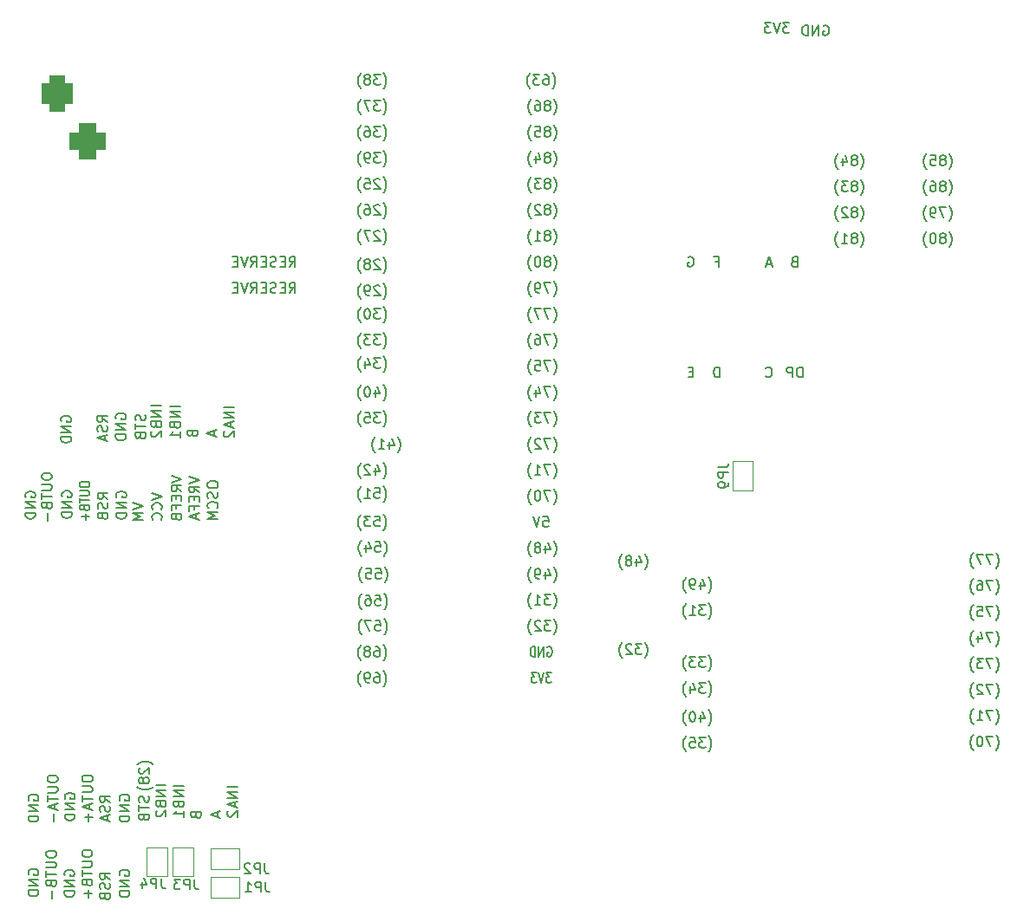
<source format=gbo>
G04 #@! TF.GenerationSoftware,KiCad,Pcbnew,(6.0.11)*
G04 #@! TF.CreationDate,2023-02-27T18:44:25+09:00*
G04 #@! TF.ProjectId,tangnano9k_motordriver,74616e67-6e61-46e6-9f39-6b5f6d6f746f,rev?*
G04 #@! TF.SameCoordinates,Original*
G04 #@! TF.FileFunction,Legend,Bot*
G04 #@! TF.FilePolarity,Positive*
%FSLAX46Y46*%
G04 Gerber Fmt 4.6, Leading zero omitted, Abs format (unit mm)*
G04 Created by KiCad (PCBNEW (6.0.11)) date 2023-02-27 18:44:25*
%MOMM*%
%LPD*%
G01*
G04 APERTURE LIST*
G04 Aperture macros list*
%AMRoundRect*
0 Rectangle with rounded corners*
0 $1 Rounding radius*
0 $2 $3 $4 $5 $6 $7 $8 $9 X,Y pos of 4 corners*
0 Add a 4 corners polygon primitive as box body*
4,1,4,$2,$3,$4,$5,$6,$7,$8,$9,$2,$3,0*
0 Add four circle primitives for the rounded corners*
1,1,$1+$1,$2,$3*
1,1,$1+$1,$4,$5*
1,1,$1+$1,$6,$7*
1,1,$1+$1,$8,$9*
0 Add four rect primitives between the rounded corners*
20,1,$1+$1,$2,$3,$4,$5,0*
20,1,$1+$1,$4,$5,$6,$7,0*
20,1,$1+$1,$6,$7,$8,$9,0*
20,1,$1+$1,$8,$9,$2,$3,0*%
%AMFreePoly0*
4,1,6,1.000000,0.000000,0.500000,-0.750000,-0.500000,-0.750000,-0.500000,0.750000,0.500000,0.750000,1.000000,0.000000,1.000000,0.000000,$1*%
%AMFreePoly1*
4,1,6,0.500000,-0.750000,-0.650000,-0.750000,-0.150000,0.000000,-0.650000,0.750000,0.500000,0.750000,0.500000,-0.750000,0.500000,-0.750000,$1*%
G04 Aperture macros list end*
%ADD10C,0.150000*%
%ADD11C,0.120000*%
%ADD12C,1.400000*%
%ADD13C,2.400000*%
%ADD14O,2.400000X2.400000*%
%ADD15C,1.600000*%
%ADD16O,1.600000X1.600000*%
%ADD17R,1.600000X1.600000*%
%ADD18C,2.700000*%
%ADD19R,2.000000X2.000000*%
%ADD20C,2.000000*%
%ADD21R,3.200000X2.000000*%
%ADD22R,1.000000X1.600000*%
%ADD23O,1.000000X1.600000*%
%ADD24R,1.100000X1.100000*%
%ADD25C,1.100000*%
%ADD26R,1.700000X1.700000*%
%ADD27C,1.700000*%
%ADD28O,1.700000X1.700000*%
%ADD29C,2.010000*%
%ADD30R,3.500000X3.500000*%
%ADD31RoundRect,0.750000X-0.750000X-1.000000X0.750000X-1.000000X0.750000X1.000000X-0.750000X1.000000X0*%
%ADD32RoundRect,0.875000X-0.875000X-0.875000X0.875000X-0.875000X0.875000X0.875000X-0.875000X0.875000X0*%
%ADD33C,3.000000*%
%ADD34R,1.500000X1.500000*%
%ADD35FreePoly0,0.000000*%
%ADD36FreePoly1,0.000000*%
%ADD37FreePoly0,90.000000*%
%ADD38FreePoly1,90.000000*%
G04 APERTURE END LIST*
D10*
X146129238Y-67127333D02*
X146176857Y-67079714D01*
X146272095Y-66936857D01*
X146319714Y-66841619D01*
X146367333Y-66698761D01*
X146414952Y-66460666D01*
X146414952Y-66270190D01*
X146367333Y-66032095D01*
X146319714Y-65889238D01*
X146272095Y-65794000D01*
X146176857Y-65651142D01*
X146129238Y-65603523D01*
X145605428Y-66174952D02*
X145700666Y-66127333D01*
X145748285Y-66079714D01*
X145795904Y-65984476D01*
X145795904Y-65936857D01*
X145748285Y-65841619D01*
X145700666Y-65794000D01*
X145605428Y-65746380D01*
X145414952Y-65746380D01*
X145319714Y-65794000D01*
X145272095Y-65841619D01*
X145224476Y-65936857D01*
X145224476Y-65984476D01*
X145272095Y-66079714D01*
X145319714Y-66127333D01*
X145414952Y-66174952D01*
X145605428Y-66174952D01*
X145700666Y-66222571D01*
X145748285Y-66270190D01*
X145795904Y-66365428D01*
X145795904Y-66555904D01*
X145748285Y-66651142D01*
X145700666Y-66698761D01*
X145605428Y-66746380D01*
X145414952Y-66746380D01*
X145319714Y-66698761D01*
X145272095Y-66651142D01*
X145224476Y-66555904D01*
X145224476Y-66365428D01*
X145272095Y-66270190D01*
X145319714Y-66222571D01*
X145414952Y-66174952D01*
X144272095Y-66746380D02*
X144843523Y-66746380D01*
X144557809Y-66746380D02*
X144557809Y-65746380D01*
X144653047Y-65889238D01*
X144748285Y-65984476D01*
X144843523Y-66032095D01*
X143938761Y-67127333D02*
X143891142Y-67079714D01*
X143795904Y-66936857D01*
X143748285Y-66841619D01*
X143700666Y-66698761D01*
X143653047Y-66460666D01*
X143653047Y-66270190D01*
X143700666Y-66032095D01*
X143748285Y-65889238D01*
X143795904Y-65794000D01*
X143891142Y-65651142D01*
X143938761Y-65603523D01*
X116157238Y-84653333D02*
X116204857Y-84605714D01*
X116300095Y-84462857D01*
X116347714Y-84367619D01*
X116395333Y-84224761D01*
X116442952Y-83986666D01*
X116442952Y-83796190D01*
X116395333Y-83558095D01*
X116347714Y-83415238D01*
X116300095Y-83320000D01*
X116204857Y-83177142D01*
X116157238Y-83129523D01*
X115871523Y-83272380D02*
X115204857Y-83272380D01*
X115633428Y-84272380D01*
X114919142Y-83272380D02*
X114300095Y-83272380D01*
X114633428Y-83653333D01*
X114490571Y-83653333D01*
X114395333Y-83700952D01*
X114347714Y-83748571D01*
X114300095Y-83843809D01*
X114300095Y-84081904D01*
X114347714Y-84177142D01*
X114395333Y-84224761D01*
X114490571Y-84272380D01*
X114776285Y-84272380D01*
X114871523Y-84224761D01*
X114919142Y-84177142D01*
X113966761Y-84653333D02*
X113919142Y-84605714D01*
X113823904Y-84462857D01*
X113776285Y-84367619D01*
X113728666Y-84224761D01*
X113681047Y-83986666D01*
X113681047Y-83796190D01*
X113728666Y-83558095D01*
X113776285Y-83415238D01*
X113823904Y-83320000D01*
X113919142Y-83177142D01*
X113966761Y-83129523D01*
X77850700Y-82624580D02*
X76850700Y-82624580D01*
X77850700Y-83100770D02*
X76850700Y-83100770D01*
X77850700Y-83672199D01*
X76850700Y-83672199D01*
X77326891Y-84481722D02*
X77374510Y-84624580D01*
X77422129Y-84672199D01*
X77517367Y-84719818D01*
X77660224Y-84719818D01*
X77755462Y-84672199D01*
X77803081Y-84624580D01*
X77850700Y-84529341D01*
X77850700Y-84148389D01*
X76850700Y-84148389D01*
X76850700Y-84481722D01*
X76898320Y-84576960D01*
X76945939Y-84624580D01*
X77041177Y-84672199D01*
X77136415Y-84672199D01*
X77231653Y-84624580D01*
X77279272Y-84576960D01*
X77326891Y-84481722D01*
X77326891Y-84148389D01*
X76945939Y-85100770D02*
X76898320Y-85148389D01*
X76850700Y-85243627D01*
X76850700Y-85481722D01*
X76898320Y-85576960D01*
X76945939Y-85624580D01*
X77041177Y-85672199D01*
X77136415Y-85672199D01*
X77279272Y-85624580D01*
X77850700Y-85053151D01*
X77850700Y-85672199D01*
X159337238Y-111196333D02*
X159384857Y-111148714D01*
X159480095Y-111005857D01*
X159527714Y-110910619D01*
X159575333Y-110767761D01*
X159622952Y-110529666D01*
X159622952Y-110339190D01*
X159575333Y-110101095D01*
X159527714Y-109958238D01*
X159480095Y-109863000D01*
X159384857Y-109720142D01*
X159337238Y-109672523D01*
X159051523Y-109815380D02*
X158384857Y-109815380D01*
X158813428Y-110815380D01*
X158051523Y-109910619D02*
X158003904Y-109863000D01*
X157908666Y-109815380D01*
X157670571Y-109815380D01*
X157575333Y-109863000D01*
X157527714Y-109910619D01*
X157480095Y-110005857D01*
X157480095Y-110101095D01*
X157527714Y-110243952D01*
X158099142Y-110815380D01*
X157480095Y-110815380D01*
X157146761Y-111196333D02*
X157099142Y-111148714D01*
X157003904Y-111005857D01*
X156956285Y-110910619D01*
X156908666Y-110767761D01*
X156861047Y-110529666D01*
X156861047Y-110339190D01*
X156908666Y-110101095D01*
X156956285Y-109958238D01*
X157003904Y-109863000D01*
X157099142Y-109720142D01*
X157146761Y-109672523D01*
X129754285Y-79303571D02*
X129420952Y-79303571D01*
X129278095Y-79827380D02*
X129754285Y-79827380D01*
X129754285Y-78827380D01*
X129278095Y-78827380D01*
X82359688Y-90226447D02*
X82359688Y-90416924D01*
X82407308Y-90512162D01*
X82502546Y-90607400D01*
X82693022Y-90655019D01*
X83026355Y-90655019D01*
X83216831Y-90607400D01*
X83312069Y-90512162D01*
X83359688Y-90416924D01*
X83359688Y-90226447D01*
X83312069Y-90131209D01*
X83216831Y-90035971D01*
X83026355Y-89988352D01*
X82693022Y-89988352D01*
X82502546Y-90035971D01*
X82407308Y-90131209D01*
X82359688Y-90226447D01*
X83312069Y-91035971D02*
X83359688Y-91178828D01*
X83359688Y-91416924D01*
X83312069Y-91512162D01*
X83264450Y-91559781D01*
X83169212Y-91607400D01*
X83073974Y-91607400D01*
X82978736Y-91559781D01*
X82931117Y-91512162D01*
X82883498Y-91416924D01*
X82835879Y-91226447D01*
X82788260Y-91131209D01*
X82740641Y-91083590D01*
X82645403Y-91035971D01*
X82550165Y-91035971D01*
X82454927Y-91083590D01*
X82407308Y-91131209D01*
X82359688Y-91226447D01*
X82359688Y-91464543D01*
X82407308Y-91607400D01*
X83264450Y-92607400D02*
X83312069Y-92559781D01*
X83359688Y-92416924D01*
X83359688Y-92321685D01*
X83312069Y-92178828D01*
X83216831Y-92083590D01*
X83121593Y-92035971D01*
X82931117Y-91988352D01*
X82788260Y-91988352D01*
X82597784Y-92035971D01*
X82502546Y-92083590D01*
X82407308Y-92178828D01*
X82359688Y-92321685D01*
X82359688Y-92416924D01*
X82407308Y-92559781D01*
X82454927Y-92607400D01*
X83359688Y-93035971D02*
X82359688Y-93035971D01*
X83073974Y-93369305D01*
X82359688Y-93702638D01*
X83359688Y-93702638D01*
X146129238Y-59507333D02*
X146176857Y-59459714D01*
X146272095Y-59316857D01*
X146319714Y-59221619D01*
X146367333Y-59078761D01*
X146414952Y-58840666D01*
X146414952Y-58650190D01*
X146367333Y-58412095D01*
X146319714Y-58269238D01*
X146272095Y-58174000D01*
X146176857Y-58031142D01*
X146129238Y-57983523D01*
X145605428Y-58554952D02*
X145700666Y-58507333D01*
X145748285Y-58459714D01*
X145795904Y-58364476D01*
X145795904Y-58316857D01*
X145748285Y-58221619D01*
X145700666Y-58174000D01*
X145605428Y-58126380D01*
X145414952Y-58126380D01*
X145319714Y-58174000D01*
X145272095Y-58221619D01*
X145224476Y-58316857D01*
X145224476Y-58364476D01*
X145272095Y-58459714D01*
X145319714Y-58507333D01*
X145414952Y-58554952D01*
X145605428Y-58554952D01*
X145700666Y-58602571D01*
X145748285Y-58650190D01*
X145795904Y-58745428D01*
X145795904Y-58935904D01*
X145748285Y-59031142D01*
X145700666Y-59078761D01*
X145605428Y-59126380D01*
X145414952Y-59126380D01*
X145319714Y-59078761D01*
X145272095Y-59031142D01*
X145224476Y-58935904D01*
X145224476Y-58745428D01*
X145272095Y-58650190D01*
X145319714Y-58602571D01*
X145414952Y-58554952D01*
X144367333Y-58459714D02*
X144367333Y-59126380D01*
X144605428Y-58078761D02*
X144843523Y-58793047D01*
X144224476Y-58793047D01*
X143938761Y-59507333D02*
X143891142Y-59459714D01*
X143795904Y-59316857D01*
X143748285Y-59221619D01*
X143700666Y-59078761D01*
X143653047Y-58840666D01*
X143653047Y-58650190D01*
X143700666Y-58412095D01*
X143748285Y-58269238D01*
X143795904Y-58174000D01*
X143891142Y-58031142D01*
X143938761Y-57983523D01*
X99520238Y-77033333D02*
X99567857Y-76985714D01*
X99663095Y-76842857D01*
X99710714Y-76747619D01*
X99758333Y-76604761D01*
X99805952Y-76366666D01*
X99805952Y-76176190D01*
X99758333Y-75938095D01*
X99710714Y-75795238D01*
X99663095Y-75700000D01*
X99567857Y-75557142D01*
X99520238Y-75509523D01*
X99234523Y-75652380D02*
X98615476Y-75652380D01*
X98948809Y-76033333D01*
X98805952Y-76033333D01*
X98710714Y-76080952D01*
X98663095Y-76128571D01*
X98615476Y-76223809D01*
X98615476Y-76461904D01*
X98663095Y-76557142D01*
X98710714Y-76604761D01*
X98805952Y-76652380D01*
X99091666Y-76652380D01*
X99186904Y-76604761D01*
X99234523Y-76557142D01*
X98282142Y-75652380D02*
X97663095Y-75652380D01*
X97996428Y-76033333D01*
X97853571Y-76033333D01*
X97758333Y-76080952D01*
X97710714Y-76128571D01*
X97663095Y-76223809D01*
X97663095Y-76461904D01*
X97710714Y-76557142D01*
X97758333Y-76604761D01*
X97853571Y-76652380D01*
X98139285Y-76652380D01*
X98234523Y-76604761D01*
X98282142Y-76557142D01*
X97329761Y-77033333D02*
X97282142Y-76985714D01*
X97186904Y-76842857D01*
X97139285Y-76747619D01*
X97091666Y-76604761D01*
X97044047Y-76366666D01*
X97044047Y-76176190D01*
X97091666Y-75938095D01*
X97139285Y-75795238D01*
X97186904Y-75700000D01*
X97282142Y-75557142D01*
X97329761Y-75509523D01*
X116157238Y-99893333D02*
X116204857Y-99845714D01*
X116300095Y-99702857D01*
X116347714Y-99607619D01*
X116395333Y-99464761D01*
X116442952Y-99226666D01*
X116442952Y-99036190D01*
X116395333Y-98798095D01*
X116347714Y-98655238D01*
X116300095Y-98560000D01*
X116204857Y-98417142D01*
X116157238Y-98369523D01*
X115347714Y-98845714D02*
X115347714Y-99512380D01*
X115585809Y-98464761D02*
X115823904Y-99179047D01*
X115204857Y-99179047D01*
X114776285Y-99512380D02*
X114585809Y-99512380D01*
X114490571Y-99464761D01*
X114442952Y-99417142D01*
X114347714Y-99274285D01*
X114300095Y-99083809D01*
X114300095Y-98702857D01*
X114347714Y-98607619D01*
X114395333Y-98560000D01*
X114490571Y-98512380D01*
X114681047Y-98512380D01*
X114776285Y-98560000D01*
X114823904Y-98607619D01*
X114871523Y-98702857D01*
X114871523Y-98940952D01*
X114823904Y-99036190D01*
X114776285Y-99083809D01*
X114681047Y-99131428D01*
X114490571Y-99131428D01*
X114395333Y-99083809D01*
X114347714Y-99036190D01*
X114300095Y-98940952D01*
X113966761Y-99893333D02*
X113919142Y-99845714D01*
X113823904Y-99702857D01*
X113776285Y-99607619D01*
X113728666Y-99464761D01*
X113681047Y-99226666D01*
X113681047Y-99036190D01*
X113728666Y-98798095D01*
X113776285Y-98655238D01*
X113823904Y-98560000D01*
X113919142Y-98417142D01*
X113966761Y-98369523D01*
X116157238Y-74493333D02*
X116204857Y-74445714D01*
X116300095Y-74302857D01*
X116347714Y-74207619D01*
X116395333Y-74064761D01*
X116442952Y-73826666D01*
X116442952Y-73636190D01*
X116395333Y-73398095D01*
X116347714Y-73255238D01*
X116300095Y-73160000D01*
X116204857Y-73017142D01*
X116157238Y-72969523D01*
X115871523Y-73112380D02*
X115204857Y-73112380D01*
X115633428Y-74112380D01*
X114919142Y-73112380D02*
X114252476Y-73112380D01*
X114681047Y-74112380D01*
X113966761Y-74493333D02*
X113919142Y-74445714D01*
X113823904Y-74302857D01*
X113776285Y-74207619D01*
X113728666Y-74064761D01*
X113681047Y-73826666D01*
X113681047Y-73636190D01*
X113728666Y-73398095D01*
X113776285Y-73255238D01*
X113823904Y-73160000D01*
X113919142Y-73017142D01*
X113966761Y-72969523D01*
X115544523Y-106180000D02*
X115620714Y-106132380D01*
X115735000Y-106132380D01*
X115849285Y-106180000D01*
X115925476Y-106275238D01*
X115963571Y-106370476D01*
X116001666Y-106560952D01*
X116001666Y-106703809D01*
X115963571Y-106894285D01*
X115925476Y-106989523D01*
X115849285Y-107084761D01*
X115735000Y-107132380D01*
X115658809Y-107132380D01*
X115544523Y-107084761D01*
X115506428Y-107037142D01*
X115506428Y-106703809D01*
X115658809Y-106703809D01*
X115163571Y-107132380D02*
X115163571Y-106132380D01*
X114706428Y-107132380D01*
X114706428Y-106132380D01*
X114325476Y-107132380D02*
X114325476Y-106132380D01*
X114135000Y-106132380D01*
X114020714Y-106180000D01*
X113944523Y-106275238D01*
X113906428Y-106370476D01*
X113868333Y-106560952D01*
X113868333Y-106703809D01*
X113906428Y-106894285D01*
X113944523Y-106989523D01*
X114020714Y-107084761D01*
X114135000Y-107132380D01*
X114325476Y-107132380D01*
X82995798Y-85041663D02*
X82995798Y-85517854D01*
X83281512Y-84946425D02*
X82281512Y-85279759D01*
X83281512Y-85613092D01*
X140461904Y-79827380D02*
X140461904Y-78827380D01*
X140223809Y-78827380D01*
X140080952Y-78875000D01*
X139985714Y-78970238D01*
X139938095Y-79065476D01*
X139890476Y-79255952D01*
X139890476Y-79398809D01*
X139938095Y-79589285D01*
X139985714Y-79684523D01*
X140080952Y-79779761D01*
X140223809Y-79827380D01*
X140461904Y-79827380D01*
X139461904Y-79827380D02*
X139461904Y-78827380D01*
X139080952Y-78827380D01*
X138985714Y-78875000D01*
X138938095Y-78922619D01*
X138890476Y-79017857D01*
X138890476Y-79160714D01*
X138938095Y-79255952D01*
X138985714Y-79303571D01*
X139080952Y-79351190D01*
X139461904Y-79351190D01*
X80549380Y-89505677D02*
X81549380Y-89839011D01*
X80549380Y-90172344D01*
X81549380Y-91077106D02*
X81073190Y-90743773D01*
X81549380Y-90505677D02*
X80549380Y-90505677D01*
X80549380Y-90886630D01*
X80597000Y-90981868D01*
X80644619Y-91029487D01*
X80739857Y-91077106D01*
X80882714Y-91077106D01*
X80977952Y-91029487D01*
X81025571Y-90981868D01*
X81073190Y-90886630D01*
X81073190Y-90505677D01*
X81025571Y-91505677D02*
X81025571Y-91839011D01*
X81549380Y-91981868D02*
X81549380Y-91505677D01*
X80549380Y-91505677D01*
X80549380Y-91981868D01*
X81025571Y-92743773D02*
X81025571Y-92410439D01*
X81549380Y-92410439D02*
X80549380Y-92410439D01*
X80549380Y-92886630D01*
X81263666Y-93219963D02*
X81263666Y-93696154D01*
X81549380Y-93124725D02*
X80549380Y-93458058D01*
X81549380Y-93791392D01*
X154765238Y-62047333D02*
X154812857Y-61999714D01*
X154908095Y-61856857D01*
X154955714Y-61761619D01*
X155003333Y-61618761D01*
X155050952Y-61380666D01*
X155050952Y-61190190D01*
X155003333Y-60952095D01*
X154955714Y-60809238D01*
X154908095Y-60714000D01*
X154812857Y-60571142D01*
X154765238Y-60523523D01*
X154241428Y-61094952D02*
X154336666Y-61047333D01*
X154384285Y-60999714D01*
X154431904Y-60904476D01*
X154431904Y-60856857D01*
X154384285Y-60761619D01*
X154336666Y-60714000D01*
X154241428Y-60666380D01*
X154050952Y-60666380D01*
X153955714Y-60714000D01*
X153908095Y-60761619D01*
X153860476Y-60856857D01*
X153860476Y-60904476D01*
X153908095Y-60999714D01*
X153955714Y-61047333D01*
X154050952Y-61094952D01*
X154241428Y-61094952D01*
X154336666Y-61142571D01*
X154384285Y-61190190D01*
X154431904Y-61285428D01*
X154431904Y-61475904D01*
X154384285Y-61571142D01*
X154336666Y-61618761D01*
X154241428Y-61666380D01*
X154050952Y-61666380D01*
X153955714Y-61618761D01*
X153908095Y-61571142D01*
X153860476Y-61475904D01*
X153860476Y-61285428D01*
X153908095Y-61190190D01*
X153955714Y-61142571D01*
X154050952Y-61094952D01*
X153003333Y-60666380D02*
X153193809Y-60666380D01*
X153289047Y-60714000D01*
X153336666Y-60761619D01*
X153431904Y-60904476D01*
X153479523Y-61094952D01*
X153479523Y-61475904D01*
X153431904Y-61571142D01*
X153384285Y-61618761D01*
X153289047Y-61666380D01*
X153098571Y-61666380D01*
X153003333Y-61618761D01*
X152955714Y-61571142D01*
X152908095Y-61475904D01*
X152908095Y-61237809D01*
X152955714Y-61142571D01*
X153003333Y-61094952D01*
X153098571Y-61047333D01*
X153289047Y-61047333D01*
X153384285Y-61094952D01*
X153431904Y-61142571D01*
X153479523Y-61237809D01*
X152574761Y-62047333D02*
X152527142Y-61999714D01*
X152431904Y-61856857D01*
X152384285Y-61761619D01*
X152336666Y-61618761D01*
X152289047Y-61380666D01*
X152289047Y-61190190D01*
X152336666Y-60952095D01*
X152384285Y-60809238D01*
X152431904Y-60714000D01*
X152527142Y-60571142D01*
X152574761Y-60523523D01*
X68448562Y-121012826D02*
X68400942Y-120917588D01*
X68400942Y-120774731D01*
X68448562Y-120631873D01*
X68543800Y-120536635D01*
X68639038Y-120489016D01*
X68829514Y-120441397D01*
X68972371Y-120441397D01*
X69162847Y-120489016D01*
X69258085Y-120536635D01*
X69353323Y-120631873D01*
X69400942Y-120774731D01*
X69400942Y-120869969D01*
X69353323Y-121012826D01*
X69305704Y-121060445D01*
X68972371Y-121060445D01*
X68972371Y-120869969D01*
X69400942Y-121489016D02*
X68400942Y-121489016D01*
X69400942Y-122060445D01*
X68400942Y-122060445D01*
X69400942Y-122536635D02*
X68400942Y-122536635D01*
X68400942Y-122774731D01*
X68448562Y-122917588D01*
X68543800Y-123012826D01*
X68639038Y-123060445D01*
X68829514Y-123108064D01*
X68972371Y-123108064D01*
X69162847Y-123060445D01*
X69258085Y-123012826D01*
X69353323Y-122917588D01*
X69400942Y-122774731D01*
X69400942Y-122536635D01*
X99520238Y-54173333D02*
X99567857Y-54125714D01*
X99663095Y-53982857D01*
X99710714Y-53887619D01*
X99758333Y-53744761D01*
X99805952Y-53506666D01*
X99805952Y-53316190D01*
X99758333Y-53078095D01*
X99710714Y-52935238D01*
X99663095Y-52840000D01*
X99567857Y-52697142D01*
X99520238Y-52649523D01*
X99234523Y-52792380D02*
X98615476Y-52792380D01*
X98948809Y-53173333D01*
X98805952Y-53173333D01*
X98710714Y-53220952D01*
X98663095Y-53268571D01*
X98615476Y-53363809D01*
X98615476Y-53601904D01*
X98663095Y-53697142D01*
X98710714Y-53744761D01*
X98805952Y-53792380D01*
X99091666Y-53792380D01*
X99186904Y-53744761D01*
X99234523Y-53697142D01*
X98282142Y-52792380D02*
X97615476Y-52792380D01*
X98044047Y-53792380D01*
X97329761Y-54173333D02*
X97282142Y-54125714D01*
X97186904Y-53982857D01*
X97139285Y-53887619D01*
X97091666Y-53744761D01*
X97044047Y-53506666D01*
X97044047Y-53316190D01*
X97091666Y-53078095D01*
X97139285Y-52935238D01*
X97186904Y-52840000D01*
X97282142Y-52697142D01*
X97329761Y-52649523D01*
X72842380Y-121324761D02*
X72366190Y-120991428D01*
X72842380Y-120753333D02*
X71842380Y-120753333D01*
X71842380Y-121134285D01*
X71890000Y-121229523D01*
X71937619Y-121277142D01*
X72032857Y-121324761D01*
X72175714Y-121324761D01*
X72270952Y-121277142D01*
X72318571Y-121229523D01*
X72366190Y-121134285D01*
X72366190Y-120753333D01*
X72794761Y-121705714D02*
X72842380Y-121848571D01*
X72842380Y-122086666D01*
X72794761Y-122181904D01*
X72747142Y-122229523D01*
X72651904Y-122277142D01*
X72556666Y-122277142D01*
X72461428Y-122229523D01*
X72413809Y-122181904D01*
X72366190Y-122086666D01*
X72318571Y-121896190D01*
X72270952Y-121800952D01*
X72223333Y-121753333D01*
X72128095Y-121705714D01*
X72032857Y-121705714D01*
X71937619Y-121753333D01*
X71890000Y-121800952D01*
X71842380Y-121896190D01*
X71842380Y-122134285D01*
X71890000Y-122277142D01*
X72556666Y-122658095D02*
X72556666Y-123134285D01*
X72842380Y-122562857D02*
X71842380Y-122896190D01*
X72842380Y-123229523D01*
X131270238Y-116403333D02*
X131317857Y-116355714D01*
X131413095Y-116212857D01*
X131460714Y-116117619D01*
X131508333Y-115974761D01*
X131555952Y-115736666D01*
X131555952Y-115546190D01*
X131508333Y-115308095D01*
X131460714Y-115165238D01*
X131413095Y-115070000D01*
X131317857Y-114927142D01*
X131270238Y-114879523D01*
X130984523Y-115022380D02*
X130365476Y-115022380D01*
X130698809Y-115403333D01*
X130555952Y-115403333D01*
X130460714Y-115450952D01*
X130413095Y-115498571D01*
X130365476Y-115593809D01*
X130365476Y-115831904D01*
X130413095Y-115927142D01*
X130460714Y-115974761D01*
X130555952Y-116022380D01*
X130841666Y-116022380D01*
X130936904Y-115974761D01*
X130984523Y-115927142D01*
X129460714Y-115022380D02*
X129936904Y-115022380D01*
X129984523Y-115498571D01*
X129936904Y-115450952D01*
X129841666Y-115403333D01*
X129603571Y-115403333D01*
X129508333Y-115450952D01*
X129460714Y-115498571D01*
X129413095Y-115593809D01*
X129413095Y-115831904D01*
X129460714Y-115927142D01*
X129508333Y-115974761D01*
X129603571Y-116022380D01*
X129841666Y-116022380D01*
X129936904Y-115974761D01*
X129984523Y-115927142D01*
X129079761Y-116403333D02*
X129032142Y-116355714D01*
X128936904Y-116212857D01*
X128889285Y-116117619D01*
X128841666Y-115974761D01*
X128794047Y-115736666D01*
X128794047Y-115546190D01*
X128841666Y-115308095D01*
X128889285Y-115165238D01*
X128936904Y-115070000D01*
X129032142Y-114927142D01*
X129079761Y-114879523D01*
X142493904Y-45474000D02*
X142589142Y-45426380D01*
X142732000Y-45426380D01*
X142874857Y-45474000D01*
X142970095Y-45569238D01*
X143017714Y-45664476D01*
X143065333Y-45854952D01*
X143065333Y-45997809D01*
X143017714Y-46188285D01*
X142970095Y-46283523D01*
X142874857Y-46378761D01*
X142732000Y-46426380D01*
X142636761Y-46426380D01*
X142493904Y-46378761D01*
X142446285Y-46331142D01*
X142446285Y-45997809D01*
X142636761Y-45997809D01*
X142017714Y-46426380D02*
X142017714Y-45426380D01*
X141446285Y-46426380D01*
X141446285Y-45426380D01*
X140970095Y-46426380D02*
X140970095Y-45426380D01*
X140732000Y-45426380D01*
X140589142Y-45474000D01*
X140493904Y-45569238D01*
X140446285Y-45664476D01*
X140398666Y-45854952D01*
X140398666Y-45997809D01*
X140446285Y-46188285D01*
X140493904Y-46283523D01*
X140589142Y-46378761D01*
X140732000Y-46426380D01*
X140970095Y-46426380D01*
X125047238Y-98623333D02*
X125094857Y-98575714D01*
X125190095Y-98432857D01*
X125237714Y-98337619D01*
X125285333Y-98194761D01*
X125332952Y-97956666D01*
X125332952Y-97766190D01*
X125285333Y-97528095D01*
X125237714Y-97385238D01*
X125190095Y-97290000D01*
X125094857Y-97147142D01*
X125047238Y-97099523D01*
X124237714Y-97575714D02*
X124237714Y-98242380D01*
X124475809Y-97194761D02*
X124713904Y-97909047D01*
X124094857Y-97909047D01*
X123571047Y-97670952D02*
X123666285Y-97623333D01*
X123713904Y-97575714D01*
X123761523Y-97480476D01*
X123761523Y-97432857D01*
X123713904Y-97337619D01*
X123666285Y-97290000D01*
X123571047Y-97242380D01*
X123380571Y-97242380D01*
X123285333Y-97290000D01*
X123237714Y-97337619D01*
X123190095Y-97432857D01*
X123190095Y-97480476D01*
X123237714Y-97575714D01*
X123285333Y-97623333D01*
X123380571Y-97670952D01*
X123571047Y-97670952D01*
X123666285Y-97718571D01*
X123713904Y-97766190D01*
X123761523Y-97861428D01*
X123761523Y-98051904D01*
X123713904Y-98147142D01*
X123666285Y-98194761D01*
X123571047Y-98242380D01*
X123380571Y-98242380D01*
X123285333Y-98194761D01*
X123237714Y-98147142D01*
X123190095Y-98051904D01*
X123190095Y-97861428D01*
X123237714Y-97766190D01*
X123285333Y-97718571D01*
X123380571Y-97670952D01*
X122856761Y-98623333D02*
X122809142Y-98575714D01*
X122713904Y-98432857D01*
X122666285Y-98337619D01*
X122618666Y-98194761D01*
X122571047Y-97956666D01*
X122571047Y-97766190D01*
X122618666Y-97528095D01*
X122666285Y-97385238D01*
X122713904Y-97290000D01*
X122809142Y-97147142D01*
X122856761Y-97099523D01*
X154765238Y-59507333D02*
X154812857Y-59459714D01*
X154908095Y-59316857D01*
X154955714Y-59221619D01*
X155003333Y-59078761D01*
X155050952Y-58840666D01*
X155050952Y-58650190D01*
X155003333Y-58412095D01*
X154955714Y-58269238D01*
X154908095Y-58174000D01*
X154812857Y-58031142D01*
X154765238Y-57983523D01*
X154241428Y-58554952D02*
X154336666Y-58507333D01*
X154384285Y-58459714D01*
X154431904Y-58364476D01*
X154431904Y-58316857D01*
X154384285Y-58221619D01*
X154336666Y-58174000D01*
X154241428Y-58126380D01*
X154050952Y-58126380D01*
X153955714Y-58174000D01*
X153908095Y-58221619D01*
X153860476Y-58316857D01*
X153860476Y-58364476D01*
X153908095Y-58459714D01*
X153955714Y-58507333D01*
X154050952Y-58554952D01*
X154241428Y-58554952D01*
X154336666Y-58602571D01*
X154384285Y-58650190D01*
X154431904Y-58745428D01*
X154431904Y-58935904D01*
X154384285Y-59031142D01*
X154336666Y-59078761D01*
X154241428Y-59126380D01*
X154050952Y-59126380D01*
X153955714Y-59078761D01*
X153908095Y-59031142D01*
X153860476Y-58935904D01*
X153860476Y-58745428D01*
X153908095Y-58650190D01*
X153955714Y-58602571D01*
X154050952Y-58554952D01*
X152955714Y-58126380D02*
X153431904Y-58126380D01*
X153479523Y-58602571D01*
X153431904Y-58554952D01*
X153336666Y-58507333D01*
X153098571Y-58507333D01*
X153003333Y-58554952D01*
X152955714Y-58602571D01*
X152908095Y-58697809D01*
X152908095Y-58935904D01*
X152955714Y-59031142D01*
X153003333Y-59078761D01*
X153098571Y-59126380D01*
X153336666Y-59126380D01*
X153431904Y-59078761D01*
X153479523Y-59031142D01*
X152574761Y-59507333D02*
X152527142Y-59459714D01*
X152431904Y-59316857D01*
X152384285Y-59221619D01*
X152336666Y-59078761D01*
X152289047Y-58840666D01*
X152289047Y-58650190D01*
X152336666Y-58412095D01*
X152384285Y-58269238D01*
X152431904Y-58174000D01*
X152527142Y-58031142D01*
X152574761Y-57983523D01*
X66592505Y-126310899D02*
X66592505Y-126501375D01*
X66640125Y-126596613D01*
X66735363Y-126691851D01*
X66925839Y-126739470D01*
X67259172Y-126739470D01*
X67449648Y-126691851D01*
X67544886Y-126596613D01*
X67592505Y-126501375D01*
X67592505Y-126310899D01*
X67544886Y-126215661D01*
X67449648Y-126120423D01*
X67259172Y-126072804D01*
X66925839Y-126072804D01*
X66735363Y-126120423D01*
X66640125Y-126215661D01*
X66592505Y-126310899D01*
X66592505Y-127168042D02*
X67402029Y-127168042D01*
X67497267Y-127215661D01*
X67544886Y-127263280D01*
X67592505Y-127358518D01*
X67592505Y-127548994D01*
X67544886Y-127644232D01*
X67497267Y-127691851D01*
X67402029Y-127739470D01*
X66592505Y-127739470D01*
X66592505Y-128072804D02*
X66592505Y-128644232D01*
X67592505Y-128358518D02*
X66592505Y-128358518D01*
X67068696Y-129310899D02*
X67116315Y-129453756D01*
X67163934Y-129501375D01*
X67259172Y-129548994D01*
X67402029Y-129548994D01*
X67497267Y-129501375D01*
X67544886Y-129453756D01*
X67592505Y-129358518D01*
X67592505Y-128977566D01*
X66592505Y-128977566D01*
X66592505Y-129310899D01*
X66640125Y-129406137D01*
X66687744Y-129453756D01*
X66782982Y-129501375D01*
X66878220Y-129501375D01*
X66973458Y-129453756D01*
X67021077Y-129406137D01*
X67068696Y-129310899D01*
X67068696Y-128977566D01*
X67211553Y-129977566D02*
X67211553Y-130739470D01*
X159337238Y-113736333D02*
X159384857Y-113688714D01*
X159480095Y-113545857D01*
X159527714Y-113450619D01*
X159575333Y-113307761D01*
X159622952Y-113069666D01*
X159622952Y-112879190D01*
X159575333Y-112641095D01*
X159527714Y-112498238D01*
X159480095Y-112403000D01*
X159384857Y-112260142D01*
X159337238Y-112212523D01*
X159051523Y-112355380D02*
X158384857Y-112355380D01*
X158813428Y-113355380D01*
X157480095Y-113355380D02*
X158051523Y-113355380D01*
X157765809Y-113355380D02*
X157765809Y-112355380D01*
X157861047Y-112498238D01*
X157956285Y-112593476D01*
X158051523Y-112641095D01*
X157146761Y-113736333D02*
X157099142Y-113688714D01*
X157003904Y-113545857D01*
X156956285Y-113450619D01*
X156908666Y-113307761D01*
X156861047Y-113069666D01*
X156861047Y-112879190D01*
X156908666Y-112641095D01*
X156956285Y-112498238D01*
X157003904Y-112403000D01*
X157099142Y-112260142D01*
X157146761Y-112212523D01*
X70114571Y-118935263D02*
X70114571Y-119125740D01*
X70162191Y-119220978D01*
X70257429Y-119316216D01*
X70447905Y-119363835D01*
X70781238Y-119363835D01*
X70971714Y-119316216D01*
X71066952Y-119220978D01*
X71114571Y-119125740D01*
X71114571Y-118935263D01*
X71066952Y-118840025D01*
X70971714Y-118744787D01*
X70781238Y-118697168D01*
X70447905Y-118697168D01*
X70257429Y-118744787D01*
X70162191Y-118840025D01*
X70114571Y-118935263D01*
X70114571Y-119792406D02*
X70924095Y-119792406D01*
X71019333Y-119840025D01*
X71066952Y-119887644D01*
X71114571Y-119982883D01*
X71114571Y-120173359D01*
X71066952Y-120268597D01*
X71019333Y-120316216D01*
X70924095Y-120363835D01*
X70114571Y-120363835D01*
X70114571Y-120697168D02*
X70114571Y-121268597D01*
X71114571Y-120982883D02*
X70114571Y-120982883D01*
X70828857Y-121554311D02*
X70828857Y-122030502D01*
X71114571Y-121459073D02*
X70114571Y-121792406D01*
X71114571Y-122125740D01*
X70733619Y-122459073D02*
X70733619Y-123220978D01*
X71114571Y-122840025D02*
X70352667Y-122840025D01*
X99520238Y-94762500D02*
X99567857Y-94714881D01*
X99663095Y-94572024D01*
X99710714Y-94476786D01*
X99758333Y-94333928D01*
X99805952Y-94095833D01*
X99805952Y-93905357D01*
X99758333Y-93667262D01*
X99710714Y-93524405D01*
X99663095Y-93429167D01*
X99567857Y-93286309D01*
X99520238Y-93238690D01*
X98663095Y-93381547D02*
X99139285Y-93381547D01*
X99186904Y-93857738D01*
X99139285Y-93810119D01*
X99044047Y-93762500D01*
X98805952Y-93762500D01*
X98710714Y-93810119D01*
X98663095Y-93857738D01*
X98615476Y-93952976D01*
X98615476Y-94191071D01*
X98663095Y-94286309D01*
X98710714Y-94333928D01*
X98805952Y-94381547D01*
X99044047Y-94381547D01*
X99139285Y-94333928D01*
X99186904Y-94286309D01*
X98282142Y-93381547D02*
X97663095Y-93381547D01*
X97996428Y-93762500D01*
X97853571Y-93762500D01*
X97758333Y-93810119D01*
X97710714Y-93857738D01*
X97663095Y-93952976D01*
X97663095Y-94191071D01*
X97710714Y-94286309D01*
X97758333Y-94333928D01*
X97853571Y-94381547D01*
X98139285Y-94381547D01*
X98234523Y-94333928D01*
X98282142Y-94286309D01*
X97329761Y-94762500D02*
X97282142Y-94714881D01*
X97186904Y-94572024D01*
X97139285Y-94476786D01*
X97091666Y-94333928D01*
X97044047Y-94095833D01*
X97044047Y-93905357D01*
X97091666Y-93667262D01*
X97139285Y-93524405D01*
X97186904Y-93429167D01*
X97282142Y-93286309D01*
X97329761Y-93238690D01*
X68413678Y-128506602D02*
X68366058Y-128411364D01*
X68366058Y-128268507D01*
X68413678Y-128125649D01*
X68508916Y-128030411D01*
X68604154Y-127982792D01*
X68794630Y-127935173D01*
X68937487Y-127935173D01*
X69127963Y-127982792D01*
X69223201Y-128030411D01*
X69318439Y-128125649D01*
X69366058Y-128268507D01*
X69366058Y-128363745D01*
X69318439Y-128506602D01*
X69270820Y-128554221D01*
X68937487Y-128554221D01*
X68937487Y-128363745D01*
X69366058Y-128982792D02*
X68366058Y-128982792D01*
X69366058Y-129554221D01*
X68366058Y-129554221D01*
X69366058Y-130030411D02*
X68366058Y-130030411D01*
X68366058Y-130268507D01*
X68413678Y-130411364D01*
X68508916Y-130506602D01*
X68604154Y-130554221D01*
X68794630Y-130601840D01*
X68937487Y-130601840D01*
X69127963Y-130554221D01*
X69223201Y-130506602D01*
X69318439Y-130411364D01*
X69366058Y-130268507D01*
X69366058Y-130030411D01*
X76604761Y-120753333D02*
X76652380Y-120896190D01*
X76652380Y-121134285D01*
X76604761Y-121229523D01*
X76557142Y-121277142D01*
X76461904Y-121324761D01*
X76366666Y-121324761D01*
X76271428Y-121277142D01*
X76223809Y-121229523D01*
X76176190Y-121134285D01*
X76128571Y-120943809D01*
X76080952Y-120848571D01*
X76033333Y-120800952D01*
X75938095Y-120753333D01*
X75842857Y-120753333D01*
X75747619Y-120800952D01*
X75700000Y-120848571D01*
X75652380Y-120943809D01*
X75652380Y-121181904D01*
X75700000Y-121324761D01*
X75652380Y-121610476D02*
X75652380Y-122181904D01*
X76652380Y-121896190D02*
X75652380Y-121896190D01*
X76128571Y-122848571D02*
X76176190Y-122991428D01*
X76223809Y-123039047D01*
X76319047Y-123086666D01*
X76461904Y-123086666D01*
X76557142Y-123039047D01*
X76604761Y-122991428D01*
X76652380Y-122896190D01*
X76652380Y-122515238D01*
X75652380Y-122515238D01*
X75652380Y-122848571D01*
X75700000Y-122943809D01*
X75747619Y-122991428D01*
X75842857Y-123039047D01*
X75938095Y-123039047D01*
X76033333Y-122991428D01*
X76080952Y-122943809D01*
X76128571Y-122848571D01*
X76128571Y-122515238D01*
X72587342Y-84184981D02*
X72111152Y-83851648D01*
X72587342Y-83613553D02*
X71587342Y-83613553D01*
X71587342Y-83994505D01*
X71634962Y-84089743D01*
X71682581Y-84137362D01*
X71777819Y-84184981D01*
X71920676Y-84184981D01*
X72015914Y-84137362D01*
X72063533Y-84089743D01*
X72111152Y-83994505D01*
X72111152Y-83613553D01*
X72539723Y-84565934D02*
X72587342Y-84708791D01*
X72587342Y-84946886D01*
X72539723Y-85042124D01*
X72492104Y-85089743D01*
X72396866Y-85137362D01*
X72301628Y-85137362D01*
X72206390Y-85089743D01*
X72158771Y-85042124D01*
X72111152Y-84946886D01*
X72063533Y-84756410D01*
X72015914Y-84661172D01*
X71968295Y-84613553D01*
X71873057Y-84565934D01*
X71777819Y-84565934D01*
X71682581Y-84613553D01*
X71634962Y-84661172D01*
X71587342Y-84756410D01*
X71587342Y-84994505D01*
X71634962Y-85137362D01*
X72301628Y-85518315D02*
X72301628Y-85994505D01*
X72587342Y-85423077D02*
X71587342Y-85756410D01*
X72587342Y-86089743D01*
X116157238Y-77033333D02*
X116204857Y-76985714D01*
X116300095Y-76842857D01*
X116347714Y-76747619D01*
X116395333Y-76604761D01*
X116442952Y-76366666D01*
X116442952Y-76176190D01*
X116395333Y-75938095D01*
X116347714Y-75795238D01*
X116300095Y-75700000D01*
X116204857Y-75557142D01*
X116157238Y-75509523D01*
X115871523Y-75652380D02*
X115204857Y-75652380D01*
X115633428Y-76652380D01*
X114395333Y-75652380D02*
X114585809Y-75652380D01*
X114681047Y-75700000D01*
X114728666Y-75747619D01*
X114823904Y-75890476D01*
X114871523Y-76080952D01*
X114871523Y-76461904D01*
X114823904Y-76557142D01*
X114776285Y-76604761D01*
X114681047Y-76652380D01*
X114490571Y-76652380D01*
X114395333Y-76604761D01*
X114347714Y-76557142D01*
X114300095Y-76461904D01*
X114300095Y-76223809D01*
X114347714Y-76128571D01*
X114395333Y-76080952D01*
X114490571Y-76033333D01*
X114681047Y-76033333D01*
X114776285Y-76080952D01*
X114823904Y-76128571D01*
X114871523Y-76223809D01*
X113966761Y-77033333D02*
X113919142Y-76985714D01*
X113823904Y-76842857D01*
X113776285Y-76747619D01*
X113728666Y-76604761D01*
X113681047Y-76366666D01*
X113681047Y-76176190D01*
X113728666Y-75938095D01*
X113776285Y-75795238D01*
X113823904Y-75700000D01*
X113919142Y-75557142D01*
X113966761Y-75509523D01*
X73439132Y-83882854D02*
X73391512Y-83787616D01*
X73391512Y-83644759D01*
X73439132Y-83501901D01*
X73534370Y-83406663D01*
X73629608Y-83359044D01*
X73820084Y-83311425D01*
X73962941Y-83311425D01*
X74153417Y-83359044D01*
X74248655Y-83406663D01*
X74343893Y-83501901D01*
X74391512Y-83644759D01*
X74391512Y-83739997D01*
X74343893Y-83882854D01*
X74296274Y-83930473D01*
X73962941Y-83930473D01*
X73962941Y-83739997D01*
X74391512Y-84359044D02*
X73391512Y-84359044D01*
X74391512Y-84930473D01*
X73391512Y-84930473D01*
X74391512Y-85406663D02*
X73391512Y-85406663D01*
X73391512Y-85644759D01*
X73439132Y-85787616D01*
X73534370Y-85882854D01*
X73629608Y-85930473D01*
X73820084Y-85978092D01*
X73962941Y-85978092D01*
X74153417Y-85930473D01*
X74248655Y-85882854D01*
X74343893Y-85787616D01*
X74391512Y-85644759D01*
X74391512Y-85406663D01*
X72631454Y-91711560D02*
X72155264Y-91378227D01*
X72631454Y-91140131D02*
X71631454Y-91140131D01*
X71631454Y-91521084D01*
X71679074Y-91616322D01*
X71726693Y-91663941D01*
X71821931Y-91711560D01*
X71964788Y-91711560D01*
X72060026Y-91663941D01*
X72107645Y-91616322D01*
X72155264Y-91521084D01*
X72155264Y-91140131D01*
X72583835Y-92092512D02*
X72631454Y-92235369D01*
X72631454Y-92473465D01*
X72583835Y-92568703D01*
X72536216Y-92616322D01*
X72440978Y-92663941D01*
X72345740Y-92663941D01*
X72250502Y-92616322D01*
X72202883Y-92568703D01*
X72155264Y-92473465D01*
X72107645Y-92282988D01*
X72060026Y-92187750D01*
X72012407Y-92140131D01*
X71917169Y-92092512D01*
X71821931Y-92092512D01*
X71726693Y-92140131D01*
X71679074Y-92187750D01*
X71631454Y-92282988D01*
X71631454Y-92521084D01*
X71679074Y-92663941D01*
X72107645Y-93425846D02*
X72155264Y-93568703D01*
X72202883Y-93616322D01*
X72298121Y-93663941D01*
X72440978Y-93663941D01*
X72536216Y-93616322D01*
X72583835Y-93568703D01*
X72631454Y-93473465D01*
X72631454Y-93092512D01*
X71631454Y-93092512D01*
X71631454Y-93425846D01*
X71679074Y-93521084D01*
X71726693Y-93568703D01*
X71821931Y-93616322D01*
X71917169Y-93616322D01*
X72012407Y-93568703D01*
X72060026Y-93521084D01*
X72107645Y-93425846D01*
X72107645Y-93092512D01*
X76248893Y-83478092D02*
X76296512Y-83620949D01*
X76296512Y-83859044D01*
X76248893Y-83954282D01*
X76201274Y-84001901D01*
X76106036Y-84049520D01*
X76010798Y-84049520D01*
X75915560Y-84001901D01*
X75867941Y-83954282D01*
X75820322Y-83859044D01*
X75772703Y-83668568D01*
X75725084Y-83573330D01*
X75677465Y-83525711D01*
X75582227Y-83478092D01*
X75486989Y-83478092D01*
X75391751Y-83525711D01*
X75344132Y-83573330D01*
X75296512Y-83668568D01*
X75296512Y-83906663D01*
X75344132Y-84049520D01*
X75296512Y-84335235D02*
X75296512Y-84906663D01*
X76296512Y-84620949D02*
X75296512Y-84620949D01*
X75772703Y-85573330D02*
X75820322Y-85716187D01*
X75867941Y-85763806D01*
X75963179Y-85811425D01*
X76106036Y-85811425D01*
X76201274Y-85763806D01*
X76248893Y-85716187D01*
X76296512Y-85620949D01*
X76296512Y-85239997D01*
X75296512Y-85239997D01*
X75296512Y-85573330D01*
X75344132Y-85668568D01*
X75391751Y-85716187D01*
X75486989Y-85763806D01*
X75582227Y-85763806D01*
X75677465Y-85716187D01*
X75725084Y-85668568D01*
X75772703Y-85573330D01*
X75772703Y-85239997D01*
X79671326Y-82676598D02*
X78671326Y-82676598D01*
X79671326Y-83152788D02*
X78671326Y-83152788D01*
X79671326Y-83724217D01*
X78671326Y-83724217D01*
X79147517Y-84533740D02*
X79195136Y-84676598D01*
X79242755Y-84724217D01*
X79337993Y-84771836D01*
X79480850Y-84771836D01*
X79576088Y-84724217D01*
X79623707Y-84676598D01*
X79671326Y-84581359D01*
X79671326Y-84200407D01*
X78671326Y-84200407D01*
X78671326Y-84533740D01*
X78718946Y-84628978D01*
X78766565Y-84676598D01*
X78861803Y-84724217D01*
X78957041Y-84724217D01*
X79052279Y-84676598D01*
X79099898Y-84628978D01*
X79147517Y-84533740D01*
X79147517Y-84200407D01*
X79671326Y-85724217D02*
X79671326Y-85152788D01*
X79671326Y-85438502D02*
X78671326Y-85438502D01*
X78814184Y-85343264D01*
X78909422Y-85248026D01*
X78957041Y-85152788D01*
X99595078Y-104966576D02*
X99642697Y-104918957D01*
X99737935Y-104776100D01*
X99785554Y-104680862D01*
X99833173Y-104538004D01*
X99880792Y-104299909D01*
X99880792Y-104109433D01*
X99833173Y-103871338D01*
X99785554Y-103728481D01*
X99737935Y-103633243D01*
X99642697Y-103490385D01*
X99595078Y-103442766D01*
X98737935Y-103585623D02*
X99214125Y-103585623D01*
X99261744Y-104061814D01*
X99214125Y-104014195D01*
X99118887Y-103966576D01*
X98880792Y-103966576D01*
X98785554Y-104014195D01*
X98737935Y-104061814D01*
X98690316Y-104157052D01*
X98690316Y-104395147D01*
X98737935Y-104490385D01*
X98785554Y-104538004D01*
X98880792Y-104585623D01*
X99118887Y-104585623D01*
X99214125Y-104538004D01*
X99261744Y-104490385D01*
X98356982Y-103585623D02*
X97690316Y-103585623D01*
X98118887Y-104585623D01*
X97404601Y-104966576D02*
X97356982Y-104918957D01*
X97261744Y-104776100D01*
X97214125Y-104680862D01*
X97166506Y-104538004D01*
X97118887Y-104299909D01*
X97118887Y-104109433D01*
X97166506Y-103871338D01*
X97214125Y-103728481D01*
X97261744Y-103633243D01*
X97356982Y-103490385D01*
X97404601Y-103442766D01*
X99595078Y-102501417D02*
X99642697Y-102453798D01*
X99737935Y-102310941D01*
X99785554Y-102215703D01*
X99833173Y-102072845D01*
X99880792Y-101834750D01*
X99880792Y-101644274D01*
X99833173Y-101406179D01*
X99785554Y-101263322D01*
X99737935Y-101168084D01*
X99642697Y-101025226D01*
X99595078Y-100977607D01*
X98737935Y-101120464D02*
X99214125Y-101120464D01*
X99261744Y-101596655D01*
X99214125Y-101549036D01*
X99118887Y-101501417D01*
X98880792Y-101501417D01*
X98785554Y-101549036D01*
X98737935Y-101596655D01*
X98690316Y-101691893D01*
X98690316Y-101929988D01*
X98737935Y-102025226D01*
X98785554Y-102072845D01*
X98880792Y-102120464D01*
X99118887Y-102120464D01*
X99214125Y-102072845D01*
X99261744Y-102025226D01*
X97833173Y-101120464D02*
X98023649Y-101120464D01*
X98118887Y-101168084D01*
X98166506Y-101215703D01*
X98261744Y-101358560D01*
X98309363Y-101549036D01*
X98309363Y-101929988D01*
X98261744Y-102025226D01*
X98214125Y-102072845D01*
X98118887Y-102120464D01*
X97928411Y-102120464D01*
X97833173Y-102072845D01*
X97785554Y-102025226D01*
X97737935Y-101929988D01*
X97737935Y-101691893D01*
X97785554Y-101596655D01*
X97833173Y-101549036D01*
X97928411Y-101501417D01*
X98118887Y-101501417D01*
X98214125Y-101549036D01*
X98261744Y-101596655D01*
X98309363Y-101691893D01*
X97404601Y-102501417D02*
X97356982Y-102453798D01*
X97261744Y-102310941D01*
X97214125Y-102215703D01*
X97166506Y-102072845D01*
X97118887Y-101834750D01*
X97118887Y-101644274D01*
X97166506Y-101406179D01*
X97214125Y-101263322D01*
X97261744Y-101168084D01*
X97356982Y-101025226D01*
X97404601Y-100977607D01*
X99520238Y-79319333D02*
X99567857Y-79271714D01*
X99663095Y-79128857D01*
X99710714Y-79033619D01*
X99758333Y-78890761D01*
X99805952Y-78652666D01*
X99805952Y-78462190D01*
X99758333Y-78224095D01*
X99710714Y-78081238D01*
X99663095Y-77986000D01*
X99567857Y-77843142D01*
X99520238Y-77795523D01*
X99234523Y-77938380D02*
X98615476Y-77938380D01*
X98948809Y-78319333D01*
X98805952Y-78319333D01*
X98710714Y-78366952D01*
X98663095Y-78414571D01*
X98615476Y-78509809D01*
X98615476Y-78747904D01*
X98663095Y-78843142D01*
X98710714Y-78890761D01*
X98805952Y-78938380D01*
X99091666Y-78938380D01*
X99186904Y-78890761D01*
X99234523Y-78843142D01*
X97758333Y-78271714D02*
X97758333Y-78938380D01*
X97996428Y-77890761D02*
X98234523Y-78605047D01*
X97615476Y-78605047D01*
X97329761Y-79319333D02*
X97282142Y-79271714D01*
X97186904Y-79128857D01*
X97139285Y-79033619D01*
X97091666Y-78890761D01*
X97044047Y-78652666D01*
X97044047Y-78462190D01*
X97091666Y-78224095D01*
X97139285Y-78081238D01*
X97186904Y-77986000D01*
X97282142Y-77843142D01*
X97329761Y-77795523D01*
X154765238Y-64587333D02*
X154812857Y-64539714D01*
X154908095Y-64396857D01*
X154955714Y-64301619D01*
X155003333Y-64158761D01*
X155050952Y-63920666D01*
X155050952Y-63730190D01*
X155003333Y-63492095D01*
X154955714Y-63349238D01*
X154908095Y-63254000D01*
X154812857Y-63111142D01*
X154765238Y-63063523D01*
X154479523Y-63206380D02*
X153812857Y-63206380D01*
X154241428Y-64206380D01*
X153384285Y-64206380D02*
X153193809Y-64206380D01*
X153098571Y-64158761D01*
X153050952Y-64111142D01*
X152955714Y-63968285D01*
X152908095Y-63777809D01*
X152908095Y-63396857D01*
X152955714Y-63301619D01*
X153003333Y-63254000D01*
X153098571Y-63206380D01*
X153289047Y-63206380D01*
X153384285Y-63254000D01*
X153431904Y-63301619D01*
X153479523Y-63396857D01*
X153479523Y-63634952D01*
X153431904Y-63730190D01*
X153384285Y-63777809D01*
X153289047Y-63825428D01*
X153098571Y-63825428D01*
X153003333Y-63777809D01*
X152955714Y-63730190D01*
X152908095Y-63634952D01*
X152574761Y-64587333D02*
X152527142Y-64539714D01*
X152431904Y-64396857D01*
X152384285Y-64301619D01*
X152336666Y-64158761D01*
X152289047Y-63920666D01*
X152289047Y-63730190D01*
X152336666Y-63492095D01*
X152384285Y-63349238D01*
X152431904Y-63254000D01*
X152527142Y-63111142D01*
X152574761Y-63063523D01*
X159337238Y-116276333D02*
X159384857Y-116228714D01*
X159480095Y-116085857D01*
X159527714Y-115990619D01*
X159575333Y-115847761D01*
X159622952Y-115609666D01*
X159622952Y-115419190D01*
X159575333Y-115181095D01*
X159527714Y-115038238D01*
X159480095Y-114943000D01*
X159384857Y-114800142D01*
X159337238Y-114752523D01*
X159051523Y-114895380D02*
X158384857Y-114895380D01*
X158813428Y-115895380D01*
X157813428Y-114895380D02*
X157718190Y-114895380D01*
X157622952Y-114943000D01*
X157575333Y-114990619D01*
X157527714Y-115085857D01*
X157480095Y-115276333D01*
X157480095Y-115514428D01*
X157527714Y-115704904D01*
X157575333Y-115800142D01*
X157622952Y-115847761D01*
X157718190Y-115895380D01*
X157813428Y-115895380D01*
X157908666Y-115847761D01*
X157956285Y-115800142D01*
X158003904Y-115704904D01*
X158051523Y-115514428D01*
X158051523Y-115276333D01*
X158003904Y-115085857D01*
X157956285Y-114990619D01*
X157908666Y-114943000D01*
X157813428Y-114895380D01*
X157146761Y-116276333D02*
X157099142Y-116228714D01*
X157003904Y-116085857D01*
X156956285Y-115990619D01*
X156908666Y-115847761D01*
X156861047Y-115609666D01*
X156861047Y-115419190D01*
X156908666Y-115181095D01*
X156956285Y-115038238D01*
X157003904Y-114943000D01*
X157099142Y-114800142D01*
X157146761Y-114752523D01*
X68092386Y-84134629D02*
X68044766Y-84039391D01*
X68044766Y-83896534D01*
X68092386Y-83753676D01*
X68187624Y-83658438D01*
X68282862Y-83610819D01*
X68473338Y-83563200D01*
X68616195Y-83563200D01*
X68806671Y-83610819D01*
X68901909Y-83658438D01*
X68997147Y-83753676D01*
X69044766Y-83896534D01*
X69044766Y-83991772D01*
X68997147Y-84134629D01*
X68949528Y-84182248D01*
X68616195Y-84182248D01*
X68616195Y-83991772D01*
X69044766Y-84610819D02*
X68044766Y-84610819D01*
X69044766Y-85182248D01*
X68044766Y-85182248D01*
X69044766Y-85658438D02*
X68044766Y-85658438D01*
X68044766Y-85896534D01*
X68092386Y-86039391D01*
X68187624Y-86134629D01*
X68282862Y-86182248D01*
X68473338Y-86229867D01*
X68616195Y-86229867D01*
X68806671Y-86182248D01*
X68901909Y-86134629D01*
X68997147Y-86039391D01*
X69044766Y-85896534D01*
X69044766Y-85658438D01*
X99520238Y-74493333D02*
X99567857Y-74445714D01*
X99663095Y-74302857D01*
X99710714Y-74207619D01*
X99758333Y-74064761D01*
X99805952Y-73826666D01*
X99805952Y-73636190D01*
X99758333Y-73398095D01*
X99710714Y-73255238D01*
X99663095Y-73160000D01*
X99567857Y-73017142D01*
X99520238Y-72969523D01*
X99234523Y-73112380D02*
X98615476Y-73112380D01*
X98948809Y-73493333D01*
X98805952Y-73493333D01*
X98710714Y-73540952D01*
X98663095Y-73588571D01*
X98615476Y-73683809D01*
X98615476Y-73921904D01*
X98663095Y-74017142D01*
X98710714Y-74064761D01*
X98805952Y-74112380D01*
X99091666Y-74112380D01*
X99186904Y-74064761D01*
X99234523Y-74017142D01*
X97996428Y-73112380D02*
X97901190Y-73112380D01*
X97805952Y-73160000D01*
X97758333Y-73207619D01*
X97710714Y-73302857D01*
X97663095Y-73493333D01*
X97663095Y-73731428D01*
X97710714Y-73921904D01*
X97758333Y-74017142D01*
X97805952Y-74064761D01*
X97901190Y-74112380D01*
X97996428Y-74112380D01*
X98091666Y-74064761D01*
X98139285Y-74017142D01*
X98186904Y-73921904D01*
X98234523Y-73731428D01*
X98234523Y-73493333D01*
X98186904Y-73302857D01*
X98139285Y-73207619D01*
X98091666Y-73160000D01*
X97996428Y-73112380D01*
X97329761Y-74493333D02*
X97282142Y-74445714D01*
X97186904Y-74302857D01*
X97139285Y-74207619D01*
X97091666Y-74064761D01*
X97044047Y-73826666D01*
X97044047Y-73636190D01*
X97091666Y-73398095D01*
X97139285Y-73255238D01*
X97186904Y-73160000D01*
X97282142Y-73017142D01*
X97329761Y-72969523D01*
X68158026Y-91495157D02*
X68110406Y-91399919D01*
X68110406Y-91257062D01*
X68158026Y-91114204D01*
X68253264Y-91018966D01*
X68348502Y-90971347D01*
X68538978Y-90923728D01*
X68681835Y-90923728D01*
X68872311Y-90971347D01*
X68967549Y-91018966D01*
X69062787Y-91114204D01*
X69110406Y-91257062D01*
X69110406Y-91352300D01*
X69062787Y-91495157D01*
X69015168Y-91542776D01*
X68681835Y-91542776D01*
X68681835Y-91352300D01*
X69110406Y-91971347D02*
X68110406Y-91971347D01*
X69110406Y-92542776D01*
X68110406Y-92542776D01*
X69110406Y-93018966D02*
X68110406Y-93018966D01*
X68110406Y-93257062D01*
X68158026Y-93399919D01*
X68253264Y-93495157D01*
X68348502Y-93542776D01*
X68538978Y-93590395D01*
X68681835Y-93590395D01*
X68872311Y-93542776D01*
X68967549Y-93495157D01*
X69062787Y-93399919D01*
X69110406Y-93257062D01*
X69110406Y-93018966D01*
X80852703Y-85351187D02*
X80900322Y-85494044D01*
X80947941Y-85541663D01*
X81043179Y-85589282D01*
X81186036Y-85589282D01*
X81281274Y-85541663D01*
X81328893Y-85494044D01*
X81376512Y-85398806D01*
X81376512Y-85017854D01*
X80376512Y-85017854D01*
X80376512Y-85351187D01*
X80424132Y-85446425D01*
X80471751Y-85494044D01*
X80566989Y-85541663D01*
X80662227Y-85541663D01*
X80757465Y-85494044D01*
X80805084Y-85446425D01*
X80852703Y-85351187D01*
X80852703Y-85017854D01*
X116157238Y-54173333D02*
X116204857Y-54125714D01*
X116300095Y-53982857D01*
X116347714Y-53887619D01*
X116395333Y-53744761D01*
X116442952Y-53506666D01*
X116442952Y-53316190D01*
X116395333Y-53078095D01*
X116347714Y-52935238D01*
X116300095Y-52840000D01*
X116204857Y-52697142D01*
X116157238Y-52649523D01*
X115633428Y-53220952D02*
X115728666Y-53173333D01*
X115776285Y-53125714D01*
X115823904Y-53030476D01*
X115823904Y-52982857D01*
X115776285Y-52887619D01*
X115728666Y-52840000D01*
X115633428Y-52792380D01*
X115442952Y-52792380D01*
X115347714Y-52840000D01*
X115300095Y-52887619D01*
X115252476Y-52982857D01*
X115252476Y-53030476D01*
X115300095Y-53125714D01*
X115347714Y-53173333D01*
X115442952Y-53220952D01*
X115633428Y-53220952D01*
X115728666Y-53268571D01*
X115776285Y-53316190D01*
X115823904Y-53411428D01*
X115823904Y-53601904D01*
X115776285Y-53697142D01*
X115728666Y-53744761D01*
X115633428Y-53792380D01*
X115442952Y-53792380D01*
X115347714Y-53744761D01*
X115300095Y-53697142D01*
X115252476Y-53601904D01*
X115252476Y-53411428D01*
X115300095Y-53316190D01*
X115347714Y-53268571D01*
X115442952Y-53220952D01*
X114395333Y-52792380D02*
X114585809Y-52792380D01*
X114681047Y-52840000D01*
X114728666Y-52887619D01*
X114823904Y-53030476D01*
X114871523Y-53220952D01*
X114871523Y-53601904D01*
X114823904Y-53697142D01*
X114776285Y-53744761D01*
X114681047Y-53792380D01*
X114490571Y-53792380D01*
X114395333Y-53744761D01*
X114347714Y-53697142D01*
X114300095Y-53601904D01*
X114300095Y-53363809D01*
X114347714Y-53268571D01*
X114395333Y-53220952D01*
X114490571Y-53173333D01*
X114681047Y-53173333D01*
X114776285Y-53220952D01*
X114823904Y-53268571D01*
X114871523Y-53363809D01*
X113966761Y-54173333D02*
X113919142Y-54125714D01*
X113823904Y-53982857D01*
X113776285Y-53887619D01*
X113728666Y-53744761D01*
X113681047Y-53506666D01*
X113681047Y-53316190D01*
X113728666Y-53078095D01*
X113776285Y-52935238D01*
X113823904Y-52840000D01*
X113919142Y-52697142D01*
X113966761Y-52649523D01*
X116157238Y-79573333D02*
X116204857Y-79525714D01*
X116300095Y-79382857D01*
X116347714Y-79287619D01*
X116395333Y-79144761D01*
X116442952Y-78906666D01*
X116442952Y-78716190D01*
X116395333Y-78478095D01*
X116347714Y-78335238D01*
X116300095Y-78240000D01*
X116204857Y-78097142D01*
X116157238Y-78049523D01*
X115871523Y-78192380D02*
X115204857Y-78192380D01*
X115633428Y-79192380D01*
X114347714Y-78192380D02*
X114823904Y-78192380D01*
X114871523Y-78668571D01*
X114823904Y-78620952D01*
X114728666Y-78573333D01*
X114490571Y-78573333D01*
X114395333Y-78620952D01*
X114347714Y-78668571D01*
X114300095Y-78763809D01*
X114300095Y-79001904D01*
X114347714Y-79097142D01*
X114395333Y-79144761D01*
X114490571Y-79192380D01*
X114728666Y-79192380D01*
X114823904Y-79144761D01*
X114871523Y-79097142D01*
X113966761Y-79573333D02*
X113919142Y-79525714D01*
X113823904Y-79382857D01*
X113776285Y-79287619D01*
X113728666Y-79144761D01*
X113681047Y-78906666D01*
X113681047Y-78716190D01*
X113728666Y-78478095D01*
X113776285Y-78335238D01*
X113823904Y-78240000D01*
X113919142Y-78097142D01*
X113966761Y-78049523D01*
X131937142Y-68508571D02*
X132270476Y-68508571D01*
X132270476Y-69032380D02*
X132270476Y-68032380D01*
X131794285Y-68032380D01*
X83351666Y-122316904D02*
X83351666Y-122793095D01*
X83637380Y-122221666D02*
X82637380Y-122555000D01*
X83637380Y-122888333D01*
X99520238Y-89733333D02*
X99567857Y-89685714D01*
X99663095Y-89542857D01*
X99710714Y-89447619D01*
X99758333Y-89304761D01*
X99805952Y-89066666D01*
X99805952Y-88876190D01*
X99758333Y-88638095D01*
X99710714Y-88495238D01*
X99663095Y-88400000D01*
X99567857Y-88257142D01*
X99520238Y-88209523D01*
X98710714Y-88685714D02*
X98710714Y-89352380D01*
X98948809Y-88304761D02*
X99186904Y-89019047D01*
X98567857Y-89019047D01*
X98234523Y-88447619D02*
X98186904Y-88400000D01*
X98091666Y-88352380D01*
X97853571Y-88352380D01*
X97758333Y-88400000D01*
X97710714Y-88447619D01*
X97663095Y-88542857D01*
X97663095Y-88638095D01*
X97710714Y-88780952D01*
X98282142Y-89352380D01*
X97663095Y-89352380D01*
X97329761Y-89733333D02*
X97282142Y-89685714D01*
X97186904Y-89542857D01*
X97139285Y-89447619D01*
X97091666Y-89304761D01*
X97044047Y-89066666D01*
X97044047Y-88876190D01*
X97091666Y-88638095D01*
X97139285Y-88495238D01*
X97186904Y-88400000D01*
X97282142Y-88257142D01*
X97329761Y-88209523D01*
X64902472Y-128428575D02*
X64854852Y-128333337D01*
X64854852Y-128190480D01*
X64902472Y-128047622D01*
X64997710Y-127952384D01*
X65092948Y-127904765D01*
X65283424Y-127857146D01*
X65426281Y-127857146D01*
X65616757Y-127904765D01*
X65711995Y-127952384D01*
X65807233Y-128047622D01*
X65854852Y-128190480D01*
X65854852Y-128285718D01*
X65807233Y-128428575D01*
X65759614Y-128476194D01*
X65426281Y-128476194D01*
X65426281Y-128285718D01*
X65854852Y-128904765D02*
X64854852Y-128904765D01*
X65854852Y-129476194D01*
X64854852Y-129476194D01*
X65854852Y-129952384D02*
X64854852Y-129952384D01*
X64854852Y-130190480D01*
X64902472Y-130333337D01*
X64997710Y-130428575D01*
X65092948Y-130476194D01*
X65283424Y-130523813D01*
X65426281Y-130523813D01*
X65616757Y-130476194D01*
X65711995Y-130428575D01*
X65807233Y-130333337D01*
X65854852Y-130190480D01*
X65854852Y-129952384D01*
X99520238Y-82113333D02*
X99567857Y-82065714D01*
X99663095Y-81922857D01*
X99710714Y-81827619D01*
X99758333Y-81684761D01*
X99805952Y-81446666D01*
X99805952Y-81256190D01*
X99758333Y-81018095D01*
X99710714Y-80875238D01*
X99663095Y-80780000D01*
X99567857Y-80637142D01*
X99520238Y-80589523D01*
X98710714Y-81065714D02*
X98710714Y-81732380D01*
X98948809Y-80684761D02*
X99186904Y-81399047D01*
X98567857Y-81399047D01*
X97996428Y-80732380D02*
X97901190Y-80732380D01*
X97805952Y-80780000D01*
X97758333Y-80827619D01*
X97710714Y-80922857D01*
X97663095Y-81113333D01*
X97663095Y-81351428D01*
X97710714Y-81541904D01*
X97758333Y-81637142D01*
X97805952Y-81684761D01*
X97901190Y-81732380D01*
X97996428Y-81732380D01*
X98091666Y-81684761D01*
X98139285Y-81637142D01*
X98186904Y-81541904D01*
X98234523Y-81351428D01*
X98234523Y-81113333D01*
X98186904Y-80922857D01*
X98139285Y-80827619D01*
X98091666Y-80780000D01*
X97996428Y-80732380D01*
X97329761Y-82113333D02*
X97282142Y-82065714D01*
X97186904Y-81922857D01*
X97139285Y-81827619D01*
X97091666Y-81684761D01*
X97044047Y-81446666D01*
X97044047Y-81256190D01*
X97091666Y-81018095D01*
X97139285Y-80875238D01*
X97186904Y-80780000D01*
X97282142Y-80637142D01*
X97329761Y-80589523D01*
X99520238Y-92019333D02*
X99567857Y-91971714D01*
X99663095Y-91828857D01*
X99710714Y-91733619D01*
X99758333Y-91590761D01*
X99805952Y-91352666D01*
X99805952Y-91162190D01*
X99758333Y-90924095D01*
X99710714Y-90781238D01*
X99663095Y-90686000D01*
X99567857Y-90543142D01*
X99520238Y-90495523D01*
X98663095Y-90638380D02*
X99139285Y-90638380D01*
X99186904Y-91114571D01*
X99139285Y-91066952D01*
X99044047Y-91019333D01*
X98805952Y-91019333D01*
X98710714Y-91066952D01*
X98663095Y-91114571D01*
X98615476Y-91209809D01*
X98615476Y-91447904D01*
X98663095Y-91543142D01*
X98710714Y-91590761D01*
X98805952Y-91638380D01*
X99044047Y-91638380D01*
X99139285Y-91590761D01*
X99186904Y-91543142D01*
X97663095Y-91638380D02*
X98234523Y-91638380D01*
X97948809Y-91638380D02*
X97948809Y-90638380D01*
X98044047Y-90781238D01*
X98139285Y-90876476D01*
X98234523Y-90924095D01*
X97329761Y-92019333D02*
X97282142Y-91971714D01*
X97186904Y-91828857D01*
X97139285Y-91733619D01*
X97091666Y-91590761D01*
X97044047Y-91352666D01*
X97044047Y-91162190D01*
X97091666Y-90924095D01*
X97139285Y-90781238D01*
X97186904Y-90686000D01*
X97282142Y-90543142D01*
X97329761Y-90495523D01*
X116157238Y-97353333D02*
X116204857Y-97305714D01*
X116300095Y-97162857D01*
X116347714Y-97067619D01*
X116395333Y-96924761D01*
X116442952Y-96686666D01*
X116442952Y-96496190D01*
X116395333Y-96258095D01*
X116347714Y-96115238D01*
X116300095Y-96020000D01*
X116204857Y-95877142D01*
X116157238Y-95829523D01*
X115347714Y-96305714D02*
X115347714Y-96972380D01*
X115585809Y-95924761D02*
X115823904Y-96639047D01*
X115204857Y-96639047D01*
X114681047Y-96400952D02*
X114776285Y-96353333D01*
X114823904Y-96305714D01*
X114871523Y-96210476D01*
X114871523Y-96162857D01*
X114823904Y-96067619D01*
X114776285Y-96020000D01*
X114681047Y-95972380D01*
X114490571Y-95972380D01*
X114395333Y-96020000D01*
X114347714Y-96067619D01*
X114300095Y-96162857D01*
X114300095Y-96210476D01*
X114347714Y-96305714D01*
X114395333Y-96353333D01*
X114490571Y-96400952D01*
X114681047Y-96400952D01*
X114776285Y-96448571D01*
X114823904Y-96496190D01*
X114871523Y-96591428D01*
X114871523Y-96781904D01*
X114823904Y-96877142D01*
X114776285Y-96924761D01*
X114681047Y-96972380D01*
X114490571Y-96972380D01*
X114395333Y-96924761D01*
X114347714Y-96877142D01*
X114300095Y-96781904D01*
X114300095Y-96591428D01*
X114347714Y-96496190D01*
X114395333Y-96448571D01*
X114490571Y-96400952D01*
X113966761Y-97353333D02*
X113919142Y-97305714D01*
X113823904Y-97162857D01*
X113776285Y-97067619D01*
X113728666Y-96924761D01*
X113681047Y-96686666D01*
X113681047Y-96496190D01*
X113728666Y-96258095D01*
X113776285Y-96115238D01*
X113823904Y-96020000D01*
X113919142Y-95877142D01*
X113966761Y-95829523D01*
X131270238Y-113863333D02*
X131317857Y-113815714D01*
X131413095Y-113672857D01*
X131460714Y-113577619D01*
X131508333Y-113434761D01*
X131555952Y-113196666D01*
X131555952Y-113006190D01*
X131508333Y-112768095D01*
X131460714Y-112625238D01*
X131413095Y-112530000D01*
X131317857Y-112387142D01*
X131270238Y-112339523D01*
X130460714Y-112815714D02*
X130460714Y-113482380D01*
X130698809Y-112434761D02*
X130936904Y-113149047D01*
X130317857Y-113149047D01*
X129746428Y-112482380D02*
X129651190Y-112482380D01*
X129555952Y-112530000D01*
X129508333Y-112577619D01*
X129460714Y-112672857D01*
X129413095Y-112863333D01*
X129413095Y-113101428D01*
X129460714Y-113291904D01*
X129508333Y-113387142D01*
X129555952Y-113434761D01*
X129651190Y-113482380D01*
X129746428Y-113482380D01*
X129841666Y-113434761D01*
X129889285Y-113387142D01*
X129936904Y-113291904D01*
X129984523Y-113101428D01*
X129984523Y-112863333D01*
X129936904Y-112672857D01*
X129889285Y-112577619D01*
X129841666Y-112530000D01*
X129746428Y-112482380D01*
X129079761Y-113863333D02*
X129032142Y-113815714D01*
X128936904Y-113672857D01*
X128889285Y-113577619D01*
X128841666Y-113434761D01*
X128794047Y-113196666D01*
X128794047Y-113006190D01*
X128841666Y-112768095D01*
X128889285Y-112625238D01*
X128936904Y-112530000D01*
X129032142Y-112387142D01*
X129079761Y-112339523D01*
X99520238Y-107513333D02*
X99567857Y-107465714D01*
X99663095Y-107322857D01*
X99710714Y-107227619D01*
X99758333Y-107084761D01*
X99805952Y-106846666D01*
X99805952Y-106656190D01*
X99758333Y-106418095D01*
X99710714Y-106275238D01*
X99663095Y-106180000D01*
X99567857Y-106037142D01*
X99520238Y-105989523D01*
X98710714Y-106132380D02*
X98901190Y-106132380D01*
X98996428Y-106180000D01*
X99044047Y-106227619D01*
X99139285Y-106370476D01*
X99186904Y-106560952D01*
X99186904Y-106941904D01*
X99139285Y-107037142D01*
X99091666Y-107084761D01*
X98996428Y-107132380D01*
X98805952Y-107132380D01*
X98710714Y-107084761D01*
X98663095Y-107037142D01*
X98615476Y-106941904D01*
X98615476Y-106703809D01*
X98663095Y-106608571D01*
X98710714Y-106560952D01*
X98805952Y-106513333D01*
X98996428Y-106513333D01*
X99091666Y-106560952D01*
X99139285Y-106608571D01*
X99186904Y-106703809D01*
X98044047Y-106560952D02*
X98139285Y-106513333D01*
X98186904Y-106465714D01*
X98234523Y-106370476D01*
X98234523Y-106322857D01*
X98186904Y-106227619D01*
X98139285Y-106180000D01*
X98044047Y-106132380D01*
X97853571Y-106132380D01*
X97758333Y-106180000D01*
X97710714Y-106227619D01*
X97663095Y-106322857D01*
X97663095Y-106370476D01*
X97710714Y-106465714D01*
X97758333Y-106513333D01*
X97853571Y-106560952D01*
X98044047Y-106560952D01*
X98139285Y-106608571D01*
X98186904Y-106656190D01*
X98234523Y-106751428D01*
X98234523Y-106941904D01*
X98186904Y-107037142D01*
X98139285Y-107084761D01*
X98044047Y-107132380D01*
X97853571Y-107132380D01*
X97758333Y-107084761D01*
X97710714Y-107037142D01*
X97663095Y-106941904D01*
X97663095Y-106751428D01*
X97710714Y-106656190D01*
X97758333Y-106608571D01*
X97853571Y-106560952D01*
X97329761Y-107513333D02*
X97282142Y-107465714D01*
X97186904Y-107322857D01*
X97139285Y-107227619D01*
X97091666Y-107084761D01*
X97044047Y-106846666D01*
X97044047Y-106656190D01*
X97091666Y-106418095D01*
X97139285Y-106275238D01*
X97186904Y-106180000D01*
X97282142Y-106037142D01*
X97329761Y-105989523D01*
X66725585Y-118962067D02*
X66725585Y-119152544D01*
X66773205Y-119247782D01*
X66868443Y-119343020D01*
X67058919Y-119390639D01*
X67392252Y-119390639D01*
X67582728Y-119343020D01*
X67677966Y-119247782D01*
X67725585Y-119152544D01*
X67725585Y-118962067D01*
X67677966Y-118866829D01*
X67582728Y-118771591D01*
X67392252Y-118723972D01*
X67058919Y-118723972D01*
X66868443Y-118771591D01*
X66773205Y-118866829D01*
X66725585Y-118962067D01*
X66725585Y-119819210D02*
X67535109Y-119819210D01*
X67630347Y-119866829D01*
X67677966Y-119914448D01*
X67725585Y-120009687D01*
X67725585Y-120200163D01*
X67677966Y-120295401D01*
X67630347Y-120343020D01*
X67535109Y-120390639D01*
X66725585Y-120390639D01*
X66725585Y-120723972D02*
X66725585Y-121295401D01*
X67725585Y-121009687D02*
X66725585Y-121009687D01*
X67439871Y-121581115D02*
X67439871Y-122057306D01*
X67725585Y-121485877D02*
X66725585Y-121819210D01*
X67725585Y-122152544D01*
X67344633Y-122485877D02*
X67344633Y-123247782D01*
X90336380Y-69032380D02*
X90669714Y-68556190D01*
X90907809Y-69032380D02*
X90907809Y-68032380D01*
X90526857Y-68032380D01*
X90431619Y-68080000D01*
X90384000Y-68127619D01*
X90336380Y-68222857D01*
X90336380Y-68365714D01*
X90384000Y-68460952D01*
X90431619Y-68508571D01*
X90526857Y-68556190D01*
X90907809Y-68556190D01*
X89907809Y-68508571D02*
X89574476Y-68508571D01*
X89431619Y-69032380D02*
X89907809Y-69032380D01*
X89907809Y-68032380D01*
X89431619Y-68032380D01*
X89050666Y-68984761D02*
X88907809Y-69032380D01*
X88669714Y-69032380D01*
X88574476Y-68984761D01*
X88526857Y-68937142D01*
X88479238Y-68841904D01*
X88479238Y-68746666D01*
X88526857Y-68651428D01*
X88574476Y-68603809D01*
X88669714Y-68556190D01*
X88860190Y-68508571D01*
X88955428Y-68460952D01*
X89003047Y-68413333D01*
X89050666Y-68318095D01*
X89050666Y-68222857D01*
X89003047Y-68127619D01*
X88955428Y-68080000D01*
X88860190Y-68032380D01*
X88622095Y-68032380D01*
X88479238Y-68080000D01*
X88050666Y-68508571D02*
X87717333Y-68508571D01*
X87574476Y-69032380D02*
X88050666Y-69032380D01*
X88050666Y-68032380D01*
X87574476Y-68032380D01*
X86574476Y-69032380D02*
X86907809Y-68556190D01*
X87145904Y-69032380D02*
X87145904Y-68032380D01*
X86764952Y-68032380D01*
X86669714Y-68080000D01*
X86622095Y-68127619D01*
X86574476Y-68222857D01*
X86574476Y-68365714D01*
X86622095Y-68460952D01*
X86669714Y-68508571D01*
X86764952Y-68556190D01*
X87145904Y-68556190D01*
X86288761Y-68032380D02*
X85955428Y-69032380D01*
X85622095Y-68032380D01*
X85288761Y-68508571D02*
X84955428Y-68508571D01*
X84812571Y-69032380D02*
X85288761Y-69032380D01*
X85288761Y-68032380D01*
X84812571Y-68032380D01*
X116157238Y-69413333D02*
X116204857Y-69365714D01*
X116300095Y-69222857D01*
X116347714Y-69127619D01*
X116395333Y-68984761D01*
X116442952Y-68746666D01*
X116442952Y-68556190D01*
X116395333Y-68318095D01*
X116347714Y-68175238D01*
X116300095Y-68080000D01*
X116204857Y-67937142D01*
X116157238Y-67889523D01*
X115633428Y-68460952D02*
X115728666Y-68413333D01*
X115776285Y-68365714D01*
X115823904Y-68270476D01*
X115823904Y-68222857D01*
X115776285Y-68127619D01*
X115728666Y-68080000D01*
X115633428Y-68032380D01*
X115442952Y-68032380D01*
X115347714Y-68080000D01*
X115300095Y-68127619D01*
X115252476Y-68222857D01*
X115252476Y-68270476D01*
X115300095Y-68365714D01*
X115347714Y-68413333D01*
X115442952Y-68460952D01*
X115633428Y-68460952D01*
X115728666Y-68508571D01*
X115776285Y-68556190D01*
X115823904Y-68651428D01*
X115823904Y-68841904D01*
X115776285Y-68937142D01*
X115728666Y-68984761D01*
X115633428Y-69032380D01*
X115442952Y-69032380D01*
X115347714Y-68984761D01*
X115300095Y-68937142D01*
X115252476Y-68841904D01*
X115252476Y-68651428D01*
X115300095Y-68556190D01*
X115347714Y-68508571D01*
X115442952Y-68460952D01*
X114633428Y-68032380D02*
X114538190Y-68032380D01*
X114442952Y-68080000D01*
X114395333Y-68127619D01*
X114347714Y-68222857D01*
X114300095Y-68413333D01*
X114300095Y-68651428D01*
X114347714Y-68841904D01*
X114395333Y-68937142D01*
X114442952Y-68984761D01*
X114538190Y-69032380D01*
X114633428Y-69032380D01*
X114728666Y-68984761D01*
X114776285Y-68937142D01*
X114823904Y-68841904D01*
X114871523Y-68651428D01*
X114871523Y-68413333D01*
X114823904Y-68222857D01*
X114776285Y-68127619D01*
X114728666Y-68080000D01*
X114633428Y-68032380D01*
X113966761Y-69413333D02*
X113919142Y-69365714D01*
X113823904Y-69222857D01*
X113776285Y-69127619D01*
X113728666Y-68984761D01*
X113681047Y-68746666D01*
X113681047Y-68556190D01*
X113728666Y-68318095D01*
X113776285Y-68175238D01*
X113823904Y-68080000D01*
X113919142Y-67937142D01*
X113966761Y-67889523D01*
X76928764Y-91154125D02*
X77928764Y-91487459D01*
X76928764Y-91820792D01*
X77833526Y-92725554D02*
X77881145Y-92677935D01*
X77928764Y-92535078D01*
X77928764Y-92439839D01*
X77881145Y-92296982D01*
X77785907Y-92201744D01*
X77690669Y-92154125D01*
X77500193Y-92106506D01*
X77357336Y-92106506D01*
X77166860Y-92154125D01*
X77071622Y-92201744D01*
X76976384Y-92296982D01*
X76928764Y-92439839D01*
X76928764Y-92535078D01*
X76976384Y-92677935D01*
X77024003Y-92725554D01*
X77833526Y-93725554D02*
X77881145Y-93677935D01*
X77928764Y-93535078D01*
X77928764Y-93439839D01*
X77881145Y-93296982D01*
X77785907Y-93201744D01*
X77690669Y-93154125D01*
X77500193Y-93106506D01*
X77357336Y-93106506D01*
X77166860Y-93154125D01*
X77071622Y-93201744D01*
X76976384Y-93296982D01*
X76928764Y-93439839D01*
X76928764Y-93535078D01*
X76976384Y-93677935D01*
X77024003Y-93725554D01*
X131270238Y-108529333D02*
X131317857Y-108481714D01*
X131413095Y-108338857D01*
X131460714Y-108243619D01*
X131508333Y-108100761D01*
X131555952Y-107862666D01*
X131555952Y-107672190D01*
X131508333Y-107434095D01*
X131460714Y-107291238D01*
X131413095Y-107196000D01*
X131317857Y-107053142D01*
X131270238Y-107005523D01*
X130984523Y-107148380D02*
X130365476Y-107148380D01*
X130698809Y-107529333D01*
X130555952Y-107529333D01*
X130460714Y-107576952D01*
X130413095Y-107624571D01*
X130365476Y-107719809D01*
X130365476Y-107957904D01*
X130413095Y-108053142D01*
X130460714Y-108100761D01*
X130555952Y-108148380D01*
X130841666Y-108148380D01*
X130936904Y-108100761D01*
X130984523Y-108053142D01*
X130032142Y-107148380D02*
X129413095Y-107148380D01*
X129746428Y-107529333D01*
X129603571Y-107529333D01*
X129508333Y-107576952D01*
X129460714Y-107624571D01*
X129413095Y-107719809D01*
X129413095Y-107957904D01*
X129460714Y-108053142D01*
X129508333Y-108100761D01*
X129603571Y-108148380D01*
X129889285Y-108148380D01*
X129984523Y-108100761D01*
X130032142Y-108053142D01*
X129079761Y-108529333D02*
X129032142Y-108481714D01*
X128936904Y-108338857D01*
X128889285Y-108243619D01*
X128841666Y-108100761D01*
X128794047Y-107862666D01*
X128794047Y-107672190D01*
X128841666Y-107434095D01*
X128889285Y-107291238D01*
X128936904Y-107196000D01*
X129032142Y-107053142D01*
X129079761Y-107005523D01*
X69838963Y-90211451D02*
X69838963Y-90363832D01*
X69886583Y-90440023D01*
X69981821Y-90516213D01*
X70172297Y-90554309D01*
X70505630Y-90554309D01*
X70696106Y-90516213D01*
X70791344Y-90440023D01*
X70838963Y-90363832D01*
X70838963Y-90211451D01*
X70791344Y-90135261D01*
X70696106Y-90059070D01*
X70505630Y-90020975D01*
X70172297Y-90020975D01*
X69981821Y-90059070D01*
X69886583Y-90135261D01*
X69838963Y-90211451D01*
X69838963Y-90897166D02*
X70648487Y-90897166D01*
X70743725Y-90935261D01*
X70791344Y-90973356D01*
X70838963Y-91049547D01*
X70838963Y-91201928D01*
X70791344Y-91278118D01*
X70743725Y-91316213D01*
X70648487Y-91354309D01*
X69838963Y-91354309D01*
X69838963Y-91620975D02*
X69838963Y-92078118D01*
X70838963Y-91849547D02*
X69838963Y-91849547D01*
X70315154Y-92611451D02*
X70362773Y-92725737D01*
X70410392Y-92763832D01*
X70505630Y-92801928D01*
X70648487Y-92801928D01*
X70743725Y-92763832D01*
X70791344Y-92725737D01*
X70838963Y-92649547D01*
X70838963Y-92344785D01*
X69838963Y-92344785D01*
X69838963Y-92611451D01*
X69886583Y-92687642D01*
X69934202Y-92725737D01*
X70029440Y-92763832D01*
X70124678Y-92763832D01*
X70219916Y-92725737D01*
X70267535Y-92687642D01*
X70315154Y-92611451D01*
X70315154Y-92344785D01*
X70458011Y-93144785D02*
X70458011Y-93754309D01*
X70838963Y-93449547D02*
X70077059Y-93449547D01*
X64594802Y-91547175D02*
X64547182Y-91451937D01*
X64547182Y-91309080D01*
X64594802Y-91166222D01*
X64690040Y-91070984D01*
X64785278Y-91023365D01*
X64975754Y-90975746D01*
X65118611Y-90975746D01*
X65309087Y-91023365D01*
X65404325Y-91070984D01*
X65499563Y-91166222D01*
X65547182Y-91309080D01*
X65547182Y-91404318D01*
X65499563Y-91547175D01*
X65451944Y-91594794D01*
X65118611Y-91594794D01*
X65118611Y-91404318D01*
X65547182Y-92023365D02*
X64547182Y-92023365D01*
X65547182Y-92594794D01*
X64547182Y-92594794D01*
X65547182Y-93070984D02*
X64547182Y-93070984D01*
X64547182Y-93309080D01*
X64594802Y-93451937D01*
X64690040Y-93547175D01*
X64785278Y-93594794D01*
X64975754Y-93642413D01*
X65118611Y-93642413D01*
X65309087Y-93594794D01*
X65404325Y-93547175D01*
X65499563Y-93451937D01*
X65547182Y-93309080D01*
X65547182Y-93070984D01*
X116157238Y-82113333D02*
X116204857Y-82065714D01*
X116300095Y-81922857D01*
X116347714Y-81827619D01*
X116395333Y-81684761D01*
X116442952Y-81446666D01*
X116442952Y-81256190D01*
X116395333Y-81018095D01*
X116347714Y-80875238D01*
X116300095Y-80780000D01*
X116204857Y-80637142D01*
X116157238Y-80589523D01*
X115871523Y-80732380D02*
X115204857Y-80732380D01*
X115633428Y-81732380D01*
X114395333Y-81065714D02*
X114395333Y-81732380D01*
X114633428Y-80684761D02*
X114871523Y-81399047D01*
X114252476Y-81399047D01*
X113966761Y-82113333D02*
X113919142Y-82065714D01*
X113823904Y-81922857D01*
X113776285Y-81827619D01*
X113728666Y-81684761D01*
X113681047Y-81446666D01*
X113681047Y-81256190D01*
X113728666Y-81018095D01*
X113776285Y-80875238D01*
X113823904Y-80780000D01*
X113919142Y-80637142D01*
X113966761Y-80589523D01*
X99520238Y-59253333D02*
X99567857Y-59205714D01*
X99663095Y-59062857D01*
X99710714Y-58967619D01*
X99758333Y-58824761D01*
X99805952Y-58586666D01*
X99805952Y-58396190D01*
X99758333Y-58158095D01*
X99710714Y-58015238D01*
X99663095Y-57920000D01*
X99567857Y-57777142D01*
X99520238Y-57729523D01*
X99234523Y-57872380D02*
X98615476Y-57872380D01*
X98948809Y-58253333D01*
X98805952Y-58253333D01*
X98710714Y-58300952D01*
X98663095Y-58348571D01*
X98615476Y-58443809D01*
X98615476Y-58681904D01*
X98663095Y-58777142D01*
X98710714Y-58824761D01*
X98805952Y-58872380D01*
X99091666Y-58872380D01*
X99186904Y-58824761D01*
X99234523Y-58777142D01*
X98139285Y-58872380D02*
X97948809Y-58872380D01*
X97853571Y-58824761D01*
X97805952Y-58777142D01*
X97710714Y-58634285D01*
X97663095Y-58443809D01*
X97663095Y-58062857D01*
X97710714Y-57967619D01*
X97758333Y-57920000D01*
X97853571Y-57872380D01*
X98044047Y-57872380D01*
X98139285Y-57920000D01*
X98186904Y-57967619D01*
X98234523Y-58062857D01*
X98234523Y-58300952D01*
X98186904Y-58396190D01*
X98139285Y-58443809D01*
X98044047Y-58491428D01*
X97853571Y-58491428D01*
X97758333Y-58443809D01*
X97710714Y-58396190D01*
X97663095Y-58300952D01*
X97329761Y-59253333D02*
X97282142Y-59205714D01*
X97186904Y-59062857D01*
X97139285Y-58967619D01*
X97091666Y-58824761D01*
X97044047Y-58586666D01*
X97044047Y-58396190D01*
X97091666Y-58158095D01*
X97139285Y-58015238D01*
X97186904Y-57920000D01*
X97282142Y-57777142D01*
X97329761Y-57729523D01*
X125047238Y-107259333D02*
X125094857Y-107211714D01*
X125190095Y-107068857D01*
X125237714Y-106973619D01*
X125285333Y-106830761D01*
X125332952Y-106592666D01*
X125332952Y-106402190D01*
X125285333Y-106164095D01*
X125237714Y-106021238D01*
X125190095Y-105926000D01*
X125094857Y-105783142D01*
X125047238Y-105735523D01*
X124761523Y-105878380D02*
X124142476Y-105878380D01*
X124475809Y-106259333D01*
X124332952Y-106259333D01*
X124237714Y-106306952D01*
X124190095Y-106354571D01*
X124142476Y-106449809D01*
X124142476Y-106687904D01*
X124190095Y-106783142D01*
X124237714Y-106830761D01*
X124332952Y-106878380D01*
X124618666Y-106878380D01*
X124713904Y-106830761D01*
X124761523Y-106783142D01*
X123761523Y-105973619D02*
X123713904Y-105926000D01*
X123618666Y-105878380D01*
X123380571Y-105878380D01*
X123285333Y-105926000D01*
X123237714Y-105973619D01*
X123190095Y-106068857D01*
X123190095Y-106164095D01*
X123237714Y-106306952D01*
X123809142Y-106878380D01*
X123190095Y-106878380D01*
X122856761Y-107259333D02*
X122809142Y-107211714D01*
X122713904Y-107068857D01*
X122666285Y-106973619D01*
X122618666Y-106830761D01*
X122571047Y-106592666D01*
X122571047Y-106402190D01*
X122618666Y-106164095D01*
X122666285Y-106021238D01*
X122713904Y-105926000D01*
X122809142Y-105783142D01*
X122856761Y-105735523D01*
X73472107Y-91553523D02*
X73424487Y-91458285D01*
X73424487Y-91315428D01*
X73472107Y-91172570D01*
X73567345Y-91077332D01*
X73662583Y-91029713D01*
X73853059Y-90982094D01*
X73995916Y-90982094D01*
X74186392Y-91029713D01*
X74281630Y-91077332D01*
X74376868Y-91172570D01*
X74424487Y-91315428D01*
X74424487Y-91410666D01*
X74376868Y-91553523D01*
X74329249Y-91601142D01*
X73995916Y-91601142D01*
X73995916Y-91410666D01*
X74424487Y-92029713D02*
X73424487Y-92029713D01*
X74424487Y-92601142D01*
X73424487Y-92601142D01*
X74424487Y-93077332D02*
X73424487Y-93077332D01*
X73424487Y-93315428D01*
X73472107Y-93458285D01*
X73567345Y-93553523D01*
X73662583Y-93601142D01*
X73853059Y-93648761D01*
X73995916Y-93648761D01*
X74186392Y-93601142D01*
X74281630Y-93553523D01*
X74376868Y-93458285D01*
X74424487Y-93315428D01*
X74424487Y-93077332D01*
X131270238Y-111069333D02*
X131317857Y-111021714D01*
X131413095Y-110878857D01*
X131460714Y-110783619D01*
X131508333Y-110640761D01*
X131555952Y-110402666D01*
X131555952Y-110212190D01*
X131508333Y-109974095D01*
X131460714Y-109831238D01*
X131413095Y-109736000D01*
X131317857Y-109593142D01*
X131270238Y-109545523D01*
X130984523Y-109688380D02*
X130365476Y-109688380D01*
X130698809Y-110069333D01*
X130555952Y-110069333D01*
X130460714Y-110116952D01*
X130413095Y-110164571D01*
X130365476Y-110259809D01*
X130365476Y-110497904D01*
X130413095Y-110593142D01*
X130460714Y-110640761D01*
X130555952Y-110688380D01*
X130841666Y-110688380D01*
X130936904Y-110640761D01*
X130984523Y-110593142D01*
X129508333Y-110021714D02*
X129508333Y-110688380D01*
X129746428Y-109640761D02*
X129984523Y-110355047D01*
X129365476Y-110355047D01*
X129079761Y-111069333D02*
X129032142Y-111021714D01*
X128936904Y-110878857D01*
X128889285Y-110783619D01*
X128841666Y-110640761D01*
X128794047Y-110402666D01*
X128794047Y-110212190D01*
X128841666Y-109974095D01*
X128889285Y-109831238D01*
X128936904Y-109736000D01*
X129032142Y-109593142D01*
X129079761Y-109545523D01*
X116157238Y-56713333D02*
X116204857Y-56665714D01*
X116300095Y-56522857D01*
X116347714Y-56427619D01*
X116395333Y-56284761D01*
X116442952Y-56046666D01*
X116442952Y-55856190D01*
X116395333Y-55618095D01*
X116347714Y-55475238D01*
X116300095Y-55380000D01*
X116204857Y-55237142D01*
X116157238Y-55189523D01*
X115633428Y-55760952D02*
X115728666Y-55713333D01*
X115776285Y-55665714D01*
X115823904Y-55570476D01*
X115823904Y-55522857D01*
X115776285Y-55427619D01*
X115728666Y-55380000D01*
X115633428Y-55332380D01*
X115442952Y-55332380D01*
X115347714Y-55380000D01*
X115300095Y-55427619D01*
X115252476Y-55522857D01*
X115252476Y-55570476D01*
X115300095Y-55665714D01*
X115347714Y-55713333D01*
X115442952Y-55760952D01*
X115633428Y-55760952D01*
X115728666Y-55808571D01*
X115776285Y-55856190D01*
X115823904Y-55951428D01*
X115823904Y-56141904D01*
X115776285Y-56237142D01*
X115728666Y-56284761D01*
X115633428Y-56332380D01*
X115442952Y-56332380D01*
X115347714Y-56284761D01*
X115300095Y-56237142D01*
X115252476Y-56141904D01*
X115252476Y-55951428D01*
X115300095Y-55856190D01*
X115347714Y-55808571D01*
X115442952Y-55760952D01*
X114347714Y-55332380D02*
X114823904Y-55332380D01*
X114871523Y-55808571D01*
X114823904Y-55760952D01*
X114728666Y-55713333D01*
X114490571Y-55713333D01*
X114395333Y-55760952D01*
X114347714Y-55808571D01*
X114300095Y-55903809D01*
X114300095Y-56141904D01*
X114347714Y-56237142D01*
X114395333Y-56284761D01*
X114490571Y-56332380D01*
X114728666Y-56332380D01*
X114823904Y-56284761D01*
X114871523Y-56237142D01*
X113966761Y-56713333D02*
X113919142Y-56665714D01*
X113823904Y-56522857D01*
X113776285Y-56427619D01*
X113728666Y-56284761D01*
X113681047Y-56046666D01*
X113681047Y-55856190D01*
X113728666Y-55618095D01*
X113776285Y-55475238D01*
X113823904Y-55380000D01*
X113919142Y-55237142D01*
X113966761Y-55189523D01*
X146129238Y-64587333D02*
X146176857Y-64539714D01*
X146272095Y-64396857D01*
X146319714Y-64301619D01*
X146367333Y-64158761D01*
X146414952Y-63920666D01*
X146414952Y-63730190D01*
X146367333Y-63492095D01*
X146319714Y-63349238D01*
X146272095Y-63254000D01*
X146176857Y-63111142D01*
X146129238Y-63063523D01*
X145605428Y-63634952D02*
X145700666Y-63587333D01*
X145748285Y-63539714D01*
X145795904Y-63444476D01*
X145795904Y-63396857D01*
X145748285Y-63301619D01*
X145700666Y-63254000D01*
X145605428Y-63206380D01*
X145414952Y-63206380D01*
X145319714Y-63254000D01*
X145272095Y-63301619D01*
X145224476Y-63396857D01*
X145224476Y-63444476D01*
X145272095Y-63539714D01*
X145319714Y-63587333D01*
X145414952Y-63634952D01*
X145605428Y-63634952D01*
X145700666Y-63682571D01*
X145748285Y-63730190D01*
X145795904Y-63825428D01*
X145795904Y-64015904D01*
X145748285Y-64111142D01*
X145700666Y-64158761D01*
X145605428Y-64206380D01*
X145414952Y-64206380D01*
X145319714Y-64158761D01*
X145272095Y-64111142D01*
X145224476Y-64015904D01*
X145224476Y-63825428D01*
X145272095Y-63730190D01*
X145319714Y-63682571D01*
X145414952Y-63634952D01*
X144843523Y-63301619D02*
X144795904Y-63254000D01*
X144700666Y-63206380D01*
X144462571Y-63206380D01*
X144367333Y-63254000D01*
X144319714Y-63301619D01*
X144272095Y-63396857D01*
X144272095Y-63492095D01*
X144319714Y-63634952D01*
X144891142Y-64206380D01*
X144272095Y-64206380D01*
X143938761Y-64587333D02*
X143891142Y-64539714D01*
X143795904Y-64396857D01*
X143748285Y-64301619D01*
X143700666Y-64158761D01*
X143653047Y-63920666D01*
X143653047Y-63730190D01*
X143700666Y-63492095D01*
X143748285Y-63349238D01*
X143795904Y-63254000D01*
X143891142Y-63111142D01*
X143938761Y-63063523D01*
X66167414Y-89414737D02*
X66167414Y-89605213D01*
X66215034Y-89700451D01*
X66310272Y-89795689D01*
X66500748Y-89843308D01*
X66834081Y-89843308D01*
X67024557Y-89795689D01*
X67119795Y-89700451D01*
X67167414Y-89605213D01*
X67167414Y-89414737D01*
X67119795Y-89319499D01*
X67024557Y-89224261D01*
X66834081Y-89176642D01*
X66500748Y-89176642D01*
X66310272Y-89224261D01*
X66215034Y-89319499D01*
X66167414Y-89414737D01*
X66167414Y-90271880D02*
X66976938Y-90271880D01*
X67072176Y-90319499D01*
X67119795Y-90367118D01*
X67167414Y-90462356D01*
X67167414Y-90652832D01*
X67119795Y-90748070D01*
X67072176Y-90795689D01*
X66976938Y-90843308D01*
X66167414Y-90843308D01*
X66167414Y-91176642D02*
X66167414Y-91748070D01*
X67167414Y-91462356D02*
X66167414Y-91462356D01*
X66643605Y-92414737D02*
X66691224Y-92557594D01*
X66738843Y-92605213D01*
X66834081Y-92652832D01*
X66976938Y-92652832D01*
X67072176Y-92605213D01*
X67119795Y-92557594D01*
X67167414Y-92462356D01*
X67167414Y-92081404D01*
X66167414Y-92081404D01*
X66167414Y-92414737D01*
X66215034Y-92509975D01*
X66262653Y-92557594D01*
X66357891Y-92605213D01*
X66453129Y-92605213D01*
X66548367Y-92557594D01*
X66595986Y-92509975D01*
X66643605Y-92414737D01*
X66643605Y-92081404D01*
X66786462Y-93081404D02*
X66786462Y-93843308D01*
X159337238Y-106116333D02*
X159384857Y-106068714D01*
X159480095Y-105925857D01*
X159527714Y-105830619D01*
X159575333Y-105687761D01*
X159622952Y-105449666D01*
X159622952Y-105259190D01*
X159575333Y-105021095D01*
X159527714Y-104878238D01*
X159480095Y-104783000D01*
X159384857Y-104640142D01*
X159337238Y-104592523D01*
X159051523Y-104735380D02*
X158384857Y-104735380D01*
X158813428Y-105735380D01*
X157575333Y-105068714D02*
X157575333Y-105735380D01*
X157813428Y-104687761D02*
X158051523Y-105402047D01*
X157432476Y-105402047D01*
X157146761Y-106116333D02*
X157099142Y-106068714D01*
X157003904Y-105925857D01*
X156956285Y-105830619D01*
X156908666Y-105687761D01*
X156861047Y-105449666D01*
X156861047Y-105259190D01*
X156908666Y-105021095D01*
X156956285Y-104878238D01*
X157003904Y-104783000D01*
X157099142Y-104640142D01*
X157146761Y-104592523D01*
X139628571Y-68508571D02*
X139485714Y-68556190D01*
X139438095Y-68603809D01*
X139390476Y-68699047D01*
X139390476Y-68841904D01*
X139438095Y-68937142D01*
X139485714Y-68984761D01*
X139580952Y-69032380D01*
X139961904Y-69032380D01*
X139961904Y-68032380D01*
X139628571Y-68032380D01*
X139533333Y-68080000D01*
X139485714Y-68127619D01*
X139438095Y-68222857D01*
X139438095Y-68318095D01*
X139485714Y-68413333D01*
X139533333Y-68460952D01*
X139628571Y-68508571D01*
X139961904Y-68508571D01*
X99520238Y-110053333D02*
X99567857Y-110005714D01*
X99663095Y-109862857D01*
X99710714Y-109767619D01*
X99758333Y-109624761D01*
X99805952Y-109386666D01*
X99805952Y-109196190D01*
X99758333Y-108958095D01*
X99710714Y-108815238D01*
X99663095Y-108720000D01*
X99567857Y-108577142D01*
X99520238Y-108529523D01*
X98710714Y-108672380D02*
X98901190Y-108672380D01*
X98996428Y-108720000D01*
X99044047Y-108767619D01*
X99139285Y-108910476D01*
X99186904Y-109100952D01*
X99186904Y-109481904D01*
X99139285Y-109577142D01*
X99091666Y-109624761D01*
X98996428Y-109672380D01*
X98805952Y-109672380D01*
X98710714Y-109624761D01*
X98663095Y-109577142D01*
X98615476Y-109481904D01*
X98615476Y-109243809D01*
X98663095Y-109148571D01*
X98710714Y-109100952D01*
X98805952Y-109053333D01*
X98996428Y-109053333D01*
X99091666Y-109100952D01*
X99139285Y-109148571D01*
X99186904Y-109243809D01*
X98139285Y-109672380D02*
X97948809Y-109672380D01*
X97853571Y-109624761D01*
X97805952Y-109577142D01*
X97710714Y-109434285D01*
X97663095Y-109243809D01*
X97663095Y-108862857D01*
X97710714Y-108767619D01*
X97758333Y-108720000D01*
X97853571Y-108672380D01*
X98044047Y-108672380D01*
X98139285Y-108720000D01*
X98186904Y-108767619D01*
X98234523Y-108862857D01*
X98234523Y-109100952D01*
X98186904Y-109196190D01*
X98139285Y-109243809D01*
X98044047Y-109291428D01*
X97853571Y-109291428D01*
X97758333Y-109243809D01*
X97710714Y-109196190D01*
X97663095Y-109100952D01*
X97329761Y-110053333D02*
X97282142Y-110005714D01*
X97186904Y-109862857D01*
X97139285Y-109767619D01*
X97091666Y-109624761D01*
X97044047Y-109386666D01*
X97044047Y-109196190D01*
X97091666Y-108958095D01*
X97139285Y-108815238D01*
X97186904Y-108720000D01*
X97282142Y-108577142D01*
X97329761Y-108529523D01*
X99520238Y-84653333D02*
X99567857Y-84605714D01*
X99663095Y-84462857D01*
X99710714Y-84367619D01*
X99758333Y-84224761D01*
X99805952Y-83986666D01*
X99805952Y-83796190D01*
X99758333Y-83558095D01*
X99710714Y-83415238D01*
X99663095Y-83320000D01*
X99567857Y-83177142D01*
X99520238Y-83129523D01*
X99234523Y-83272380D02*
X98615476Y-83272380D01*
X98948809Y-83653333D01*
X98805952Y-83653333D01*
X98710714Y-83700952D01*
X98663095Y-83748571D01*
X98615476Y-83843809D01*
X98615476Y-84081904D01*
X98663095Y-84177142D01*
X98710714Y-84224761D01*
X98805952Y-84272380D01*
X99091666Y-84272380D01*
X99186904Y-84224761D01*
X99234523Y-84177142D01*
X97710714Y-83272380D02*
X98186904Y-83272380D01*
X98234523Y-83748571D01*
X98186904Y-83700952D01*
X98091666Y-83653333D01*
X97853571Y-83653333D01*
X97758333Y-83700952D01*
X97710714Y-83748571D01*
X97663095Y-83843809D01*
X97663095Y-84081904D01*
X97710714Y-84177142D01*
X97758333Y-84224761D01*
X97853571Y-84272380D01*
X98091666Y-84272380D01*
X98186904Y-84224761D01*
X98234523Y-84177142D01*
X97329761Y-84653333D02*
X97282142Y-84605714D01*
X97186904Y-84462857D01*
X97139285Y-84367619D01*
X97091666Y-84224761D01*
X97044047Y-83986666D01*
X97044047Y-83796190D01*
X97091666Y-83558095D01*
X97139285Y-83415238D01*
X97186904Y-83320000D01*
X97282142Y-83177142D01*
X97329761Y-83129523D01*
X159337238Y-108656333D02*
X159384857Y-108608714D01*
X159480095Y-108465857D01*
X159527714Y-108370619D01*
X159575333Y-108227761D01*
X159622952Y-107989666D01*
X159622952Y-107799190D01*
X159575333Y-107561095D01*
X159527714Y-107418238D01*
X159480095Y-107323000D01*
X159384857Y-107180142D01*
X159337238Y-107132523D01*
X159051523Y-107275380D02*
X158384857Y-107275380D01*
X158813428Y-108275380D01*
X158099142Y-107275380D02*
X157480095Y-107275380D01*
X157813428Y-107656333D01*
X157670571Y-107656333D01*
X157575333Y-107703952D01*
X157527714Y-107751571D01*
X157480095Y-107846809D01*
X157480095Y-108084904D01*
X157527714Y-108180142D01*
X157575333Y-108227761D01*
X157670571Y-108275380D01*
X157956285Y-108275380D01*
X158051523Y-108227761D01*
X158099142Y-108180142D01*
X157146761Y-108656333D02*
X157099142Y-108608714D01*
X157003904Y-108465857D01*
X156956285Y-108370619D01*
X156908666Y-108227761D01*
X156861047Y-107989666D01*
X156861047Y-107799190D01*
X156908666Y-107561095D01*
X156956285Y-107418238D01*
X157003904Y-107323000D01*
X157099142Y-107180142D01*
X157146761Y-107132523D01*
X116157238Y-66873333D02*
X116204857Y-66825714D01*
X116300095Y-66682857D01*
X116347714Y-66587619D01*
X116395333Y-66444761D01*
X116442952Y-66206666D01*
X116442952Y-66016190D01*
X116395333Y-65778095D01*
X116347714Y-65635238D01*
X116300095Y-65540000D01*
X116204857Y-65397142D01*
X116157238Y-65349523D01*
X115633428Y-65920952D02*
X115728666Y-65873333D01*
X115776285Y-65825714D01*
X115823904Y-65730476D01*
X115823904Y-65682857D01*
X115776285Y-65587619D01*
X115728666Y-65540000D01*
X115633428Y-65492380D01*
X115442952Y-65492380D01*
X115347714Y-65540000D01*
X115300095Y-65587619D01*
X115252476Y-65682857D01*
X115252476Y-65730476D01*
X115300095Y-65825714D01*
X115347714Y-65873333D01*
X115442952Y-65920952D01*
X115633428Y-65920952D01*
X115728666Y-65968571D01*
X115776285Y-66016190D01*
X115823904Y-66111428D01*
X115823904Y-66301904D01*
X115776285Y-66397142D01*
X115728666Y-66444761D01*
X115633428Y-66492380D01*
X115442952Y-66492380D01*
X115347714Y-66444761D01*
X115300095Y-66397142D01*
X115252476Y-66301904D01*
X115252476Y-66111428D01*
X115300095Y-66016190D01*
X115347714Y-65968571D01*
X115442952Y-65920952D01*
X114300095Y-66492380D02*
X114871523Y-66492380D01*
X114585809Y-66492380D02*
X114585809Y-65492380D01*
X114681047Y-65635238D01*
X114776285Y-65730476D01*
X114871523Y-65778095D01*
X113966761Y-66873333D02*
X113919142Y-66825714D01*
X113823904Y-66682857D01*
X113776285Y-66587619D01*
X113728666Y-66444761D01*
X113681047Y-66206666D01*
X113681047Y-66016190D01*
X113728666Y-65778095D01*
X113776285Y-65635238D01*
X113823904Y-65540000D01*
X113919142Y-65397142D01*
X113966761Y-65349523D01*
X131270238Y-100909333D02*
X131317857Y-100861714D01*
X131413095Y-100718857D01*
X131460714Y-100623619D01*
X131508333Y-100480761D01*
X131555952Y-100242666D01*
X131555952Y-100052190D01*
X131508333Y-99814095D01*
X131460714Y-99671238D01*
X131413095Y-99576000D01*
X131317857Y-99433142D01*
X131270238Y-99385523D01*
X130460714Y-99861714D02*
X130460714Y-100528380D01*
X130698809Y-99480761D02*
X130936904Y-100195047D01*
X130317857Y-100195047D01*
X129889285Y-100528380D02*
X129698809Y-100528380D01*
X129603571Y-100480761D01*
X129555952Y-100433142D01*
X129460714Y-100290285D01*
X129413095Y-100099809D01*
X129413095Y-99718857D01*
X129460714Y-99623619D01*
X129508333Y-99576000D01*
X129603571Y-99528380D01*
X129794047Y-99528380D01*
X129889285Y-99576000D01*
X129936904Y-99623619D01*
X129984523Y-99718857D01*
X129984523Y-99956952D01*
X129936904Y-100052190D01*
X129889285Y-100099809D01*
X129794047Y-100147428D01*
X129603571Y-100147428D01*
X129508333Y-100099809D01*
X129460714Y-100052190D01*
X129413095Y-99956952D01*
X129079761Y-100909333D02*
X129032142Y-100861714D01*
X128936904Y-100718857D01*
X128889285Y-100623619D01*
X128841666Y-100480761D01*
X128794047Y-100242666D01*
X128794047Y-100052190D01*
X128841666Y-99814095D01*
X128889285Y-99671238D01*
X128936904Y-99576000D01*
X129032142Y-99433142D01*
X129079761Y-99385523D01*
X78301728Y-119706355D02*
X77301728Y-119706355D01*
X78301728Y-120182545D02*
X77301728Y-120182545D01*
X78301728Y-120753974D01*
X77301728Y-120753974D01*
X77777919Y-121563497D02*
X77825538Y-121706355D01*
X77873157Y-121753974D01*
X77968395Y-121801593D01*
X78111252Y-121801593D01*
X78206490Y-121753974D01*
X78254109Y-121706355D01*
X78301728Y-121611116D01*
X78301728Y-121230164D01*
X77301728Y-121230164D01*
X77301728Y-121563497D01*
X77349348Y-121658735D01*
X77396967Y-121706355D01*
X77492205Y-121753974D01*
X77587443Y-121753974D01*
X77682681Y-121706355D01*
X77730300Y-121658735D01*
X77777919Y-121563497D01*
X77777919Y-121230164D01*
X77396967Y-122182545D02*
X77349348Y-122230164D01*
X77301728Y-122325402D01*
X77301728Y-122563497D01*
X77349348Y-122658735D01*
X77396967Y-122706355D01*
X77492205Y-122753974D01*
X77587443Y-122753974D01*
X77730300Y-122706355D01*
X78301728Y-122134926D01*
X78301728Y-122753974D01*
X99520238Y-66873333D02*
X99567857Y-66825714D01*
X99663095Y-66682857D01*
X99710714Y-66587619D01*
X99758333Y-66444761D01*
X99805952Y-66206666D01*
X99805952Y-66016190D01*
X99758333Y-65778095D01*
X99710714Y-65635238D01*
X99663095Y-65540000D01*
X99567857Y-65397142D01*
X99520238Y-65349523D01*
X99186904Y-65587619D02*
X99139285Y-65540000D01*
X99044047Y-65492380D01*
X98805952Y-65492380D01*
X98710714Y-65540000D01*
X98663095Y-65587619D01*
X98615476Y-65682857D01*
X98615476Y-65778095D01*
X98663095Y-65920952D01*
X99234523Y-66492380D01*
X98615476Y-66492380D01*
X98282142Y-65492380D02*
X97615476Y-65492380D01*
X98044047Y-66492380D01*
X97329761Y-66873333D02*
X97282142Y-66825714D01*
X97186904Y-66682857D01*
X97139285Y-66587619D01*
X97091666Y-66444761D01*
X97044047Y-66206666D01*
X97044047Y-66016190D01*
X97091666Y-65778095D01*
X97139285Y-65635238D01*
X97186904Y-65540000D01*
X97282142Y-65397142D01*
X97329761Y-65349523D01*
X99647238Y-99893333D02*
X99694857Y-99845714D01*
X99790095Y-99702857D01*
X99837714Y-99607619D01*
X99885333Y-99464761D01*
X99932952Y-99226666D01*
X99932952Y-99036190D01*
X99885333Y-98798095D01*
X99837714Y-98655238D01*
X99790095Y-98560000D01*
X99694857Y-98417142D01*
X99647238Y-98369523D01*
X98790095Y-98512380D02*
X99266285Y-98512380D01*
X99313904Y-98988571D01*
X99266285Y-98940952D01*
X99171047Y-98893333D01*
X98932952Y-98893333D01*
X98837714Y-98940952D01*
X98790095Y-98988571D01*
X98742476Y-99083809D01*
X98742476Y-99321904D01*
X98790095Y-99417142D01*
X98837714Y-99464761D01*
X98932952Y-99512380D01*
X99171047Y-99512380D01*
X99266285Y-99464761D01*
X99313904Y-99417142D01*
X97837714Y-98512380D02*
X98313904Y-98512380D01*
X98361523Y-98988571D01*
X98313904Y-98940952D01*
X98218666Y-98893333D01*
X97980571Y-98893333D01*
X97885333Y-98940952D01*
X97837714Y-98988571D01*
X97790095Y-99083809D01*
X97790095Y-99321904D01*
X97837714Y-99417142D01*
X97885333Y-99464761D01*
X97980571Y-99512380D01*
X98218666Y-99512380D01*
X98313904Y-99464761D01*
X98361523Y-99417142D01*
X97456761Y-99893333D02*
X97409142Y-99845714D01*
X97313904Y-99702857D01*
X97266285Y-99607619D01*
X97218666Y-99464761D01*
X97171047Y-99226666D01*
X97171047Y-99036190D01*
X97218666Y-98798095D01*
X97266285Y-98655238D01*
X97313904Y-98560000D01*
X97409142Y-98417142D01*
X97456761Y-98369523D01*
X116157238Y-59253333D02*
X116204857Y-59205714D01*
X116300095Y-59062857D01*
X116347714Y-58967619D01*
X116395333Y-58824761D01*
X116442952Y-58586666D01*
X116442952Y-58396190D01*
X116395333Y-58158095D01*
X116347714Y-58015238D01*
X116300095Y-57920000D01*
X116204857Y-57777142D01*
X116157238Y-57729523D01*
X115633428Y-58300952D02*
X115728666Y-58253333D01*
X115776285Y-58205714D01*
X115823904Y-58110476D01*
X115823904Y-58062857D01*
X115776285Y-57967619D01*
X115728666Y-57920000D01*
X115633428Y-57872380D01*
X115442952Y-57872380D01*
X115347714Y-57920000D01*
X115300095Y-57967619D01*
X115252476Y-58062857D01*
X115252476Y-58110476D01*
X115300095Y-58205714D01*
X115347714Y-58253333D01*
X115442952Y-58300952D01*
X115633428Y-58300952D01*
X115728666Y-58348571D01*
X115776285Y-58396190D01*
X115823904Y-58491428D01*
X115823904Y-58681904D01*
X115776285Y-58777142D01*
X115728666Y-58824761D01*
X115633428Y-58872380D01*
X115442952Y-58872380D01*
X115347714Y-58824761D01*
X115300095Y-58777142D01*
X115252476Y-58681904D01*
X115252476Y-58491428D01*
X115300095Y-58396190D01*
X115347714Y-58348571D01*
X115442952Y-58300952D01*
X114395333Y-58205714D02*
X114395333Y-58872380D01*
X114633428Y-57824761D02*
X114871523Y-58539047D01*
X114252476Y-58539047D01*
X113966761Y-59253333D02*
X113919142Y-59205714D01*
X113823904Y-59062857D01*
X113776285Y-58967619D01*
X113728666Y-58824761D01*
X113681047Y-58586666D01*
X113681047Y-58396190D01*
X113728666Y-58158095D01*
X113776285Y-58015238D01*
X113823904Y-57920000D01*
X113919142Y-57777142D01*
X113966761Y-57729523D01*
X99520238Y-61793333D02*
X99567857Y-61745714D01*
X99663095Y-61602857D01*
X99710714Y-61507619D01*
X99758333Y-61364761D01*
X99805952Y-61126666D01*
X99805952Y-60936190D01*
X99758333Y-60698095D01*
X99710714Y-60555238D01*
X99663095Y-60460000D01*
X99567857Y-60317142D01*
X99520238Y-60269523D01*
X99186904Y-60507619D02*
X99139285Y-60460000D01*
X99044047Y-60412380D01*
X98805952Y-60412380D01*
X98710714Y-60460000D01*
X98663095Y-60507619D01*
X98615476Y-60602857D01*
X98615476Y-60698095D01*
X98663095Y-60840952D01*
X99234523Y-61412380D01*
X98615476Y-61412380D01*
X97710714Y-60412380D02*
X98186904Y-60412380D01*
X98234523Y-60888571D01*
X98186904Y-60840952D01*
X98091666Y-60793333D01*
X97853571Y-60793333D01*
X97758333Y-60840952D01*
X97710714Y-60888571D01*
X97663095Y-60983809D01*
X97663095Y-61221904D01*
X97710714Y-61317142D01*
X97758333Y-61364761D01*
X97853571Y-61412380D01*
X98091666Y-61412380D01*
X98186904Y-61364761D01*
X98234523Y-61317142D01*
X97329761Y-61793333D02*
X97282142Y-61745714D01*
X97186904Y-61602857D01*
X97139285Y-61507619D01*
X97091666Y-61364761D01*
X97044047Y-61126666D01*
X97044047Y-60936190D01*
X97091666Y-60698095D01*
X97139285Y-60555238D01*
X97186904Y-60460000D01*
X97282142Y-60317142D01*
X97329761Y-60269523D01*
X73795000Y-128506602D02*
X73747380Y-128411364D01*
X73747380Y-128268507D01*
X73795000Y-128125649D01*
X73890238Y-128030411D01*
X73985476Y-127982792D01*
X74175952Y-127935173D01*
X74318809Y-127935173D01*
X74509285Y-127982792D01*
X74604523Y-128030411D01*
X74699761Y-128125649D01*
X74747380Y-128268507D01*
X74747380Y-128363745D01*
X74699761Y-128506602D01*
X74652142Y-128554221D01*
X74318809Y-128554221D01*
X74318809Y-128363745D01*
X74747380Y-128982792D02*
X73747380Y-128982792D01*
X74747380Y-129554221D01*
X73747380Y-129554221D01*
X74747380Y-130030411D02*
X73747380Y-130030411D01*
X73747380Y-130268507D01*
X73795000Y-130411364D01*
X73890238Y-130506602D01*
X73985476Y-130554221D01*
X74175952Y-130601840D01*
X74318809Y-130601840D01*
X74509285Y-130554221D01*
X74604523Y-130506602D01*
X74699761Y-130411364D01*
X74747380Y-130268507D01*
X74747380Y-130030411D01*
X116157238Y-92273333D02*
X116204857Y-92225714D01*
X116300095Y-92082857D01*
X116347714Y-91987619D01*
X116395333Y-91844761D01*
X116442952Y-91606666D01*
X116442952Y-91416190D01*
X116395333Y-91178095D01*
X116347714Y-91035238D01*
X116300095Y-90940000D01*
X116204857Y-90797142D01*
X116157238Y-90749523D01*
X115871523Y-90892380D02*
X115204857Y-90892380D01*
X115633428Y-91892380D01*
X114633428Y-90892380D02*
X114538190Y-90892380D01*
X114442952Y-90940000D01*
X114395333Y-90987619D01*
X114347714Y-91082857D01*
X114300095Y-91273333D01*
X114300095Y-91511428D01*
X114347714Y-91701904D01*
X114395333Y-91797142D01*
X114442952Y-91844761D01*
X114538190Y-91892380D01*
X114633428Y-91892380D01*
X114728666Y-91844761D01*
X114776285Y-91797142D01*
X114823904Y-91701904D01*
X114871523Y-91511428D01*
X114871523Y-91273333D01*
X114823904Y-91082857D01*
X114776285Y-90987619D01*
X114728666Y-90940000D01*
X114633428Y-90892380D01*
X113966761Y-92273333D02*
X113919142Y-92225714D01*
X113823904Y-92082857D01*
X113776285Y-91987619D01*
X113728666Y-91844761D01*
X113681047Y-91606666D01*
X113681047Y-91416190D01*
X113728666Y-91178095D01*
X113776285Y-91035238D01*
X113823904Y-90940000D01*
X113919142Y-90797142D01*
X113966761Y-90749523D01*
X99520238Y-69667333D02*
X99567857Y-69619714D01*
X99663095Y-69476857D01*
X99710714Y-69381619D01*
X99758333Y-69238761D01*
X99805952Y-69000666D01*
X99805952Y-68810190D01*
X99758333Y-68572095D01*
X99710714Y-68429238D01*
X99663095Y-68334000D01*
X99567857Y-68191142D01*
X99520238Y-68143523D01*
X99186904Y-68381619D02*
X99139285Y-68334000D01*
X99044047Y-68286380D01*
X98805952Y-68286380D01*
X98710714Y-68334000D01*
X98663095Y-68381619D01*
X98615476Y-68476857D01*
X98615476Y-68572095D01*
X98663095Y-68714952D01*
X99234523Y-69286380D01*
X98615476Y-69286380D01*
X98044047Y-68714952D02*
X98139285Y-68667333D01*
X98186904Y-68619714D01*
X98234523Y-68524476D01*
X98234523Y-68476857D01*
X98186904Y-68381619D01*
X98139285Y-68334000D01*
X98044047Y-68286380D01*
X97853571Y-68286380D01*
X97758333Y-68334000D01*
X97710714Y-68381619D01*
X97663095Y-68476857D01*
X97663095Y-68524476D01*
X97710714Y-68619714D01*
X97758333Y-68667333D01*
X97853571Y-68714952D01*
X98044047Y-68714952D01*
X98139285Y-68762571D01*
X98186904Y-68810190D01*
X98234523Y-68905428D01*
X98234523Y-69095904D01*
X98186904Y-69191142D01*
X98139285Y-69238761D01*
X98044047Y-69286380D01*
X97853571Y-69286380D01*
X97758333Y-69238761D01*
X97710714Y-69191142D01*
X97663095Y-69095904D01*
X97663095Y-68905428D01*
X97710714Y-68810190D01*
X97758333Y-68762571D01*
X97853571Y-68714952D01*
X97329761Y-69667333D02*
X97282142Y-69619714D01*
X97186904Y-69476857D01*
X97139285Y-69381619D01*
X97091666Y-69238761D01*
X97044047Y-69000666D01*
X97044047Y-68810190D01*
X97091666Y-68572095D01*
X97139285Y-68429238D01*
X97186904Y-68334000D01*
X97282142Y-68191142D01*
X97329761Y-68143523D01*
X90336380Y-71572380D02*
X90669714Y-71096190D01*
X90907809Y-71572380D02*
X90907809Y-70572380D01*
X90526857Y-70572380D01*
X90431619Y-70620000D01*
X90384000Y-70667619D01*
X90336380Y-70762857D01*
X90336380Y-70905714D01*
X90384000Y-71000952D01*
X90431619Y-71048571D01*
X90526857Y-71096190D01*
X90907809Y-71096190D01*
X89907809Y-71048571D02*
X89574476Y-71048571D01*
X89431619Y-71572380D02*
X89907809Y-71572380D01*
X89907809Y-70572380D01*
X89431619Y-70572380D01*
X89050666Y-71524761D02*
X88907809Y-71572380D01*
X88669714Y-71572380D01*
X88574476Y-71524761D01*
X88526857Y-71477142D01*
X88479238Y-71381904D01*
X88479238Y-71286666D01*
X88526857Y-71191428D01*
X88574476Y-71143809D01*
X88669714Y-71096190D01*
X88860190Y-71048571D01*
X88955428Y-71000952D01*
X89003047Y-70953333D01*
X89050666Y-70858095D01*
X89050666Y-70762857D01*
X89003047Y-70667619D01*
X88955428Y-70620000D01*
X88860190Y-70572380D01*
X88622095Y-70572380D01*
X88479238Y-70620000D01*
X88050666Y-71048571D02*
X87717333Y-71048571D01*
X87574476Y-71572380D02*
X88050666Y-71572380D01*
X88050666Y-70572380D01*
X87574476Y-70572380D01*
X86574476Y-71572380D02*
X86907809Y-71096190D01*
X87145904Y-71572380D02*
X87145904Y-70572380D01*
X86764952Y-70572380D01*
X86669714Y-70620000D01*
X86622095Y-70667619D01*
X86574476Y-70762857D01*
X86574476Y-70905714D01*
X86622095Y-71000952D01*
X86669714Y-71048571D01*
X86764952Y-71096190D01*
X87145904Y-71096190D01*
X86288761Y-70572380D02*
X85955428Y-71572380D01*
X85622095Y-70572380D01*
X85288761Y-71048571D02*
X84955428Y-71048571D01*
X84812571Y-71572380D02*
X85288761Y-71572380D01*
X85288761Y-70572380D01*
X84812571Y-70572380D01*
X85298131Y-119855810D02*
X84298131Y-119855810D01*
X85298131Y-120332001D02*
X84298131Y-120332001D01*
X85298131Y-120903429D01*
X84298131Y-120903429D01*
X85012417Y-121332001D02*
X85012417Y-121808191D01*
X85298131Y-121236762D02*
X84298131Y-121570096D01*
X85298131Y-121903429D01*
X84393370Y-122189143D02*
X84345751Y-122236762D01*
X84298131Y-122332001D01*
X84298131Y-122570096D01*
X84345751Y-122665334D01*
X84393370Y-122712953D01*
X84488608Y-122760572D01*
X84583846Y-122760572D01*
X84726703Y-122712953D01*
X85298131Y-122141524D01*
X85298131Y-122760572D01*
X139160095Y-45172380D02*
X138541047Y-45172380D01*
X138874380Y-45553333D01*
X138731523Y-45553333D01*
X138636285Y-45600952D01*
X138588666Y-45648571D01*
X138541047Y-45743809D01*
X138541047Y-45981904D01*
X138588666Y-46077142D01*
X138636285Y-46124761D01*
X138731523Y-46172380D01*
X139017238Y-46172380D01*
X139112476Y-46124761D01*
X139160095Y-46077142D01*
X138255333Y-45172380D02*
X137922000Y-46172380D01*
X137588666Y-45172380D01*
X137350571Y-45172380D02*
X136731523Y-45172380D01*
X137064857Y-45553333D01*
X136922000Y-45553333D01*
X136826761Y-45600952D01*
X136779142Y-45648571D01*
X136731523Y-45743809D01*
X136731523Y-45981904D01*
X136779142Y-46077142D01*
X136826761Y-46124761D01*
X136922000Y-46172380D01*
X137207714Y-46172380D01*
X137302952Y-46124761D01*
X137350571Y-46077142D01*
X116030238Y-51633333D02*
X116077857Y-51585714D01*
X116173095Y-51442857D01*
X116220714Y-51347619D01*
X116268333Y-51204761D01*
X116315952Y-50966666D01*
X116315952Y-50776190D01*
X116268333Y-50538095D01*
X116220714Y-50395238D01*
X116173095Y-50300000D01*
X116077857Y-50157142D01*
X116030238Y-50109523D01*
X115220714Y-50252380D02*
X115411190Y-50252380D01*
X115506428Y-50300000D01*
X115554047Y-50347619D01*
X115649285Y-50490476D01*
X115696904Y-50680952D01*
X115696904Y-51061904D01*
X115649285Y-51157142D01*
X115601666Y-51204761D01*
X115506428Y-51252380D01*
X115315952Y-51252380D01*
X115220714Y-51204761D01*
X115173095Y-51157142D01*
X115125476Y-51061904D01*
X115125476Y-50823809D01*
X115173095Y-50728571D01*
X115220714Y-50680952D01*
X115315952Y-50633333D01*
X115506428Y-50633333D01*
X115601666Y-50680952D01*
X115649285Y-50728571D01*
X115696904Y-50823809D01*
X114792142Y-50252380D02*
X114173095Y-50252380D01*
X114506428Y-50633333D01*
X114363571Y-50633333D01*
X114268333Y-50680952D01*
X114220714Y-50728571D01*
X114173095Y-50823809D01*
X114173095Y-51061904D01*
X114220714Y-51157142D01*
X114268333Y-51204761D01*
X114363571Y-51252380D01*
X114649285Y-51252380D01*
X114744523Y-51204761D01*
X114792142Y-51157142D01*
X113839761Y-51633333D02*
X113792142Y-51585714D01*
X113696904Y-51442857D01*
X113649285Y-51347619D01*
X113601666Y-51204761D01*
X113554047Y-50966666D01*
X113554047Y-50776190D01*
X113601666Y-50538095D01*
X113649285Y-50395238D01*
X113696904Y-50300000D01*
X113792142Y-50157142D01*
X113839761Y-50109523D01*
X115925476Y-108672380D02*
X115430238Y-108672380D01*
X115696904Y-109053333D01*
X115582619Y-109053333D01*
X115506428Y-109100952D01*
X115468333Y-109148571D01*
X115430238Y-109243809D01*
X115430238Y-109481904D01*
X115468333Y-109577142D01*
X115506428Y-109624761D01*
X115582619Y-109672380D01*
X115811190Y-109672380D01*
X115887380Y-109624761D01*
X115925476Y-109577142D01*
X115201666Y-108672380D02*
X114935000Y-109672380D01*
X114668333Y-108672380D01*
X114477857Y-108672380D02*
X113982619Y-108672380D01*
X114249285Y-109053333D01*
X114135000Y-109053333D01*
X114058809Y-109100952D01*
X114020714Y-109148571D01*
X113982619Y-109243809D01*
X113982619Y-109481904D01*
X114020714Y-109577142D01*
X114058809Y-109624761D01*
X114135000Y-109672380D01*
X114363571Y-109672380D01*
X114439761Y-109624761D01*
X114477857Y-109577142D01*
X136850476Y-79732142D02*
X136898095Y-79779761D01*
X137040952Y-79827380D01*
X137136190Y-79827380D01*
X137279047Y-79779761D01*
X137374285Y-79684523D01*
X137421904Y-79589285D01*
X137469523Y-79398809D01*
X137469523Y-79255952D01*
X137421904Y-79065476D01*
X137374285Y-78970238D01*
X137279047Y-78875000D01*
X137136190Y-78827380D01*
X137040952Y-78827380D01*
X136898095Y-78875000D01*
X136850476Y-78922619D01*
X77033333Y-117649761D02*
X76985714Y-117602142D01*
X76842857Y-117506904D01*
X76747619Y-117459285D01*
X76604761Y-117411666D01*
X76366666Y-117364047D01*
X76176190Y-117364047D01*
X75938095Y-117411666D01*
X75795238Y-117459285D01*
X75700000Y-117506904D01*
X75557142Y-117602142D01*
X75509523Y-117649761D01*
X75747619Y-117983095D02*
X75700000Y-118030714D01*
X75652380Y-118125952D01*
X75652380Y-118364047D01*
X75700000Y-118459285D01*
X75747619Y-118506904D01*
X75842857Y-118554523D01*
X75938095Y-118554523D01*
X76080952Y-118506904D01*
X76652380Y-117935476D01*
X76652380Y-118554523D01*
X76080952Y-119125952D02*
X76033333Y-119030714D01*
X75985714Y-118983095D01*
X75890476Y-118935476D01*
X75842857Y-118935476D01*
X75747619Y-118983095D01*
X75700000Y-119030714D01*
X75652380Y-119125952D01*
X75652380Y-119316428D01*
X75700000Y-119411666D01*
X75747619Y-119459285D01*
X75842857Y-119506904D01*
X75890476Y-119506904D01*
X75985714Y-119459285D01*
X76033333Y-119411666D01*
X76080952Y-119316428D01*
X76080952Y-119125952D01*
X76128571Y-119030714D01*
X76176190Y-118983095D01*
X76271428Y-118935476D01*
X76461904Y-118935476D01*
X76557142Y-118983095D01*
X76604761Y-119030714D01*
X76652380Y-119125952D01*
X76652380Y-119316428D01*
X76604761Y-119411666D01*
X76557142Y-119459285D01*
X76461904Y-119506904D01*
X76271428Y-119506904D01*
X76176190Y-119459285D01*
X76128571Y-119411666D01*
X76080952Y-119316428D01*
X77033333Y-119840238D02*
X76985714Y-119887857D01*
X76842857Y-119983095D01*
X76747619Y-120030714D01*
X76604761Y-120078333D01*
X76366666Y-120125952D01*
X76176190Y-120125952D01*
X75938095Y-120078333D01*
X75795238Y-120030714D01*
X75700000Y-119983095D01*
X75557142Y-119887857D01*
X75509523Y-119840238D01*
X131270238Y-103449333D02*
X131317857Y-103401714D01*
X131413095Y-103258857D01*
X131460714Y-103163619D01*
X131508333Y-103020761D01*
X131555952Y-102782666D01*
X131555952Y-102592190D01*
X131508333Y-102354095D01*
X131460714Y-102211238D01*
X131413095Y-102116000D01*
X131317857Y-101973142D01*
X131270238Y-101925523D01*
X130984523Y-102068380D02*
X130365476Y-102068380D01*
X130698809Y-102449333D01*
X130555952Y-102449333D01*
X130460714Y-102496952D01*
X130413095Y-102544571D01*
X130365476Y-102639809D01*
X130365476Y-102877904D01*
X130413095Y-102973142D01*
X130460714Y-103020761D01*
X130555952Y-103068380D01*
X130841666Y-103068380D01*
X130936904Y-103020761D01*
X130984523Y-102973142D01*
X129413095Y-103068380D02*
X129984523Y-103068380D01*
X129698809Y-103068380D02*
X129698809Y-102068380D01*
X129794047Y-102211238D01*
X129889285Y-102306476D01*
X129984523Y-102354095D01*
X129079761Y-103449333D02*
X129032142Y-103401714D01*
X128936904Y-103258857D01*
X128889285Y-103163619D01*
X128841666Y-103020761D01*
X128794047Y-102782666D01*
X128794047Y-102592190D01*
X128841666Y-102354095D01*
X128889285Y-102211238D01*
X128936904Y-102116000D01*
X129032142Y-101973142D01*
X129079761Y-101925523D01*
X116157238Y-102433333D02*
X116204857Y-102385714D01*
X116300095Y-102242857D01*
X116347714Y-102147619D01*
X116395333Y-102004761D01*
X116442952Y-101766666D01*
X116442952Y-101576190D01*
X116395333Y-101338095D01*
X116347714Y-101195238D01*
X116300095Y-101100000D01*
X116204857Y-100957142D01*
X116157238Y-100909523D01*
X115871523Y-101052380D02*
X115252476Y-101052380D01*
X115585809Y-101433333D01*
X115442952Y-101433333D01*
X115347714Y-101480952D01*
X115300095Y-101528571D01*
X115252476Y-101623809D01*
X115252476Y-101861904D01*
X115300095Y-101957142D01*
X115347714Y-102004761D01*
X115442952Y-102052380D01*
X115728666Y-102052380D01*
X115823904Y-102004761D01*
X115871523Y-101957142D01*
X114300095Y-102052380D02*
X114871523Y-102052380D01*
X114585809Y-102052380D02*
X114585809Y-101052380D01*
X114681047Y-101195238D01*
X114776285Y-101290476D01*
X114871523Y-101338095D01*
X113966761Y-102433333D02*
X113919142Y-102385714D01*
X113823904Y-102242857D01*
X113776285Y-102147619D01*
X113728666Y-102004761D01*
X113681047Y-101766666D01*
X113681047Y-101576190D01*
X113728666Y-101338095D01*
X113776285Y-101195238D01*
X113823904Y-101100000D01*
X113919142Y-100957142D01*
X113966761Y-100909523D01*
X116157238Y-71953333D02*
X116204857Y-71905714D01*
X116300095Y-71762857D01*
X116347714Y-71667619D01*
X116395333Y-71524761D01*
X116442952Y-71286666D01*
X116442952Y-71096190D01*
X116395333Y-70858095D01*
X116347714Y-70715238D01*
X116300095Y-70620000D01*
X116204857Y-70477142D01*
X116157238Y-70429523D01*
X115871523Y-70572380D02*
X115204857Y-70572380D01*
X115633428Y-71572380D01*
X114776285Y-71572380D02*
X114585809Y-71572380D01*
X114490571Y-71524761D01*
X114442952Y-71477142D01*
X114347714Y-71334285D01*
X114300095Y-71143809D01*
X114300095Y-70762857D01*
X114347714Y-70667619D01*
X114395333Y-70620000D01*
X114490571Y-70572380D01*
X114681047Y-70572380D01*
X114776285Y-70620000D01*
X114823904Y-70667619D01*
X114871523Y-70762857D01*
X114871523Y-71000952D01*
X114823904Y-71096190D01*
X114776285Y-71143809D01*
X114681047Y-71191428D01*
X114490571Y-71191428D01*
X114395333Y-71143809D01*
X114347714Y-71096190D01*
X114300095Y-71000952D01*
X113966761Y-71953333D02*
X113919142Y-71905714D01*
X113823904Y-71762857D01*
X113776285Y-71667619D01*
X113728666Y-71524761D01*
X113681047Y-71286666D01*
X113681047Y-71096190D01*
X113728666Y-70858095D01*
X113776285Y-70715238D01*
X113823904Y-70620000D01*
X113919142Y-70477142D01*
X113966761Y-70429523D01*
X72842380Y-128873333D02*
X72366190Y-128540000D01*
X72842380Y-128301904D02*
X71842380Y-128301904D01*
X71842380Y-128682857D01*
X71890000Y-128778095D01*
X71937619Y-128825714D01*
X72032857Y-128873333D01*
X72175714Y-128873333D01*
X72270952Y-128825714D01*
X72318571Y-128778095D01*
X72366190Y-128682857D01*
X72366190Y-128301904D01*
X72794761Y-129254285D02*
X72842380Y-129397142D01*
X72842380Y-129635238D01*
X72794761Y-129730476D01*
X72747142Y-129778095D01*
X72651904Y-129825714D01*
X72556666Y-129825714D01*
X72461428Y-129778095D01*
X72413809Y-129730476D01*
X72366190Y-129635238D01*
X72318571Y-129444761D01*
X72270952Y-129349523D01*
X72223333Y-129301904D01*
X72128095Y-129254285D01*
X72032857Y-129254285D01*
X71937619Y-129301904D01*
X71890000Y-129349523D01*
X71842380Y-129444761D01*
X71842380Y-129682857D01*
X71890000Y-129825714D01*
X72318571Y-130587619D02*
X72366190Y-130730476D01*
X72413809Y-130778095D01*
X72509047Y-130825714D01*
X72651904Y-130825714D01*
X72747142Y-130778095D01*
X72794761Y-130730476D01*
X72842380Y-130635238D01*
X72842380Y-130254285D01*
X71842380Y-130254285D01*
X71842380Y-130587619D01*
X71890000Y-130682857D01*
X71937619Y-130730476D01*
X72032857Y-130778095D01*
X72128095Y-130778095D01*
X72223333Y-130730476D01*
X72270952Y-130682857D01*
X72318571Y-130587619D01*
X72318571Y-130254285D01*
X132341904Y-79827380D02*
X132341904Y-78827380D01*
X132103809Y-78827380D01*
X131960952Y-78875000D01*
X131865714Y-78970238D01*
X131818095Y-79065476D01*
X131770476Y-79255952D01*
X131770476Y-79398809D01*
X131818095Y-79589285D01*
X131865714Y-79684523D01*
X131960952Y-79779761D01*
X132103809Y-79827380D01*
X132341904Y-79827380D01*
X73795000Y-121158095D02*
X73747380Y-121062857D01*
X73747380Y-120920000D01*
X73795000Y-120777142D01*
X73890238Y-120681904D01*
X73985476Y-120634285D01*
X74175952Y-120586666D01*
X74318809Y-120586666D01*
X74509285Y-120634285D01*
X74604523Y-120681904D01*
X74699761Y-120777142D01*
X74747380Y-120920000D01*
X74747380Y-121015238D01*
X74699761Y-121158095D01*
X74652142Y-121205714D01*
X74318809Y-121205714D01*
X74318809Y-121015238D01*
X74747380Y-121634285D02*
X73747380Y-121634285D01*
X74747380Y-122205714D01*
X73747380Y-122205714D01*
X74747380Y-122681904D02*
X73747380Y-122681904D01*
X73747380Y-122920000D01*
X73795000Y-123062857D01*
X73890238Y-123158095D01*
X73985476Y-123205714D01*
X74175952Y-123253333D01*
X74318809Y-123253333D01*
X74509285Y-123205714D01*
X74604523Y-123158095D01*
X74699761Y-123062857D01*
X74747380Y-122920000D01*
X74747380Y-122681904D01*
X116157238Y-61793333D02*
X116204857Y-61745714D01*
X116300095Y-61602857D01*
X116347714Y-61507619D01*
X116395333Y-61364761D01*
X116442952Y-61126666D01*
X116442952Y-60936190D01*
X116395333Y-60698095D01*
X116347714Y-60555238D01*
X116300095Y-60460000D01*
X116204857Y-60317142D01*
X116157238Y-60269523D01*
X115633428Y-60840952D02*
X115728666Y-60793333D01*
X115776285Y-60745714D01*
X115823904Y-60650476D01*
X115823904Y-60602857D01*
X115776285Y-60507619D01*
X115728666Y-60460000D01*
X115633428Y-60412380D01*
X115442952Y-60412380D01*
X115347714Y-60460000D01*
X115300095Y-60507619D01*
X115252476Y-60602857D01*
X115252476Y-60650476D01*
X115300095Y-60745714D01*
X115347714Y-60793333D01*
X115442952Y-60840952D01*
X115633428Y-60840952D01*
X115728666Y-60888571D01*
X115776285Y-60936190D01*
X115823904Y-61031428D01*
X115823904Y-61221904D01*
X115776285Y-61317142D01*
X115728666Y-61364761D01*
X115633428Y-61412380D01*
X115442952Y-61412380D01*
X115347714Y-61364761D01*
X115300095Y-61317142D01*
X115252476Y-61221904D01*
X115252476Y-61031428D01*
X115300095Y-60936190D01*
X115347714Y-60888571D01*
X115442952Y-60840952D01*
X114919142Y-60412380D02*
X114300095Y-60412380D01*
X114633428Y-60793333D01*
X114490571Y-60793333D01*
X114395333Y-60840952D01*
X114347714Y-60888571D01*
X114300095Y-60983809D01*
X114300095Y-61221904D01*
X114347714Y-61317142D01*
X114395333Y-61364761D01*
X114490571Y-61412380D01*
X114776285Y-61412380D01*
X114871523Y-61364761D01*
X114919142Y-61317142D01*
X113966761Y-61793333D02*
X113919142Y-61745714D01*
X113823904Y-61602857D01*
X113776285Y-61507619D01*
X113728666Y-61364761D01*
X113681047Y-61126666D01*
X113681047Y-60936190D01*
X113728666Y-60698095D01*
X113776285Y-60555238D01*
X113823904Y-60460000D01*
X113919142Y-60317142D01*
X113966761Y-60269523D01*
X159337238Y-101036333D02*
X159384857Y-100988714D01*
X159480095Y-100845857D01*
X159527714Y-100750619D01*
X159575333Y-100607761D01*
X159622952Y-100369666D01*
X159622952Y-100179190D01*
X159575333Y-99941095D01*
X159527714Y-99798238D01*
X159480095Y-99703000D01*
X159384857Y-99560142D01*
X159337238Y-99512523D01*
X159051523Y-99655380D02*
X158384857Y-99655380D01*
X158813428Y-100655380D01*
X157575333Y-99655380D02*
X157765809Y-99655380D01*
X157861047Y-99703000D01*
X157908666Y-99750619D01*
X158003904Y-99893476D01*
X158051523Y-100083952D01*
X158051523Y-100464904D01*
X158003904Y-100560142D01*
X157956285Y-100607761D01*
X157861047Y-100655380D01*
X157670571Y-100655380D01*
X157575333Y-100607761D01*
X157527714Y-100560142D01*
X157480095Y-100464904D01*
X157480095Y-100226809D01*
X157527714Y-100131571D01*
X157575333Y-100083952D01*
X157670571Y-100036333D01*
X157861047Y-100036333D01*
X157956285Y-100083952D01*
X158003904Y-100131571D01*
X158051523Y-100226809D01*
X157146761Y-101036333D02*
X157099142Y-100988714D01*
X157003904Y-100845857D01*
X156956285Y-100750619D01*
X156908666Y-100607761D01*
X156861047Y-100369666D01*
X156861047Y-100179190D01*
X156908666Y-99941095D01*
X156956285Y-99798238D01*
X157003904Y-99703000D01*
X157099142Y-99560142D01*
X157146761Y-99512523D01*
X84920693Y-82750806D02*
X83920693Y-82750806D01*
X84920693Y-83226997D02*
X83920693Y-83226997D01*
X84920693Y-83798425D01*
X83920693Y-83798425D01*
X84634979Y-84226997D02*
X84634979Y-84703187D01*
X84920693Y-84131758D02*
X83920693Y-84465092D01*
X84920693Y-84798425D01*
X84015932Y-85084139D02*
X83968313Y-85131758D01*
X83920693Y-85226997D01*
X83920693Y-85465092D01*
X83968313Y-85560330D01*
X84015932Y-85607949D01*
X84111170Y-85655568D01*
X84206408Y-85655568D01*
X84349265Y-85607949D01*
X84920693Y-85036520D01*
X84920693Y-85655568D01*
X116157238Y-89733333D02*
X116204857Y-89685714D01*
X116300095Y-89542857D01*
X116347714Y-89447619D01*
X116395333Y-89304761D01*
X116442952Y-89066666D01*
X116442952Y-88876190D01*
X116395333Y-88638095D01*
X116347714Y-88495238D01*
X116300095Y-88400000D01*
X116204857Y-88257142D01*
X116157238Y-88209523D01*
X115871523Y-88352380D02*
X115204857Y-88352380D01*
X115633428Y-89352380D01*
X114300095Y-89352380D02*
X114871523Y-89352380D01*
X114585809Y-89352380D02*
X114585809Y-88352380D01*
X114681047Y-88495238D01*
X114776285Y-88590476D01*
X114871523Y-88638095D01*
X113966761Y-89733333D02*
X113919142Y-89685714D01*
X113823904Y-89542857D01*
X113776285Y-89447619D01*
X113728666Y-89304761D01*
X113681047Y-89066666D01*
X113681047Y-88876190D01*
X113728666Y-88638095D01*
X113776285Y-88495238D01*
X113823904Y-88400000D01*
X113919142Y-88257142D01*
X113966761Y-88209523D01*
X146129238Y-62047333D02*
X146176857Y-61999714D01*
X146272095Y-61856857D01*
X146319714Y-61761619D01*
X146367333Y-61618761D01*
X146414952Y-61380666D01*
X146414952Y-61190190D01*
X146367333Y-60952095D01*
X146319714Y-60809238D01*
X146272095Y-60714000D01*
X146176857Y-60571142D01*
X146129238Y-60523523D01*
X145605428Y-61094952D02*
X145700666Y-61047333D01*
X145748285Y-60999714D01*
X145795904Y-60904476D01*
X145795904Y-60856857D01*
X145748285Y-60761619D01*
X145700666Y-60714000D01*
X145605428Y-60666380D01*
X145414952Y-60666380D01*
X145319714Y-60714000D01*
X145272095Y-60761619D01*
X145224476Y-60856857D01*
X145224476Y-60904476D01*
X145272095Y-60999714D01*
X145319714Y-61047333D01*
X145414952Y-61094952D01*
X145605428Y-61094952D01*
X145700666Y-61142571D01*
X145748285Y-61190190D01*
X145795904Y-61285428D01*
X145795904Y-61475904D01*
X145748285Y-61571142D01*
X145700666Y-61618761D01*
X145605428Y-61666380D01*
X145414952Y-61666380D01*
X145319714Y-61618761D01*
X145272095Y-61571142D01*
X145224476Y-61475904D01*
X145224476Y-61285428D01*
X145272095Y-61190190D01*
X145319714Y-61142571D01*
X145414952Y-61094952D01*
X144891142Y-60666380D02*
X144272095Y-60666380D01*
X144605428Y-61047333D01*
X144462571Y-61047333D01*
X144367333Y-61094952D01*
X144319714Y-61142571D01*
X144272095Y-61237809D01*
X144272095Y-61475904D01*
X144319714Y-61571142D01*
X144367333Y-61618761D01*
X144462571Y-61666380D01*
X144748285Y-61666380D01*
X144843523Y-61618761D01*
X144891142Y-61571142D01*
X143938761Y-62047333D02*
X143891142Y-61999714D01*
X143795904Y-61856857D01*
X143748285Y-61761619D01*
X143700666Y-61618761D01*
X143653047Y-61380666D01*
X143653047Y-61190190D01*
X143700666Y-60952095D01*
X143748285Y-60809238D01*
X143795904Y-60714000D01*
X143891142Y-60571142D01*
X143938761Y-60523523D01*
X99520238Y-72207333D02*
X99567857Y-72159714D01*
X99663095Y-72016857D01*
X99710714Y-71921619D01*
X99758333Y-71778761D01*
X99805952Y-71540666D01*
X99805952Y-71350190D01*
X99758333Y-71112095D01*
X99710714Y-70969238D01*
X99663095Y-70874000D01*
X99567857Y-70731142D01*
X99520238Y-70683523D01*
X99186904Y-70921619D02*
X99139285Y-70874000D01*
X99044047Y-70826380D01*
X98805952Y-70826380D01*
X98710714Y-70874000D01*
X98663095Y-70921619D01*
X98615476Y-71016857D01*
X98615476Y-71112095D01*
X98663095Y-71254952D01*
X99234523Y-71826380D01*
X98615476Y-71826380D01*
X98139285Y-71826380D02*
X97948809Y-71826380D01*
X97853571Y-71778761D01*
X97805952Y-71731142D01*
X97710714Y-71588285D01*
X97663095Y-71397809D01*
X97663095Y-71016857D01*
X97710714Y-70921619D01*
X97758333Y-70874000D01*
X97853571Y-70826380D01*
X98044047Y-70826380D01*
X98139285Y-70874000D01*
X98186904Y-70921619D01*
X98234523Y-71016857D01*
X98234523Y-71254952D01*
X98186904Y-71350190D01*
X98139285Y-71397809D01*
X98044047Y-71445428D01*
X97853571Y-71445428D01*
X97758333Y-71397809D01*
X97710714Y-71350190D01*
X97663095Y-71254952D01*
X97329761Y-72207333D02*
X97282142Y-72159714D01*
X97186904Y-72016857D01*
X97139285Y-71921619D01*
X97091666Y-71778761D01*
X97044047Y-71540666D01*
X97044047Y-71350190D01*
X97091666Y-71112095D01*
X97139285Y-70969238D01*
X97186904Y-70874000D01*
X97282142Y-70731142D01*
X97329761Y-70683523D01*
X99576056Y-97279497D02*
X99623675Y-97231878D01*
X99718913Y-97089021D01*
X99766532Y-96993783D01*
X99814151Y-96850925D01*
X99861770Y-96612830D01*
X99861770Y-96422354D01*
X99814151Y-96184259D01*
X99766532Y-96041402D01*
X99718913Y-95946164D01*
X99623675Y-95803306D01*
X99576056Y-95755687D01*
X98718913Y-95898544D02*
X99195103Y-95898544D01*
X99242722Y-96374735D01*
X99195103Y-96327116D01*
X99099865Y-96279497D01*
X98861770Y-96279497D01*
X98766532Y-96327116D01*
X98718913Y-96374735D01*
X98671294Y-96469973D01*
X98671294Y-96708068D01*
X98718913Y-96803306D01*
X98766532Y-96850925D01*
X98861770Y-96898544D01*
X99099865Y-96898544D01*
X99195103Y-96850925D01*
X99242722Y-96803306D01*
X97814151Y-96231878D02*
X97814151Y-96898544D01*
X98052246Y-95850925D02*
X98290341Y-96565211D01*
X97671294Y-96565211D01*
X97385579Y-97279497D02*
X97337960Y-97231878D01*
X97242722Y-97089021D01*
X97195103Y-96993783D01*
X97147484Y-96850925D01*
X97099865Y-96612830D01*
X97099865Y-96422354D01*
X97147484Y-96184259D01*
X97195103Y-96041402D01*
X97242722Y-95946164D01*
X97337960Y-95803306D01*
X97385579Y-95755687D01*
X116157238Y-64333333D02*
X116204857Y-64285714D01*
X116300095Y-64142857D01*
X116347714Y-64047619D01*
X116395333Y-63904761D01*
X116442952Y-63666666D01*
X116442952Y-63476190D01*
X116395333Y-63238095D01*
X116347714Y-63095238D01*
X116300095Y-63000000D01*
X116204857Y-62857142D01*
X116157238Y-62809523D01*
X115633428Y-63380952D02*
X115728666Y-63333333D01*
X115776285Y-63285714D01*
X115823904Y-63190476D01*
X115823904Y-63142857D01*
X115776285Y-63047619D01*
X115728666Y-63000000D01*
X115633428Y-62952380D01*
X115442952Y-62952380D01*
X115347714Y-63000000D01*
X115300095Y-63047619D01*
X115252476Y-63142857D01*
X115252476Y-63190476D01*
X115300095Y-63285714D01*
X115347714Y-63333333D01*
X115442952Y-63380952D01*
X115633428Y-63380952D01*
X115728666Y-63428571D01*
X115776285Y-63476190D01*
X115823904Y-63571428D01*
X115823904Y-63761904D01*
X115776285Y-63857142D01*
X115728666Y-63904761D01*
X115633428Y-63952380D01*
X115442952Y-63952380D01*
X115347714Y-63904761D01*
X115300095Y-63857142D01*
X115252476Y-63761904D01*
X115252476Y-63571428D01*
X115300095Y-63476190D01*
X115347714Y-63428571D01*
X115442952Y-63380952D01*
X114871523Y-63047619D02*
X114823904Y-63000000D01*
X114728666Y-62952380D01*
X114490571Y-62952380D01*
X114395333Y-63000000D01*
X114347714Y-63047619D01*
X114300095Y-63142857D01*
X114300095Y-63238095D01*
X114347714Y-63380952D01*
X114919142Y-63952380D01*
X114300095Y-63952380D01*
X113966761Y-64333333D02*
X113919142Y-64285714D01*
X113823904Y-64142857D01*
X113776285Y-64047619D01*
X113728666Y-63904761D01*
X113681047Y-63666666D01*
X113681047Y-63476190D01*
X113728666Y-63238095D01*
X113776285Y-63095238D01*
X113823904Y-63000000D01*
X113919142Y-62857142D01*
X113966761Y-62809523D01*
X100917238Y-87193333D02*
X100964857Y-87145714D01*
X101060095Y-87002857D01*
X101107714Y-86907619D01*
X101155333Y-86764761D01*
X101202952Y-86526666D01*
X101202952Y-86336190D01*
X101155333Y-86098095D01*
X101107714Y-85955238D01*
X101060095Y-85860000D01*
X100964857Y-85717142D01*
X100917238Y-85669523D01*
X100107714Y-86145714D02*
X100107714Y-86812380D01*
X100345809Y-85764761D02*
X100583904Y-86479047D01*
X99964857Y-86479047D01*
X99060095Y-86812380D02*
X99631523Y-86812380D01*
X99345809Y-86812380D02*
X99345809Y-85812380D01*
X99441047Y-85955238D01*
X99536285Y-86050476D01*
X99631523Y-86098095D01*
X98726761Y-87193333D02*
X98679142Y-87145714D01*
X98583904Y-87002857D01*
X98536285Y-86907619D01*
X98488666Y-86764761D01*
X98441047Y-86526666D01*
X98441047Y-86336190D01*
X98488666Y-86098095D01*
X98536285Y-85955238D01*
X98583904Y-85860000D01*
X98679142Y-85717142D01*
X98726761Y-85669523D01*
X80044327Y-119732364D02*
X79044327Y-119732364D01*
X80044327Y-120208554D02*
X79044327Y-120208554D01*
X80044327Y-120779983D01*
X79044327Y-120779983D01*
X79520518Y-121589506D02*
X79568137Y-121732364D01*
X79615756Y-121779983D01*
X79710994Y-121827602D01*
X79853851Y-121827602D01*
X79949089Y-121779983D01*
X79996708Y-121732364D01*
X80044327Y-121637125D01*
X80044327Y-121256173D01*
X79044327Y-121256173D01*
X79044327Y-121589506D01*
X79091947Y-121684744D01*
X79139566Y-121732364D01*
X79234804Y-121779983D01*
X79330042Y-121779983D01*
X79425280Y-121732364D01*
X79472899Y-121684744D01*
X79520518Y-121589506D01*
X79520518Y-121256173D01*
X80044327Y-122779983D02*
X80044327Y-122208554D01*
X80044327Y-122494268D02*
X79044327Y-122494268D01*
X79187185Y-122399030D01*
X79282423Y-122303792D01*
X79330042Y-122208554D01*
X129278095Y-68080000D02*
X129373333Y-68032380D01*
X129516190Y-68032380D01*
X129659047Y-68080000D01*
X129754285Y-68175238D01*
X129801904Y-68270476D01*
X129849523Y-68460952D01*
X129849523Y-68603809D01*
X129801904Y-68794285D01*
X129754285Y-68889523D01*
X129659047Y-68984761D01*
X129516190Y-69032380D01*
X129420952Y-69032380D01*
X129278095Y-68984761D01*
X129230476Y-68937142D01*
X129230476Y-68603809D01*
X129420952Y-68603809D01*
X75081881Y-92106735D02*
X76081881Y-92440068D01*
X75081881Y-92773401D01*
X76081881Y-93106735D02*
X75081881Y-93106735D01*
X75796167Y-93440068D01*
X75081881Y-93773401D01*
X76081881Y-93773401D01*
X137398095Y-68746666D02*
X136921904Y-68746666D01*
X137493333Y-69032380D02*
X137160000Y-68032380D01*
X136826666Y-69032380D01*
X116157238Y-87193333D02*
X116204857Y-87145714D01*
X116300095Y-87002857D01*
X116347714Y-86907619D01*
X116395333Y-86764761D01*
X116442952Y-86526666D01*
X116442952Y-86336190D01*
X116395333Y-86098095D01*
X116347714Y-85955238D01*
X116300095Y-85860000D01*
X116204857Y-85717142D01*
X116157238Y-85669523D01*
X115871523Y-85812380D02*
X115204857Y-85812380D01*
X115633428Y-86812380D01*
X114871523Y-85907619D02*
X114823904Y-85860000D01*
X114728666Y-85812380D01*
X114490571Y-85812380D01*
X114395333Y-85860000D01*
X114347714Y-85907619D01*
X114300095Y-86002857D01*
X114300095Y-86098095D01*
X114347714Y-86240952D01*
X114919142Y-86812380D01*
X114300095Y-86812380D01*
X113966761Y-87193333D02*
X113919142Y-87145714D01*
X113823904Y-87002857D01*
X113776285Y-86907619D01*
X113728666Y-86764761D01*
X113681047Y-86526666D01*
X113681047Y-86336190D01*
X113728666Y-86098095D01*
X113776285Y-85955238D01*
X113823904Y-85860000D01*
X113919142Y-85717142D01*
X113966761Y-85669523D01*
X64905000Y-121158095D02*
X64857380Y-121062857D01*
X64857380Y-120920000D01*
X64905000Y-120777142D01*
X65000238Y-120681904D01*
X65095476Y-120634285D01*
X65285952Y-120586666D01*
X65428809Y-120586666D01*
X65619285Y-120634285D01*
X65714523Y-120681904D01*
X65809761Y-120777142D01*
X65857380Y-120920000D01*
X65857380Y-121015238D01*
X65809761Y-121158095D01*
X65762142Y-121205714D01*
X65428809Y-121205714D01*
X65428809Y-121015238D01*
X65857380Y-121634285D02*
X64857380Y-121634285D01*
X65857380Y-122205714D01*
X64857380Y-122205714D01*
X65857380Y-122681904D02*
X64857380Y-122681904D01*
X64857380Y-122920000D01*
X64905000Y-123062857D01*
X65000238Y-123158095D01*
X65095476Y-123205714D01*
X65285952Y-123253333D01*
X65428809Y-123253333D01*
X65619285Y-123205714D01*
X65714523Y-123158095D01*
X65809761Y-123062857D01*
X65857380Y-122920000D01*
X65857380Y-122681904D01*
X99520238Y-51633333D02*
X99567857Y-51585714D01*
X99663095Y-51442857D01*
X99710714Y-51347619D01*
X99758333Y-51204761D01*
X99805952Y-50966666D01*
X99805952Y-50776190D01*
X99758333Y-50538095D01*
X99710714Y-50395238D01*
X99663095Y-50300000D01*
X99567857Y-50157142D01*
X99520238Y-50109523D01*
X99234523Y-50252380D02*
X98615476Y-50252380D01*
X98948809Y-50633333D01*
X98805952Y-50633333D01*
X98710714Y-50680952D01*
X98663095Y-50728571D01*
X98615476Y-50823809D01*
X98615476Y-51061904D01*
X98663095Y-51157142D01*
X98710714Y-51204761D01*
X98805952Y-51252380D01*
X99091666Y-51252380D01*
X99186904Y-51204761D01*
X99234523Y-51157142D01*
X98044047Y-50680952D02*
X98139285Y-50633333D01*
X98186904Y-50585714D01*
X98234523Y-50490476D01*
X98234523Y-50442857D01*
X98186904Y-50347619D01*
X98139285Y-50300000D01*
X98044047Y-50252380D01*
X97853571Y-50252380D01*
X97758333Y-50300000D01*
X97710714Y-50347619D01*
X97663095Y-50442857D01*
X97663095Y-50490476D01*
X97710714Y-50585714D01*
X97758333Y-50633333D01*
X97853571Y-50680952D01*
X98044047Y-50680952D01*
X98139285Y-50728571D01*
X98186904Y-50776190D01*
X98234523Y-50871428D01*
X98234523Y-51061904D01*
X98186904Y-51157142D01*
X98139285Y-51204761D01*
X98044047Y-51252380D01*
X97853571Y-51252380D01*
X97758333Y-51204761D01*
X97710714Y-51157142D01*
X97663095Y-51061904D01*
X97663095Y-50871428D01*
X97710714Y-50776190D01*
X97758333Y-50728571D01*
X97853571Y-50680952D01*
X97329761Y-51633333D02*
X97282142Y-51585714D01*
X97186904Y-51442857D01*
X97139285Y-51347619D01*
X97091666Y-51204761D01*
X97044047Y-50966666D01*
X97044047Y-50776190D01*
X97091666Y-50538095D01*
X97139285Y-50395238D01*
X97186904Y-50300000D01*
X97282142Y-50157142D01*
X97329761Y-50109523D01*
X78827379Y-89412172D02*
X79827379Y-89745505D01*
X78827379Y-90078838D01*
X79827379Y-90983600D02*
X79351189Y-90650267D01*
X79827379Y-90412172D02*
X78827379Y-90412172D01*
X78827379Y-90793124D01*
X78874999Y-90888362D01*
X78922618Y-90935981D01*
X79017856Y-90983600D01*
X79160713Y-90983600D01*
X79255951Y-90935981D01*
X79303570Y-90888362D01*
X79351189Y-90793124D01*
X79351189Y-90412172D01*
X79303570Y-91412172D02*
X79303570Y-91745505D01*
X79827379Y-91888362D02*
X79827379Y-91412172D01*
X78827379Y-91412172D01*
X78827379Y-91888362D01*
X79303570Y-92650267D02*
X79303570Y-92316934D01*
X79827379Y-92316934D02*
X78827379Y-92316934D01*
X78827379Y-92793124D01*
X79303570Y-93507410D02*
X79351189Y-93650267D01*
X79398808Y-93697886D01*
X79494046Y-93745505D01*
X79636903Y-93745505D01*
X79732141Y-93697886D01*
X79779760Y-93650267D01*
X79827379Y-93555029D01*
X79827379Y-93174077D01*
X78827379Y-93174077D01*
X78827379Y-93507410D01*
X78874999Y-93602648D01*
X78922618Y-93650267D01*
X79017856Y-93697886D01*
X79113094Y-93697886D01*
X79208332Y-93650267D01*
X79255951Y-93602648D01*
X79303570Y-93507410D01*
X79303570Y-93174077D01*
X159337238Y-98496333D02*
X159384857Y-98448714D01*
X159480095Y-98305857D01*
X159527714Y-98210619D01*
X159575333Y-98067761D01*
X159622952Y-97829666D01*
X159622952Y-97639190D01*
X159575333Y-97401095D01*
X159527714Y-97258238D01*
X159480095Y-97163000D01*
X159384857Y-97020142D01*
X159337238Y-96972523D01*
X159051523Y-97115380D02*
X158384857Y-97115380D01*
X158813428Y-98115380D01*
X158099142Y-97115380D02*
X157432476Y-97115380D01*
X157861047Y-98115380D01*
X157146761Y-98496333D02*
X157099142Y-98448714D01*
X157003904Y-98305857D01*
X156956285Y-98210619D01*
X156908666Y-98067761D01*
X156861047Y-97829666D01*
X156861047Y-97639190D01*
X156908666Y-97401095D01*
X156956285Y-97258238D01*
X157003904Y-97163000D01*
X157099142Y-97020142D01*
X157146761Y-96972523D01*
X159337238Y-103576333D02*
X159384857Y-103528714D01*
X159480095Y-103385857D01*
X159527714Y-103290619D01*
X159575333Y-103147761D01*
X159622952Y-102909666D01*
X159622952Y-102719190D01*
X159575333Y-102481095D01*
X159527714Y-102338238D01*
X159480095Y-102243000D01*
X159384857Y-102100142D01*
X159337238Y-102052523D01*
X159051523Y-102195380D02*
X158384857Y-102195380D01*
X158813428Y-103195380D01*
X157527714Y-102195380D02*
X158003904Y-102195380D01*
X158051523Y-102671571D01*
X158003904Y-102623952D01*
X157908666Y-102576333D01*
X157670571Y-102576333D01*
X157575333Y-102623952D01*
X157527714Y-102671571D01*
X157480095Y-102766809D01*
X157480095Y-103004904D01*
X157527714Y-103100142D01*
X157575333Y-103147761D01*
X157670571Y-103195380D01*
X157908666Y-103195380D01*
X158003904Y-103147761D01*
X158051523Y-103100142D01*
X157146761Y-103576333D02*
X157099142Y-103528714D01*
X157003904Y-103385857D01*
X156956285Y-103290619D01*
X156908666Y-103147761D01*
X156861047Y-102909666D01*
X156861047Y-102719190D01*
X156908666Y-102481095D01*
X156956285Y-102338238D01*
X157003904Y-102243000D01*
X157099142Y-102100142D01*
X157146761Y-102052523D01*
X115125476Y-93432380D02*
X115601666Y-93432380D01*
X115649285Y-93908571D01*
X115601666Y-93860952D01*
X115506428Y-93813333D01*
X115268333Y-93813333D01*
X115173095Y-93860952D01*
X115125476Y-93908571D01*
X115077857Y-94003809D01*
X115077857Y-94241904D01*
X115125476Y-94337142D01*
X115173095Y-94384761D01*
X115268333Y-94432380D01*
X115506428Y-94432380D01*
X115601666Y-94384761D01*
X115649285Y-94337142D01*
X114792142Y-93432380D02*
X114458809Y-94432380D01*
X114125476Y-93432380D01*
X70105839Y-126245643D02*
X70105839Y-126436119D01*
X70153459Y-126531357D01*
X70248697Y-126626595D01*
X70439173Y-126674214D01*
X70772506Y-126674214D01*
X70962982Y-126626595D01*
X71058220Y-126531357D01*
X71105839Y-126436119D01*
X71105839Y-126245643D01*
X71058220Y-126150405D01*
X70962982Y-126055167D01*
X70772506Y-126007548D01*
X70439173Y-126007548D01*
X70248697Y-126055167D01*
X70153459Y-126150405D01*
X70105839Y-126245643D01*
X70105839Y-127102786D02*
X70915363Y-127102786D01*
X71010601Y-127150405D01*
X71058220Y-127198024D01*
X71105839Y-127293262D01*
X71105839Y-127483738D01*
X71058220Y-127578976D01*
X71010601Y-127626595D01*
X70915363Y-127674214D01*
X70105839Y-127674214D01*
X70105839Y-128007548D02*
X70105839Y-128578976D01*
X71105839Y-128293262D02*
X70105839Y-128293262D01*
X70582030Y-129245643D02*
X70629649Y-129388500D01*
X70677268Y-129436119D01*
X70772506Y-129483738D01*
X70915363Y-129483738D01*
X71010601Y-129436119D01*
X71058220Y-129388500D01*
X71105839Y-129293262D01*
X71105839Y-128912310D01*
X70105839Y-128912310D01*
X70105839Y-129245643D01*
X70153459Y-129340881D01*
X70201078Y-129388500D01*
X70296316Y-129436119D01*
X70391554Y-129436119D01*
X70486792Y-129388500D01*
X70534411Y-129340881D01*
X70582030Y-129245643D01*
X70582030Y-128912310D01*
X70724887Y-129912310D02*
X70724887Y-130674214D01*
X71105839Y-130293262D02*
X70343935Y-130293262D01*
X99520238Y-64333333D02*
X99567857Y-64285714D01*
X99663095Y-64142857D01*
X99710714Y-64047619D01*
X99758333Y-63904761D01*
X99805952Y-63666666D01*
X99805952Y-63476190D01*
X99758333Y-63238095D01*
X99710714Y-63095238D01*
X99663095Y-63000000D01*
X99567857Y-62857142D01*
X99520238Y-62809523D01*
X99186904Y-63047619D02*
X99139285Y-63000000D01*
X99044047Y-62952380D01*
X98805952Y-62952380D01*
X98710714Y-63000000D01*
X98663095Y-63047619D01*
X98615476Y-63142857D01*
X98615476Y-63238095D01*
X98663095Y-63380952D01*
X99234523Y-63952380D01*
X98615476Y-63952380D01*
X97758333Y-62952380D02*
X97948809Y-62952380D01*
X98044047Y-63000000D01*
X98091666Y-63047619D01*
X98186904Y-63190476D01*
X98234523Y-63380952D01*
X98234523Y-63761904D01*
X98186904Y-63857142D01*
X98139285Y-63904761D01*
X98044047Y-63952380D01*
X97853571Y-63952380D01*
X97758333Y-63904761D01*
X97710714Y-63857142D01*
X97663095Y-63761904D01*
X97663095Y-63523809D01*
X97710714Y-63428571D01*
X97758333Y-63380952D01*
X97853571Y-63333333D01*
X98044047Y-63333333D01*
X98139285Y-63380952D01*
X98186904Y-63428571D01*
X98234523Y-63523809D01*
X97329761Y-64333333D02*
X97282142Y-64285714D01*
X97186904Y-64142857D01*
X97139285Y-64047619D01*
X97091666Y-63904761D01*
X97044047Y-63666666D01*
X97044047Y-63476190D01*
X97091666Y-63238095D01*
X97139285Y-63095238D01*
X97186904Y-63000000D01*
X97282142Y-62857142D01*
X97329761Y-62809523D01*
X81208571Y-122626428D02*
X81256190Y-122769285D01*
X81303809Y-122816904D01*
X81399047Y-122864523D01*
X81541904Y-122864523D01*
X81637142Y-122816904D01*
X81684761Y-122769285D01*
X81732380Y-122674047D01*
X81732380Y-122293095D01*
X80732380Y-122293095D01*
X80732380Y-122626428D01*
X80780000Y-122721666D01*
X80827619Y-122769285D01*
X80922857Y-122816904D01*
X81018095Y-122816904D01*
X81113333Y-122769285D01*
X81160952Y-122721666D01*
X81208571Y-122626428D01*
X81208571Y-122293095D01*
X154765238Y-67127333D02*
X154812857Y-67079714D01*
X154908095Y-66936857D01*
X154955714Y-66841619D01*
X155003333Y-66698761D01*
X155050952Y-66460666D01*
X155050952Y-66270190D01*
X155003333Y-66032095D01*
X154955714Y-65889238D01*
X154908095Y-65794000D01*
X154812857Y-65651142D01*
X154765238Y-65603523D01*
X154241428Y-66174952D02*
X154336666Y-66127333D01*
X154384285Y-66079714D01*
X154431904Y-65984476D01*
X154431904Y-65936857D01*
X154384285Y-65841619D01*
X154336666Y-65794000D01*
X154241428Y-65746380D01*
X154050952Y-65746380D01*
X153955714Y-65794000D01*
X153908095Y-65841619D01*
X153860476Y-65936857D01*
X153860476Y-65984476D01*
X153908095Y-66079714D01*
X153955714Y-66127333D01*
X154050952Y-66174952D01*
X154241428Y-66174952D01*
X154336666Y-66222571D01*
X154384285Y-66270190D01*
X154431904Y-66365428D01*
X154431904Y-66555904D01*
X154384285Y-66651142D01*
X154336666Y-66698761D01*
X154241428Y-66746380D01*
X154050952Y-66746380D01*
X153955714Y-66698761D01*
X153908095Y-66651142D01*
X153860476Y-66555904D01*
X153860476Y-66365428D01*
X153908095Y-66270190D01*
X153955714Y-66222571D01*
X154050952Y-66174952D01*
X153241428Y-65746380D02*
X153146190Y-65746380D01*
X153050952Y-65794000D01*
X153003333Y-65841619D01*
X152955714Y-65936857D01*
X152908095Y-66127333D01*
X152908095Y-66365428D01*
X152955714Y-66555904D01*
X153003333Y-66651142D01*
X153050952Y-66698761D01*
X153146190Y-66746380D01*
X153241428Y-66746380D01*
X153336666Y-66698761D01*
X153384285Y-66651142D01*
X153431904Y-66555904D01*
X153479523Y-66365428D01*
X153479523Y-66127333D01*
X153431904Y-65936857D01*
X153384285Y-65841619D01*
X153336666Y-65794000D01*
X153241428Y-65746380D01*
X152574761Y-67127333D02*
X152527142Y-67079714D01*
X152431904Y-66936857D01*
X152384285Y-66841619D01*
X152336666Y-66698761D01*
X152289047Y-66460666D01*
X152289047Y-66270190D01*
X152336666Y-66032095D01*
X152384285Y-65889238D01*
X152431904Y-65794000D01*
X152527142Y-65651142D01*
X152574761Y-65603523D01*
X116157238Y-104973333D02*
X116204857Y-104925714D01*
X116300095Y-104782857D01*
X116347714Y-104687619D01*
X116395333Y-104544761D01*
X116442952Y-104306666D01*
X116442952Y-104116190D01*
X116395333Y-103878095D01*
X116347714Y-103735238D01*
X116300095Y-103640000D01*
X116204857Y-103497142D01*
X116157238Y-103449523D01*
X115871523Y-103592380D02*
X115252476Y-103592380D01*
X115585809Y-103973333D01*
X115442952Y-103973333D01*
X115347714Y-104020952D01*
X115300095Y-104068571D01*
X115252476Y-104163809D01*
X115252476Y-104401904D01*
X115300095Y-104497142D01*
X115347714Y-104544761D01*
X115442952Y-104592380D01*
X115728666Y-104592380D01*
X115823904Y-104544761D01*
X115871523Y-104497142D01*
X114871523Y-103687619D02*
X114823904Y-103640000D01*
X114728666Y-103592380D01*
X114490571Y-103592380D01*
X114395333Y-103640000D01*
X114347714Y-103687619D01*
X114300095Y-103782857D01*
X114300095Y-103878095D01*
X114347714Y-104020952D01*
X114919142Y-104592380D01*
X114300095Y-104592380D01*
X113966761Y-104973333D02*
X113919142Y-104925714D01*
X113823904Y-104782857D01*
X113776285Y-104687619D01*
X113728666Y-104544761D01*
X113681047Y-104306666D01*
X113681047Y-104116190D01*
X113728666Y-103878095D01*
X113776285Y-103735238D01*
X113823904Y-103640000D01*
X113919142Y-103497142D01*
X113966761Y-103449523D01*
X99520238Y-56713333D02*
X99567857Y-56665714D01*
X99663095Y-56522857D01*
X99710714Y-56427619D01*
X99758333Y-56284761D01*
X99805952Y-56046666D01*
X99805952Y-55856190D01*
X99758333Y-55618095D01*
X99710714Y-55475238D01*
X99663095Y-55380000D01*
X99567857Y-55237142D01*
X99520238Y-55189523D01*
X99234523Y-55332380D02*
X98615476Y-55332380D01*
X98948809Y-55713333D01*
X98805952Y-55713333D01*
X98710714Y-55760952D01*
X98663095Y-55808571D01*
X98615476Y-55903809D01*
X98615476Y-56141904D01*
X98663095Y-56237142D01*
X98710714Y-56284761D01*
X98805952Y-56332380D01*
X99091666Y-56332380D01*
X99186904Y-56284761D01*
X99234523Y-56237142D01*
X97758333Y-55332380D02*
X97948809Y-55332380D01*
X98044047Y-55380000D01*
X98091666Y-55427619D01*
X98186904Y-55570476D01*
X98234523Y-55760952D01*
X98234523Y-56141904D01*
X98186904Y-56237142D01*
X98139285Y-56284761D01*
X98044047Y-56332380D01*
X97853571Y-56332380D01*
X97758333Y-56284761D01*
X97710714Y-56237142D01*
X97663095Y-56141904D01*
X97663095Y-55903809D01*
X97710714Y-55808571D01*
X97758333Y-55760952D01*
X97853571Y-55713333D01*
X98044047Y-55713333D01*
X98139285Y-55760952D01*
X98186904Y-55808571D01*
X98234523Y-55903809D01*
X97329761Y-56713333D02*
X97282142Y-56665714D01*
X97186904Y-56522857D01*
X97139285Y-56427619D01*
X97091666Y-56284761D01*
X97044047Y-56046666D01*
X97044047Y-55856190D01*
X97091666Y-55618095D01*
X97139285Y-55475238D01*
X97186904Y-55380000D01*
X97282142Y-55237142D01*
X97329761Y-55189523D01*
G04 #@! TO.C,JP2*
X87945476Y-127317796D02*
X87945476Y-128032082D01*
X87993095Y-128174939D01*
X88088333Y-128270177D01*
X88231190Y-128317796D01*
X88326428Y-128317796D01*
X87469285Y-128317796D02*
X87469285Y-127317796D01*
X87088333Y-127317796D01*
X86993095Y-127365416D01*
X86945476Y-127413035D01*
X86897857Y-127508273D01*
X86897857Y-127651130D01*
X86945476Y-127746368D01*
X86993095Y-127793987D01*
X87088333Y-127841606D01*
X87469285Y-127841606D01*
X86516904Y-127413035D02*
X86469285Y-127365416D01*
X86374047Y-127317796D01*
X86135952Y-127317796D01*
X86040714Y-127365416D01*
X85993095Y-127413035D01*
X85945476Y-127508273D01*
X85945476Y-127603511D01*
X85993095Y-127746368D01*
X86564523Y-128317796D01*
X85945476Y-128317796D01*
G04 #@! TO.C,JP3*
X81070308Y-128868429D02*
X81070308Y-129582715D01*
X81117927Y-129725572D01*
X81213165Y-129820810D01*
X81356022Y-129868429D01*
X81451260Y-129868429D01*
X80594117Y-129868429D02*
X80594117Y-128868429D01*
X80213165Y-128868429D01*
X80117927Y-128916049D01*
X80070308Y-128963668D01*
X80022689Y-129058906D01*
X80022689Y-129201763D01*
X80070308Y-129297001D01*
X80117927Y-129344620D01*
X80213165Y-129392239D01*
X80594117Y-129392239D01*
X79689355Y-128868429D02*
X79070308Y-128868429D01*
X79403641Y-129249382D01*
X79260784Y-129249382D01*
X79165546Y-129297001D01*
X79117927Y-129344620D01*
X79070308Y-129439858D01*
X79070308Y-129677953D01*
X79117927Y-129773191D01*
X79165546Y-129820810D01*
X79260784Y-129868429D01*
X79546498Y-129868429D01*
X79641736Y-129820810D01*
X79689355Y-129773191D01*
G04 #@! TO.C,JP9*
X132220740Y-88611666D02*
X132935026Y-88611666D01*
X133077883Y-88564047D01*
X133173121Y-88468809D01*
X133220740Y-88325952D01*
X133220740Y-88230714D01*
X133220740Y-89087857D02*
X132220740Y-89087857D01*
X132220740Y-89468809D01*
X132268360Y-89564047D01*
X132315979Y-89611666D01*
X132411217Y-89659285D01*
X132554074Y-89659285D01*
X132649312Y-89611666D01*
X132696931Y-89564047D01*
X132744550Y-89468809D01*
X132744550Y-89087857D01*
X133220740Y-90135476D02*
X133220740Y-90325952D01*
X133173121Y-90421190D01*
X133125502Y-90468809D01*
X132982645Y-90564047D01*
X132792169Y-90611666D01*
X132411217Y-90611666D01*
X132315979Y-90564047D01*
X132268360Y-90516428D01*
X132220740Y-90421190D01*
X132220740Y-90230714D01*
X132268360Y-90135476D01*
X132315979Y-90087857D01*
X132411217Y-90040238D01*
X132649312Y-90040238D01*
X132744550Y-90087857D01*
X132792169Y-90135476D01*
X132839788Y-90230714D01*
X132839788Y-90421190D01*
X132792169Y-90516428D01*
X132744550Y-90564047D01*
X132649312Y-90611666D01*
G04 #@! TO.C,JP4*
X77840870Y-128780122D02*
X77840870Y-129494408D01*
X77888489Y-129637265D01*
X77983727Y-129732503D01*
X78126584Y-129780122D01*
X78221822Y-129780122D01*
X77364679Y-129780122D02*
X77364679Y-128780122D01*
X76983727Y-128780122D01*
X76888489Y-128827742D01*
X76840870Y-128875361D01*
X76793251Y-128970599D01*
X76793251Y-129113456D01*
X76840870Y-129208694D01*
X76888489Y-129256313D01*
X76983727Y-129303932D01*
X77364679Y-129303932D01*
X75936108Y-129113456D02*
X75936108Y-129780122D01*
X76174203Y-128732503D02*
X76412298Y-129446789D01*
X75793251Y-129446789D01*
G04 #@! TO.C,JP1*
X88032078Y-129110123D02*
X88032078Y-129824409D01*
X88079697Y-129967266D01*
X88174935Y-130062504D01*
X88317792Y-130110123D01*
X88413030Y-130110123D01*
X87555887Y-130110123D02*
X87555887Y-129110123D01*
X87174935Y-129110123D01*
X87079697Y-129157743D01*
X87032078Y-129205362D01*
X86984459Y-129300600D01*
X86984459Y-129443457D01*
X87032078Y-129538695D01*
X87079697Y-129586314D01*
X87174935Y-129633933D01*
X87555887Y-129633933D01*
X86032078Y-130110123D02*
X86603506Y-130110123D01*
X86317792Y-130110123D02*
X86317792Y-129110123D01*
X86413030Y-129252981D01*
X86508268Y-129348219D01*
X86603506Y-129395838D01*
D11*
G04 #@! TO.C,JP2*
X82623745Y-127876050D02*
X85423745Y-127876050D01*
X82623745Y-125876050D02*
X82623745Y-127876050D01*
X85423745Y-127876050D02*
X85423745Y-125876050D01*
X85423745Y-125876050D02*
X82623745Y-125876050D01*
G04 #@! TO.C,JP3*
X80976308Y-128570409D02*
X80976308Y-125770409D01*
X78976308Y-128570409D02*
X80976308Y-128570409D01*
X80976308Y-125770409D02*
X78976308Y-125770409D01*
X78976308Y-125770409D02*
X78976308Y-128570409D01*
G04 #@! TO.C,JP9*
X133620000Y-88045000D02*
X133620000Y-90845000D01*
X135620000Y-90845000D02*
X135620000Y-88045000D01*
X133620000Y-90845000D02*
X135620000Y-90845000D01*
X135620000Y-88045000D02*
X133620000Y-88045000D01*
G04 #@! TO.C,JP4*
X78400666Y-125740973D02*
X76400666Y-125740973D01*
X76400666Y-125740973D02*
X76400666Y-128540973D01*
X78400666Y-128540973D02*
X78400666Y-125740973D01*
X76400666Y-128540973D02*
X78400666Y-128540973D01*
G04 #@! TO.C,JP1*
X82623745Y-128657743D02*
X82623745Y-130657743D01*
X85423745Y-128657743D02*
X82623745Y-128657743D01*
X85423745Y-130657743D02*
X85423745Y-128657743D01*
X82623745Y-130657743D02*
X85423745Y-130657743D01*
G04 #@! TD*
%LPC*%
D12*
G04 #@! TO.C,JP17*
X115570000Y-113561997D03*
X122650000Y-113538000D03*
G04 #@! TD*
G04 #@! TO.C,JP16*
X136398000Y-105386003D03*
X129318000Y-105410000D03*
G04 #@! TD*
G04 #@! TO.C,JP15*
X136467000Y-97766003D03*
X129387000Y-97790000D03*
G04 #@! TD*
D13*
G04 #@! TO.C,R3*
X91440000Y-104140000D03*
D14*
X71120000Y-104140000D03*
G04 #@! TD*
D12*
G04 #@! TO.C,JP11*
X145288000Y-113053997D03*
X152368000Y-113030000D03*
G04 #@! TD*
D13*
G04 #@! TO.C,R8*
X71120000Y-81280000D03*
D14*
X91440000Y-81280000D03*
G04 #@! TD*
D15*
G04 #@! TO.C,R1*
X73660000Y-98425000D03*
D16*
X66040000Y-98425000D03*
G04 #@! TD*
D15*
G04 #@! TO.C,C8*
X88265000Y-76835000D03*
X90765000Y-76835000D03*
G04 #@! TD*
G04 #@! TO.C,R5*
X89535000Y-73660000D03*
D16*
X89535000Y-66040000D03*
G04 #@! TD*
D15*
G04 #@! TO.C,C6*
X86995000Y-94837500D03*
D17*
X86995000Y-92337500D03*
G04 #@! TD*
D12*
G04 #@! TO.C,JP12*
X145288000Y-107973997D03*
X152368000Y-107950000D03*
G04 #@! TD*
D15*
G04 #@! TO.C,C9*
X88265000Y-125710000D03*
X88265000Y-123210000D03*
G04 #@! TD*
G04 #@! TO.C,C1*
X85110000Y-138430000D03*
X87610000Y-138430000D03*
G04 #@! TD*
D18*
G04 #@! TO.C,REF\u002A\u002A*
X157226000Y-49784000D03*
G04 #@! TD*
D17*
G04 #@! TO.C,C2*
X77987651Y-69215000D03*
D15*
X75487651Y-69215000D03*
G04 #@! TD*
D19*
G04 #@! TO.C,Rotary_SW1*
X119115000Y-134660000D03*
D20*
X119115000Y-139660000D03*
X119115000Y-137160000D03*
D21*
X126615000Y-142760000D03*
X126615000Y-131560000D03*
D20*
X133615000Y-139660000D03*
X133615000Y-134660000D03*
G04 #@! TD*
D15*
G04 #@! TO.C,R6*
X95250000Y-120015000D03*
D16*
X95250000Y-112395000D03*
G04 #@! TD*
D22*
G04 #@! TO.C,U2*
X65024000Y-95046851D03*
D23*
X66802000Y-95046851D03*
X68580000Y-95046851D03*
X70358000Y-95046851D03*
X72136000Y-95046851D03*
X73914000Y-95046851D03*
X75692000Y-95046851D03*
X77470000Y-95046851D03*
X79248000Y-95046851D03*
X81026000Y-95046851D03*
X82804000Y-95046851D03*
X84582000Y-95046851D03*
X84532000Y-87446851D03*
X82792000Y-87446851D03*
X81014000Y-87446851D03*
X79236000Y-87446851D03*
X77458000Y-87446851D03*
X75680000Y-87446851D03*
X73902000Y-87446851D03*
X72124000Y-87446851D03*
X70346000Y-87446851D03*
X68568000Y-87446851D03*
X66790000Y-87446851D03*
X65012000Y-87446851D03*
G04 #@! TD*
D24*
G04 #@! TO.C,DS1*
X129540000Y-81280000D03*
D25*
X132080000Y-81280000D03*
X134620000Y-81280000D03*
X137160000Y-81280000D03*
X139700000Y-81280000D03*
X139700000Y-66040000D03*
X137160000Y-66040000D03*
X134620000Y-66040000D03*
X132080000Y-66040000D03*
X129540000Y-66040000D03*
G04 #@! TD*
D15*
G04 #@! TO.C,C7*
X83205000Y-135255000D03*
X85705000Y-135255000D03*
G04 #@! TD*
D26*
G04 #@! TO.C,U1*
X80025000Y-50800000D03*
D27*
X82565000Y-50800000D03*
D28*
X85105000Y-50800000D03*
G04 #@! TD*
D13*
G04 #@! TO.C,R4*
X91440000Y-143510000D03*
D14*
X71120000Y-143510000D03*
G04 #@! TD*
D22*
G04 #@! TO.C,U3*
X65287702Y-132045000D03*
D23*
X67065702Y-132045000D03*
X68843702Y-132045000D03*
X70621702Y-132045000D03*
X72399702Y-132045000D03*
X74177702Y-132045000D03*
X75955702Y-132045000D03*
X77733702Y-132045000D03*
X79511702Y-132045000D03*
X81289702Y-132045000D03*
X83067702Y-132045000D03*
X84845702Y-132045000D03*
X84795702Y-124445000D03*
X83055702Y-124445000D03*
X81277702Y-124445000D03*
X79499702Y-124445000D03*
X77721702Y-124445000D03*
X75943702Y-124445000D03*
X74165702Y-124445000D03*
X72387702Y-124445000D03*
X70609702Y-124445000D03*
X68831702Y-124445000D03*
X67053702Y-124445000D03*
X65275702Y-124445000D03*
G04 #@! TD*
D15*
G04 #@! TO.C,C5*
X78125000Y-135255000D03*
X80625000Y-135255000D03*
G04 #@! TD*
D26*
G04 #@! TO.C,U5*
X155150000Y-115510000D03*
D27*
X155170000Y-112970000D03*
X155170000Y-110430000D03*
X155170000Y-107890000D03*
X155170000Y-105350000D03*
X155170000Y-102810000D03*
X155170000Y-100270000D03*
X155170000Y-97730000D03*
X126690000Y-97790000D03*
X126690000Y-100330000D03*
X126690000Y-102870000D03*
X126690000Y-105410000D03*
X126690000Y-107950000D03*
X126690000Y-110490000D03*
X126690000Y-113030000D03*
X126690000Y-115570000D03*
G04 #@! TD*
D29*
G04 #@! TO.C,F1*
X73025000Y-61755426D03*
X78125000Y-62955426D03*
G04 #@! TD*
D30*
G04 #@! TO.C,J1*
X73660000Y-52070000D03*
D31*
X67660000Y-52070000D03*
D32*
X70660000Y-56770000D03*
G04 #@! TD*
D15*
G04 #@! TO.C,U4*
X95187500Y-50800000D03*
D16*
X95187500Y-53340000D03*
X95187500Y-55880000D03*
X95187500Y-58420000D03*
X95187500Y-60960000D03*
X95187500Y-63500000D03*
X95187500Y-66040000D03*
X95187500Y-68580000D03*
X95187500Y-71120000D03*
X95187500Y-73660000D03*
X95187500Y-76200000D03*
X95187500Y-78740000D03*
X95187500Y-81280000D03*
X95187500Y-83820000D03*
X95187500Y-86360000D03*
X95187500Y-88900000D03*
X95187500Y-91440000D03*
X95187500Y-93980000D03*
X95187500Y-96520000D03*
X95187500Y-99060000D03*
X95187500Y-101600000D03*
X95187500Y-104140000D03*
X95187500Y-106680000D03*
X95187500Y-109220000D03*
X118047500Y-109220000D03*
D15*
X118047500Y-106680000D03*
D16*
X118047500Y-104140000D03*
X118047500Y-101600000D03*
X118047500Y-99060000D03*
X118047500Y-96520000D03*
X118047500Y-93980000D03*
X118047500Y-91440000D03*
X118047500Y-88900000D03*
X118047500Y-86360000D03*
X118047500Y-83820000D03*
X118047500Y-81280000D03*
X118047500Y-78740000D03*
X118047500Y-76200000D03*
X118047500Y-73660000D03*
X118047500Y-71120000D03*
X118047500Y-68580000D03*
X118047500Y-66040000D03*
X118047500Y-63500000D03*
X118047500Y-60960000D03*
X118047500Y-58420000D03*
X118047500Y-55880000D03*
X118047500Y-53340000D03*
X118047500Y-50800000D03*
G04 #@! TD*
D15*
G04 #@! TO.C,C3*
X78085000Y-108585000D03*
D17*
X75585000Y-108585000D03*
G04 #@! TD*
D27*
G04 #@! TO.C,Pin2*
X92710000Y-68570000D03*
D28*
X92710000Y-66030000D03*
X92710000Y-63490000D03*
X92710000Y-60950000D03*
G04 #@! TD*
D15*
G04 #@! TO.C,R2*
X73660000Y-135890000D03*
D16*
X66040000Y-135890000D03*
G04 #@! TD*
D18*
G04 #@! TO.C,REF\u002A\u002A*
X64770000Y-142875000D03*
G04 #@! TD*
D12*
G04 #@! TO.C,JP14*
X152376003Y-90424000D03*
X152400000Y-97504000D03*
G04 #@! TD*
D27*
G04 #@! TO.C,Pin3*
X92710000Y-71120000D03*
D28*
X92710000Y-73660000D03*
G04 #@! TD*
D33*
G04 #@! TO.C,J3*
X64770000Y-102870000D03*
X64770000Y-107950000D03*
X64770000Y-113030000D03*
X64770000Y-118110000D03*
G04 #@! TD*
D27*
G04 #@! TO.C,Pin1*
X92710000Y-58410000D03*
D28*
X92710000Y-55870000D03*
X92710000Y-53330000D03*
X92710000Y-50790000D03*
G04 #@! TD*
D18*
G04 #@! TO.C,REF\u002A\u002A*
X139065000Y-142875000D03*
G04 #@! TD*
D27*
G04 #@! TO.C,J4*
X148045000Y-66294000D03*
D28*
X150585000Y-66294000D03*
D27*
X148045000Y-63754000D03*
D28*
X150585000Y-63754000D03*
X148045000Y-61214000D03*
X150585000Y-61214000D03*
X148045000Y-58674000D03*
X150585000Y-58674000D03*
X148045000Y-56134000D03*
X150585000Y-56134000D03*
X148045000Y-53594000D03*
X150585000Y-53594000D03*
G04 #@! TD*
D33*
G04 #@! TO.C,J2*
X64770000Y-67310000D03*
X64770000Y-72390000D03*
X64770000Y-77470000D03*
X64770000Y-82550000D03*
G04 #@! TD*
D34*
G04 #@! TO.C,TP1*
X81280000Y-57150000D03*
G04 #@! TD*
D15*
G04 #@! TO.C,C4*
X78125000Y-98425000D03*
D17*
X80625000Y-98425000D03*
G04 #@! TD*
D12*
G04 #@! TO.C,JP13*
X149074003Y-90424000D03*
X149098000Y-97504000D03*
G04 #@! TD*
D19*
G04 #@! TO.C,Rotary_SW2*
X143880000Y-134660000D03*
D20*
X143880000Y-139660000D03*
X143880000Y-137160000D03*
D21*
X151380000Y-131560000D03*
X151380000Y-142760000D03*
D20*
X158380000Y-139660000D03*
X158380000Y-134660000D03*
G04 #@! TD*
D12*
G04 #@! TO.C,JP10*
X145288000Y-115593997D03*
X152368000Y-115570000D03*
G04 #@! TD*
D15*
G04 #@! TO.C,SW1*
X113675000Y-133329796D03*
D16*
X111135000Y-133329796D03*
X108595000Y-133329796D03*
X106055000Y-133329796D03*
X103515000Y-133329796D03*
X100975000Y-133329796D03*
X98435000Y-133329796D03*
X95895000Y-133329796D03*
X95895000Y-140949796D03*
X98435000Y-140949796D03*
X100975000Y-140949796D03*
X103515000Y-140949796D03*
X106055000Y-140949796D03*
X108595000Y-140949796D03*
X111135000Y-140949796D03*
X113675000Y-140949796D03*
G04 #@! TD*
D13*
G04 #@! TO.C,R7*
X71120000Y-116205000D03*
D14*
X91440000Y-116205000D03*
G04 #@! TD*
D18*
G04 #@! TO.C,REF\u002A\u002A*
X64400000Y-60900000D03*
G04 #@! TD*
D35*
G04 #@! TO.C,JP2*
X83298745Y-126876050D03*
D36*
X84748745Y-126876050D03*
G04 #@! TD*
D37*
G04 #@! TO.C,JP3*
X79976308Y-127895409D03*
D38*
X79976308Y-126445409D03*
G04 #@! TD*
D37*
G04 #@! TO.C,JP9*
X134620000Y-90170000D03*
D38*
X134620000Y-88720000D03*
G04 #@! TD*
D37*
G04 #@! TO.C,JP4*
X77400666Y-127865973D03*
D38*
X77400666Y-126415973D03*
G04 #@! TD*
D35*
G04 #@! TO.C,JP1*
X83298745Y-129657743D03*
D36*
X84748745Y-129657743D03*
G04 #@! TD*
M02*

</source>
